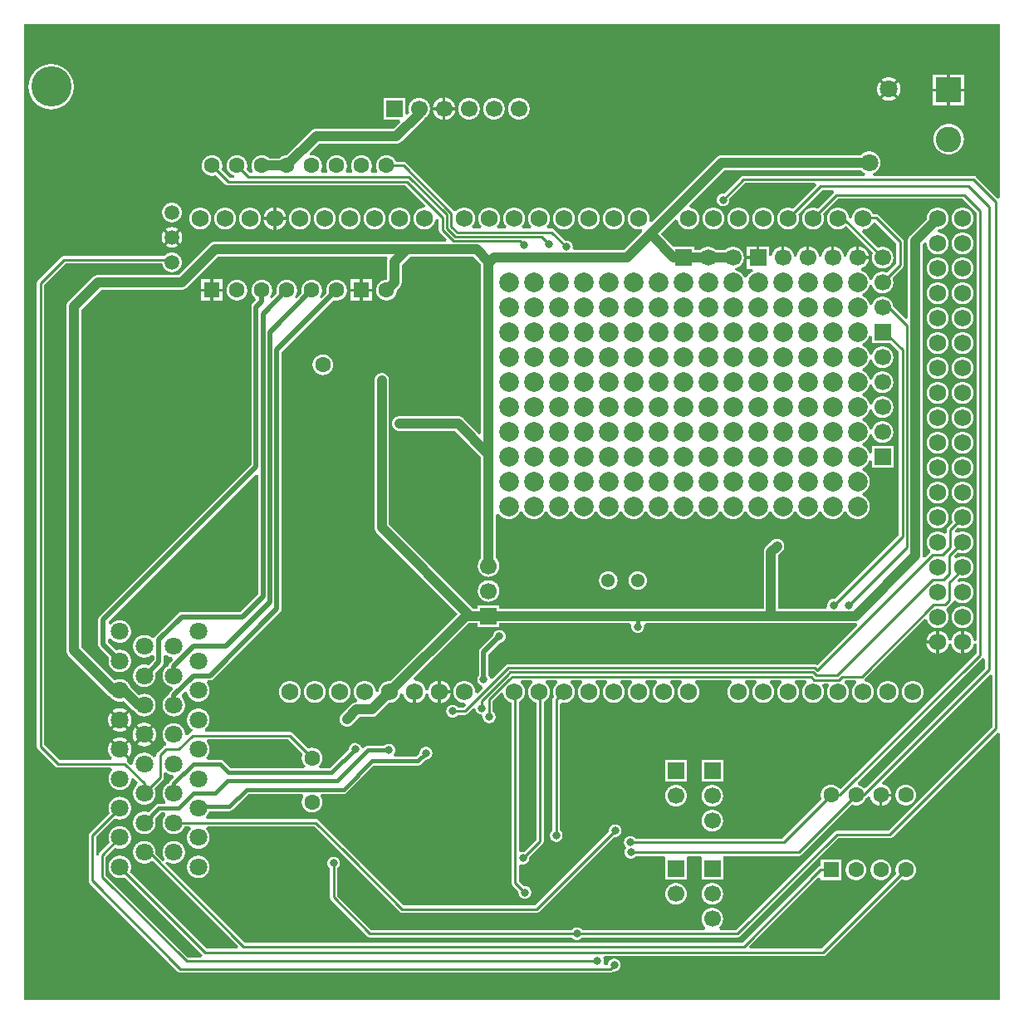
<source format=gbl>
G04*
G04 #@! TF.GenerationSoftware,Altium Limited,Altium Designer,20.2.4 (192)*
G04*
G04 Layer_Physical_Order=2*
G04 Layer_Color=16711680*
%FSLAX44Y44*%
%MOMM*%
G71*
G04*
G04 #@! TF.SameCoordinates,BE2EEFCD-C29F-4362-AD25-489BCFFAE24D*
G04*
G04*
G04 #@! TF.FilePolarity,Positive*
G04*
G01*
G75*
%ADD65C,1.0000*%
%ADD66C,0.2500*%
%ADD67C,0.5000*%
%ADD68C,0.4000*%
%ADD73C,1.6000*%
%ADD74C,1.8000*%
%ADD75C,2.0000*%
G04:AMPARAMS|DCode=76|XSize=1.7mm|YSize=1.7mm|CornerRadius=0.85mm|HoleSize=0mm|Usage=FLASHONLY|Rotation=90.000|XOffset=0mm|YOffset=0mm|HoleType=Round|Shape=RoundedRectangle|*
%AMROUNDEDRECTD76*
21,1,1.7000,0.0000,0,0,90.0*
21,1,0.0000,1.7000,0,0,90.0*
1,1,1.7000,0.0000,0.0000*
1,1,1.7000,0.0000,0.0000*
1,1,1.7000,0.0000,0.0000*
1,1,1.7000,0.0000,0.0000*
%
%ADD76ROUNDEDRECTD76*%
%ADD77R,1.7000X1.7000*%
G04:AMPARAMS|DCode=78|XSize=1.7mm|YSize=1.7mm|CornerRadius=0.85mm|HoleSize=0mm|Usage=FLASHONLY|Rotation=0.000|XOffset=0mm|YOffset=0mm|HoleType=Round|Shape=RoundedRectangle|*
%AMROUNDEDRECTD78*
21,1,1.7000,0.0000,0,0,0.0*
21,1,0.0000,1.7000,0,0,0.0*
1,1,1.7000,0.0000,0.0000*
1,1,1.7000,0.0000,0.0000*
1,1,1.7000,0.0000,0.0000*
1,1,1.7000,0.0000,0.0000*
%
%ADD78ROUNDEDRECTD78*%
%ADD79R,1.7000X1.7000*%
%ADD80C,1.5000*%
%ADD81C,4.1000*%
G04:AMPARAMS|DCode=82|XSize=1.7272mm|YSize=1.7272mm|CornerRadius=0.8636mm|HoleSize=0mm|Usage=FLASHONLY|Rotation=0.000|XOffset=0mm|YOffset=0mm|HoleType=Round|Shape=RoundedRectangle|*
%AMROUNDEDRECTD82*
21,1,1.7272,0.0000,0,0,0.0*
21,1,0.0000,1.7272,0,0,0.0*
1,1,1.7272,0.0000,0.0000*
1,1,1.7272,0.0000,0.0000*
1,1,1.7272,0.0000,0.0000*
1,1,1.7272,0.0000,0.0000*
%
%ADD82ROUNDEDRECTD82*%
%ADD83C,1.3810*%
%ADD84R,1.6000X1.6000*%
G04:AMPARAMS|DCode=85|XSize=1.6mm|YSize=1.6mm|CornerRadius=0.8mm|HoleSize=0mm|Usage=FLASHONLY|Rotation=90.000|XOffset=0mm|YOffset=0mm|HoleType=Round|Shape=RoundedRectangle|*
%AMROUNDEDRECTD85*
21,1,1.6000,0.0000,0,0,90.0*
21,1,0.0000,1.6000,0,0,90.0*
1,1,1.6000,0.0000,0.0000*
1,1,1.6000,0.0000,0.0000*
1,1,1.6000,0.0000,0.0000*
1,1,1.6000,0.0000,0.0000*
%
%ADD85ROUNDEDRECTD85*%
%ADD86C,2.6000*%
%ADD87R,2.6000X2.6000*%
%ADD88C,0.8000*%
%ADD89C,1.0000*%
G36*
X2102249Y820591D02*
X2099749Y819555D01*
X2077652Y841652D01*
X2077540Y841760D01*
X2077424Y841862D01*
X2077304Y841960D01*
X2077180Y842053D01*
X2077052Y842140D01*
X2076920Y842222D01*
X2076785Y842299D01*
X2076647Y842370D01*
X2076507Y842435D01*
X2076363Y842494D01*
X2076218Y842548D01*
X2076070Y842595D01*
X2075921Y842636D01*
X2075770Y842671D01*
X2075617Y842700D01*
X2075464Y842722D01*
X2075310Y842738D01*
X2075155Y842748D01*
X2075000Y842751D01*
X1973524D01*
X1972906Y845183D01*
X1973154Y845276D01*
X1973401Y845375D01*
X1973645Y845479D01*
X1973887Y845589D01*
X1974126Y845705D01*
X1974363Y845826D01*
X1974596Y845953D01*
X1974827Y846085D01*
X1975054Y846222D01*
X1975279Y846364D01*
X1975500Y846512D01*
X1975717Y846665D01*
X1975931Y846822D01*
X1976141Y846985D01*
X1976347Y847152D01*
X1976550Y847324D01*
X1976748Y847501D01*
X1976942Y847682D01*
X1977132Y847868D01*
X1977318Y848058D01*
X1977499Y848252D01*
X1977676Y848450D01*
X1977848Y848653D01*
X1978015Y848859D01*
X1978178Y849069D01*
X1978335Y849283D01*
X1978488Y849501D01*
X1978636Y849721D01*
X1978778Y849946D01*
X1978915Y850173D01*
X1979047Y850404D01*
X1979174Y850637D01*
X1979295Y850874D01*
X1979411Y851113D01*
X1979521Y851355D01*
X1979625Y851599D01*
X1979724Y851845D01*
X1979817Y852094D01*
X1979904Y852345D01*
X1979986Y852598D01*
X1980062Y852853D01*
X1980131Y853109D01*
X1980195Y853367D01*
X1980253Y853626D01*
X1980305Y853887D01*
X1980351Y854148D01*
X1980390Y854411D01*
X1980424Y854675D01*
X1980452Y854939D01*
X1980473Y855204D01*
X1980488Y855469D01*
X1980498Y855734D01*
X1980501Y856000D01*
X1980498Y856266D01*
X1980488Y856531D01*
X1980473Y856796D01*
X1980452Y857061D01*
X1980424Y857325D01*
X1980390Y857589D01*
X1980351Y857852D01*
X1980305Y858113D01*
X1980253Y858374D01*
X1980195Y858633D01*
X1980131Y858891D01*
X1980062Y859147D01*
X1979986Y859402D01*
X1979904Y859655D01*
X1979817Y859906D01*
X1979724Y860154D01*
X1979625Y860401D01*
X1979521Y860645D01*
X1979411Y860887D01*
X1979295Y861126D01*
X1979174Y861363D01*
X1979047Y861596D01*
X1978915Y861827D01*
X1978778Y862054D01*
X1978636Y862279D01*
X1978488Y862499D01*
X1978335Y862717D01*
X1978178Y862931D01*
X1978015Y863141D01*
X1977848Y863347D01*
X1977676Y863550D01*
X1977499Y863748D01*
X1977318Y863942D01*
X1977132Y864132D01*
X1976942Y864318D01*
X1976748Y864499D01*
X1976550Y864676D01*
X1976347Y864848D01*
X1976141Y865015D01*
X1975931Y865178D01*
X1975717Y865335D01*
X1975500Y865488D01*
X1975279Y865636D01*
X1975054Y865778D01*
X1974827Y865915D01*
X1974596Y866047D01*
X1974363Y866174D01*
X1974126Y866295D01*
X1973887Y866411D01*
X1973645Y866521D01*
X1973401Y866625D01*
X1973154Y866724D01*
X1972906Y866817D01*
X1972655Y866905D01*
X1972402Y866986D01*
X1972147Y867062D01*
X1971891Y867131D01*
X1971633Y867195D01*
X1971374Y867253D01*
X1971113Y867305D01*
X1970852Y867351D01*
X1970589Y867390D01*
X1970325Y867424D01*
X1970061Y867452D01*
X1969796Y867473D01*
X1969531Y867488D01*
X1969266Y867498D01*
X1969000Y867501D01*
X1968734Y867498D01*
X1968469Y867488D01*
X1968204Y867473D01*
X1967939Y867452D01*
X1967675Y867424D01*
X1967411Y867390D01*
X1967148Y867351D01*
X1966887Y867305D01*
X1966626Y867253D01*
X1966367Y867195D01*
X1966109Y867131D01*
X1965853Y867062D01*
X1965598Y866986D01*
X1965345Y866905D01*
X1965094Y866817D01*
X1964845Y866724D01*
X1964599Y866625D01*
X1964355Y866521D01*
X1964113Y866411D01*
X1963874Y866295D01*
X1963637Y866174D01*
X1963404Y866047D01*
X1963173Y865915D01*
X1962946Y865778D01*
X1962721Y865636D01*
X1962500Y865488D01*
X1962283Y865335D01*
X1962069Y865178D01*
X1961859Y865015D01*
X1961653Y864848D01*
X1961450Y864676D01*
X1961252Y864499D01*
X1961058Y864318D01*
X1960868Y864132D01*
X1960682Y863942D01*
X1960501Y863748D01*
X1960324Y863550D01*
X1960283Y863501D01*
X1818659D01*
X1818441Y863498D01*
X1818223Y863488D01*
X1818005Y863472D01*
X1817788Y863450D01*
X1817572Y863422D01*
X1817356Y863387D01*
X1817142Y863346D01*
X1816929Y863299D01*
X1816717Y863245D01*
X1816507Y863186D01*
X1816299Y863120D01*
X1816093Y863048D01*
X1815889Y862971D01*
X1815688Y862887D01*
X1815489Y862798D01*
X1815292Y862703D01*
X1815099Y862602D01*
X1814908Y862496D01*
X1814721Y862384D01*
X1814537Y862267D01*
X1814356Y862144D01*
X1814180Y862017D01*
X1814007Y861884D01*
X1813837Y861746D01*
X1813672Y861603D01*
X1813511Y861456D01*
X1813355Y861304D01*
X1747421Y795370D01*
X1744956Y796008D01*
X1744800Y796284D01*
X1744823Y796374D01*
X1744882Y796633D01*
X1744935Y796892D01*
X1744983Y797153D01*
X1745023Y797415D01*
X1745058Y797678D01*
X1745086Y797941D01*
X1745108Y798205D01*
X1745124Y798470D01*
X1745134Y798735D01*
X1745137Y799000D01*
X1745134Y799265D01*
X1745124Y799530D01*
X1745108Y799794D01*
X1745086Y800059D01*
X1745058Y800322D01*
X1745023Y800585D01*
X1744983Y800847D01*
X1744935Y801108D01*
X1744882Y801367D01*
X1744823Y801626D01*
X1744757Y801882D01*
X1744686Y802138D01*
X1744608Y802391D01*
X1744524Y802643D01*
X1744435Y802892D01*
X1744339Y803139D01*
X1744238Y803384D01*
X1744130Y803626D01*
X1744017Y803866D01*
X1743899Y804103D01*
X1743775Y804337D01*
X1743645Y804568D01*
X1743510Y804796D01*
X1743369Y805021D01*
X1743223Y805242D01*
X1743072Y805460D01*
X1742915Y805674D01*
X1742754Y805884D01*
X1742588Y806091D01*
X1742417Y806293D01*
X1742241Y806491D01*
X1742060Y806685D01*
X1741875Y806875D01*
X1741685Y807060D01*
X1741491Y807241D01*
X1741293Y807417D01*
X1741091Y807588D01*
X1740884Y807754D01*
X1740674Y807915D01*
X1740460Y808072D01*
X1740242Y808223D01*
X1740021Y808369D01*
X1739796Y808510D01*
X1739568Y808645D01*
X1739337Y808774D01*
X1739103Y808899D01*
X1738866Y809017D01*
X1738626Y809130D01*
X1738384Y809238D01*
X1738139Y809339D01*
X1737892Y809435D01*
X1737643Y809524D01*
X1737391Y809608D01*
X1737138Y809686D01*
X1736882Y809757D01*
X1736626Y809823D01*
X1736367Y809882D01*
X1736108Y809936D01*
X1735847Y809983D01*
X1735585Y810023D01*
X1735322Y810058D01*
X1735059Y810086D01*
X1734794Y810108D01*
X1734530Y810124D01*
X1734265Y810134D01*
X1734000Y810137D01*
X1733735Y810134D01*
X1733470Y810124D01*
X1733206Y810108D01*
X1732941Y810086D01*
X1732678Y810058D01*
X1732415Y810023D01*
X1732153Y809983D01*
X1731892Y809936D01*
X1731633Y809882D01*
X1731374Y809823D01*
X1731118Y809757D01*
X1730862Y809686D01*
X1730609Y809608D01*
X1730358Y809524D01*
X1730108Y809435D01*
X1729861Y809339D01*
X1729616Y809238D01*
X1729374Y809130D01*
X1729134Y809017D01*
X1728897Y808899D01*
X1728663Y808774D01*
X1728432Y808645D01*
X1728204Y808510D01*
X1727979Y808369D01*
X1727758Y808223D01*
X1727540Y808072D01*
X1727326Y807915D01*
X1727116Y807754D01*
X1726909Y807588D01*
X1726707Y807417D01*
X1726509Y807241D01*
X1726315Y807060D01*
X1726125Y806875D01*
X1725940Y806685D01*
X1725759Y806491D01*
X1725583Y806293D01*
X1725412Y806091D01*
X1725246Y805884D01*
X1725085Y805674D01*
X1724928Y805460D01*
X1724777Y805242D01*
X1724631Y805021D01*
X1724491Y804796D01*
X1724355Y804568D01*
X1724225Y804337D01*
X1724101Y804103D01*
X1723983Y803866D01*
X1723870Y803626D01*
X1723762Y803384D01*
X1723661Y803139D01*
X1723565Y802892D01*
X1723476Y802643D01*
X1723392Y802391D01*
X1723314Y802138D01*
X1723243Y801882D01*
X1723177Y801626D01*
X1723118Y801367D01*
X1723065Y801108D01*
X1723017Y800847D01*
X1722977Y800585D01*
X1722942Y800322D01*
X1722914Y800059D01*
X1722892Y799794D01*
X1722876Y799530D01*
X1722866Y799265D01*
X1722863Y799000D01*
X1722866Y798735D01*
X1722876Y798470D01*
X1722892Y798205D01*
X1722914Y797941D01*
X1722942Y797678D01*
X1722977Y797415D01*
X1723017Y797153D01*
X1723065Y796892D01*
X1723118Y796633D01*
X1723177Y796374D01*
X1723243Y796118D01*
X1723314Y795862D01*
X1723392Y795609D01*
X1723476Y795358D01*
X1723565Y795108D01*
X1723661Y794861D01*
X1723762Y794616D01*
X1723870Y794374D01*
X1723983Y794134D01*
X1724101Y793897D01*
X1724225Y793663D01*
X1724355Y793432D01*
X1724491Y793204D01*
X1724631Y792979D01*
X1724777Y792758D01*
X1724928Y792540D01*
X1725085Y792326D01*
X1725246Y792116D01*
X1725412Y791909D01*
X1725583Y791707D01*
X1725759Y791509D01*
X1725940Y791315D01*
X1726125Y791125D01*
X1726315Y790940D01*
X1726509Y790759D01*
X1726707Y790583D01*
X1726909Y790412D01*
X1727116Y790246D01*
X1727326Y790085D01*
X1727540Y789928D01*
X1727758Y789777D01*
X1727979Y789631D01*
X1728204Y789491D01*
X1728432Y789355D01*
X1728663Y789225D01*
X1728897Y789101D01*
X1729134Y788983D01*
X1729374Y788870D01*
X1729616Y788762D01*
X1729861Y788661D01*
X1730108Y788565D01*
X1730358Y788476D01*
X1730609Y788392D01*
X1730862Y788314D01*
X1731118Y788243D01*
X1731374Y788177D01*
X1731633Y788118D01*
X1731892Y788064D01*
X1732153Y788017D01*
X1732415Y787977D01*
X1732678Y787942D01*
X1732941Y787914D01*
X1733206Y787892D01*
X1733470Y787876D01*
X1733735Y787866D01*
X1734000Y787863D01*
X1734265Y787866D01*
X1734530Y787876D01*
X1734794Y787892D01*
X1735059Y787914D01*
X1735322Y787942D01*
X1735585Y787977D01*
X1735847Y788017D01*
X1736108Y788064D01*
X1736367Y788118D01*
X1736626Y788177D01*
X1736716Y788200D01*
X1736992Y788044D01*
X1737630Y785579D01*
X1718682Y766631D01*
X1668527D01*
X1667988Y766896D01*
X1667825Y766998D01*
X1667746Y767062D01*
X1667687Y767121D01*
X1667644Y767172D01*
X1667617Y767211D01*
X1666703Y768770D01*
X1666655Y769113D01*
X1666684Y769315D01*
X1666707Y769518D01*
X1666723Y769722D01*
X1666732Y769926D01*
X1666735Y770130D01*
X1666732Y770334D01*
X1666723Y770538D01*
X1666707Y770742D01*
X1666684Y770945D01*
X1666655Y771147D01*
X1666620Y771348D01*
X1666579Y771548D01*
X1666531Y771747D01*
X1666477Y771944D01*
X1666417Y772139D01*
X1666351Y772332D01*
X1666279Y772523D01*
X1666201Y772712D01*
X1666117Y772898D01*
X1666027Y773081D01*
X1665931Y773262D01*
X1665830Y773439D01*
X1665723Y773613D01*
X1665611Y773784D01*
X1665494Y773951D01*
X1665371Y774115D01*
X1665244Y774274D01*
X1665111Y774429D01*
X1664973Y774580D01*
X1664831Y774727D01*
X1664685Y774869D01*
X1664534Y775006D01*
X1664378Y775139D01*
X1664219Y775267D01*
X1664056Y775389D01*
X1663889Y775507D01*
X1663718Y775619D01*
X1663544Y775726D01*
X1663366Y775827D01*
X1663186Y775922D01*
X1663002Y776012D01*
X1662816Y776096D01*
X1662628Y776174D01*
X1662437Y776247D01*
X1662243Y776313D01*
X1662048Y776373D01*
X1661851Y776427D01*
X1661653Y776474D01*
X1661453Y776516D01*
X1661252Y776551D01*
X1661049Y776580D01*
X1660846Y776602D01*
X1660643Y776618D01*
X1660439Y776628D01*
X1660235Y776631D01*
X1660030Y776628D01*
X1659826Y776618D01*
X1659623Y776602D01*
X1659420Y776580D01*
X1659218Y776551D01*
X1659133Y776536D01*
X1648017Y787652D01*
X1647905Y787760D01*
X1647789Y787862D01*
X1647668Y787960D01*
X1647544Y788053D01*
X1647416Y788140D01*
X1647285Y788222D01*
X1647150Y788299D01*
X1647012Y788370D01*
X1646871Y788435D01*
X1646728Y788494D01*
X1646582Y788548D01*
X1646435Y788595D01*
X1646285Y788636D01*
X1646134Y788671D01*
X1645982Y788700D01*
X1645829Y788722D01*
X1645674Y788738D01*
X1645520Y788748D01*
X1645365Y788751D01*
X1641395D01*
X1640643Y789755D01*
X1640550Y789953D01*
X1640477Y790265D01*
X1640398Y791251D01*
X1640460Y791315D01*
X1640641Y791509D01*
X1640817Y791707D01*
X1640988Y791909D01*
X1641154Y792116D01*
X1641315Y792326D01*
X1641472Y792540D01*
X1641623Y792758D01*
X1641769Y792979D01*
X1641909Y793204D01*
X1642045Y793432D01*
X1642175Y793663D01*
X1642299Y793897D01*
X1642417Y794134D01*
X1642530Y794374D01*
X1642638Y794616D01*
X1642739Y794861D01*
X1642835Y795108D01*
X1642924Y795358D01*
X1643008Y795609D01*
X1643086Y795862D01*
X1643157Y796118D01*
X1643223Y796374D01*
X1643282Y796633D01*
X1643336Y796892D01*
X1643383Y797153D01*
X1643423Y797415D01*
X1643458Y797678D01*
X1643486Y797941D01*
X1643508Y798205D01*
X1643524Y798470D01*
X1643534Y798735D01*
X1643537Y799000D01*
X1643534Y799265D01*
X1643524Y799530D01*
X1643508Y799794D01*
X1643486Y800059D01*
X1643458Y800322D01*
X1643423Y800585D01*
X1643383Y800847D01*
X1643336Y801108D01*
X1643282Y801367D01*
X1643223Y801626D01*
X1643157Y801882D01*
X1643086Y802138D01*
X1643008Y802391D01*
X1642924Y802643D01*
X1642835Y802892D01*
X1642739Y803139D01*
X1642638Y803384D01*
X1642530Y803626D01*
X1642417Y803866D01*
X1642299Y804103D01*
X1642175Y804337D01*
X1642045Y804568D01*
X1641909Y804796D01*
X1641769Y805021D01*
X1641623Y805242D01*
X1641472Y805460D01*
X1641315Y805674D01*
X1641154Y805884D01*
X1640988Y806091D01*
X1640817Y806293D01*
X1640641Y806491D01*
X1640460Y806685D01*
X1640275Y806875D01*
X1640085Y807060D01*
X1639891Y807241D01*
X1639693Y807417D01*
X1639491Y807588D01*
X1639284Y807754D01*
X1639074Y807915D01*
X1638860Y808072D01*
X1638642Y808223D01*
X1638421Y808369D01*
X1638196Y808510D01*
X1637968Y808645D01*
X1637737Y808774D01*
X1637503Y808899D01*
X1637266Y809017D01*
X1637026Y809130D01*
X1636784Y809238D01*
X1636539Y809339D01*
X1636292Y809435D01*
X1636042Y809524D01*
X1635791Y809608D01*
X1635538Y809686D01*
X1635282Y809757D01*
X1635026Y809823D01*
X1634767Y809882D01*
X1634508Y809936D01*
X1634247Y809983D01*
X1633985Y810023D01*
X1633722Y810058D01*
X1633459Y810086D01*
X1633194Y810108D01*
X1632930Y810124D01*
X1632665Y810134D01*
X1632400Y810137D01*
X1632135Y810134D01*
X1631870Y810124D01*
X1631606Y810108D01*
X1631341Y810086D01*
X1631078Y810058D01*
X1630815Y810023D01*
X1630553Y809983D01*
X1630292Y809936D01*
X1630033Y809882D01*
X1629774Y809823D01*
X1629518Y809757D01*
X1629262Y809686D01*
X1629009Y809608D01*
X1628757Y809524D01*
X1628508Y809435D01*
X1628261Y809339D01*
X1628016Y809238D01*
X1627774Y809130D01*
X1627534Y809017D01*
X1627297Y808899D01*
X1627063Y808774D01*
X1626832Y808645D01*
X1626604Y808510D01*
X1626379Y808369D01*
X1626158Y808223D01*
X1625940Y808072D01*
X1625726Y807915D01*
X1625516Y807754D01*
X1625309Y807588D01*
X1625107Y807417D01*
X1624909Y807241D01*
X1624715Y807060D01*
X1624525Y806875D01*
X1624340Y806685D01*
X1624159Y806491D01*
X1623983Y806293D01*
X1623812Y806091D01*
X1623646Y805884D01*
X1623485Y805674D01*
X1623328Y805460D01*
X1623177Y805242D01*
X1623031Y805021D01*
X1622890Y804796D01*
X1622755Y804568D01*
X1622625Y804337D01*
X1622501Y804103D01*
X1622383Y803866D01*
X1622270Y803626D01*
X1622162Y803384D01*
X1622061Y803139D01*
X1621965Y802892D01*
X1621876Y802643D01*
X1621792Y802391D01*
X1621714Y802138D01*
X1621643Y801882D01*
X1621577Y801626D01*
X1621518Y801367D01*
X1621465Y801108D01*
X1621417Y800847D01*
X1621377Y800585D01*
X1621342Y800322D01*
X1621314Y800059D01*
X1621292Y799794D01*
X1621276Y799530D01*
X1621266Y799265D01*
X1621263Y799000D01*
X1621266Y798735D01*
X1621276Y798470D01*
X1621292Y798205D01*
X1621314Y797941D01*
X1621342Y797678D01*
X1621377Y797415D01*
X1621417Y797153D01*
X1621465Y796892D01*
X1621518Y796633D01*
X1621577Y796374D01*
X1621643Y796118D01*
X1621714Y795862D01*
X1621792Y795609D01*
X1621876Y795358D01*
X1621965Y795108D01*
X1622061Y794861D01*
X1622162Y794616D01*
X1622270Y794374D01*
X1622383Y794134D01*
X1622501Y793897D01*
X1622625Y793663D01*
X1622755Y793432D01*
X1622890Y793204D01*
X1623031Y792979D01*
X1623177Y792758D01*
X1623328Y792540D01*
X1623485Y792326D01*
X1623646Y792116D01*
X1623812Y791909D01*
X1623983Y791707D01*
X1624159Y791509D01*
X1624340Y791315D01*
X1624402Y791251D01*
X1624323Y790265D01*
X1624250Y789953D01*
X1624157Y789755D01*
X1623406Y788751D01*
X1615995D01*
X1615243Y789755D01*
X1615150Y789953D01*
X1615076Y790265D01*
X1614998Y791251D01*
X1615060Y791315D01*
X1615241Y791509D01*
X1615417Y791707D01*
X1615588Y791909D01*
X1615754Y792116D01*
X1615916Y792326D01*
X1616072Y792540D01*
X1616223Y792758D01*
X1616369Y792979D01*
X1616510Y793204D01*
X1616645Y793432D01*
X1616774Y793663D01*
X1616899Y793897D01*
X1617017Y794134D01*
X1617130Y794374D01*
X1617238Y794616D01*
X1617339Y794861D01*
X1617435Y795108D01*
X1617524Y795358D01*
X1617608Y795609D01*
X1617686Y795862D01*
X1617757Y796118D01*
X1617823Y796374D01*
X1617882Y796633D01*
X1617935Y796892D01*
X1617983Y797153D01*
X1618023Y797415D01*
X1618058Y797678D01*
X1618086Y797941D01*
X1618108Y798205D01*
X1618124Y798470D01*
X1618134Y798735D01*
X1618137Y799000D01*
X1618134Y799265D01*
X1618124Y799530D01*
X1618108Y799794D01*
X1618086Y800059D01*
X1618058Y800322D01*
X1618023Y800585D01*
X1617983Y800847D01*
X1617935Y801108D01*
X1617882Y801367D01*
X1617823Y801626D01*
X1617757Y801882D01*
X1617686Y802138D01*
X1617608Y802391D01*
X1617524Y802643D01*
X1617435Y802892D01*
X1617339Y803139D01*
X1617238Y803384D01*
X1617130Y803626D01*
X1617017Y803866D01*
X1616899Y804103D01*
X1616774Y804337D01*
X1616645Y804568D01*
X1616510Y804796D01*
X1616369Y805021D01*
X1616223Y805242D01*
X1616072Y805460D01*
X1615916Y805674D01*
X1615754Y805884D01*
X1615588Y806091D01*
X1615417Y806293D01*
X1615241Y806491D01*
X1615060Y806685D01*
X1614875Y806875D01*
X1614685Y807060D01*
X1614491Y807241D01*
X1614293Y807417D01*
X1614091Y807588D01*
X1613884Y807754D01*
X1613674Y807915D01*
X1613460Y808072D01*
X1613242Y808223D01*
X1613021Y808369D01*
X1612796Y808510D01*
X1612568Y808645D01*
X1612337Y808774D01*
X1612103Y808899D01*
X1611866Y809017D01*
X1611626Y809130D01*
X1611384Y809238D01*
X1611139Y809339D01*
X1610892Y809435D01*
X1610643Y809524D01*
X1610391Y809608D01*
X1610138Y809686D01*
X1609882Y809757D01*
X1609626Y809823D01*
X1609367Y809882D01*
X1609108Y809936D01*
X1608847Y809983D01*
X1608585Y810023D01*
X1608322Y810058D01*
X1608059Y810086D01*
X1607794Y810108D01*
X1607530Y810124D01*
X1607265Y810134D01*
X1607000Y810137D01*
X1606735Y810134D01*
X1606470Y810124D01*
X1606205Y810108D01*
X1605941Y810086D01*
X1605678Y810058D01*
X1605415Y810023D01*
X1605153Y809983D01*
X1604892Y809936D01*
X1604633Y809882D01*
X1604374Y809823D01*
X1604118Y809757D01*
X1603862Y809686D01*
X1603609Y809608D01*
X1603358Y809524D01*
X1603108Y809435D01*
X1602861Y809339D01*
X1602616Y809238D01*
X1602374Y809130D01*
X1602134Y809017D01*
X1601897Y808899D01*
X1601663Y808774D01*
X1601432Y808645D01*
X1601204Y808510D01*
X1600979Y808369D01*
X1600758Y808223D01*
X1600540Y808072D01*
X1600326Y807915D01*
X1600116Y807754D01*
X1599909Y807588D01*
X1599707Y807417D01*
X1599509Y807241D01*
X1599315Y807060D01*
X1599125Y806875D01*
X1598940Y806685D01*
X1598759Y806491D01*
X1598583Y806293D01*
X1598412Y806091D01*
X1598246Y805884D01*
X1598085Y805674D01*
X1597928Y805460D01*
X1597777Y805242D01*
X1597631Y805021D01*
X1597491Y804796D01*
X1597355Y804568D01*
X1597225Y804337D01*
X1597101Y804103D01*
X1596983Y803866D01*
X1596870Y803626D01*
X1596762Y803384D01*
X1596661Y803139D01*
X1596565Y802892D01*
X1596476Y802643D01*
X1596392Y802391D01*
X1596314Y802138D01*
X1596243Y801882D01*
X1596177Y801626D01*
X1596118Y801367D01*
X1596064Y801108D01*
X1596017Y800847D01*
X1595977Y800585D01*
X1595942Y800322D01*
X1595914Y800059D01*
X1595892Y799794D01*
X1595876Y799530D01*
X1595866Y799265D01*
X1595863Y799000D01*
X1595866Y798735D01*
X1595876Y798470D01*
X1595892Y798205D01*
X1595914Y797941D01*
X1595942Y797678D01*
X1595977Y797415D01*
X1596017Y797153D01*
X1596064Y796892D01*
X1596118Y796633D01*
X1596177Y796374D01*
X1596243Y796118D01*
X1596314Y795862D01*
X1596392Y795609D01*
X1596476Y795358D01*
X1596565Y795108D01*
X1596661Y794861D01*
X1596762Y794616D01*
X1596870Y794374D01*
X1596983Y794134D01*
X1597101Y793897D01*
X1597225Y793663D01*
X1597355Y793432D01*
X1597491Y793204D01*
X1597631Y792979D01*
X1597777Y792758D01*
X1597928Y792540D01*
X1598085Y792326D01*
X1598246Y792116D01*
X1598412Y791909D01*
X1598583Y791707D01*
X1598759Y791509D01*
X1598940Y791315D01*
X1599002Y791251D01*
X1598923Y790265D01*
X1598850Y789953D01*
X1598757Y789755D01*
X1598006Y788751D01*
X1590594D01*
X1589843Y789755D01*
X1589750Y789953D01*
X1589677Y790265D01*
X1589598Y791251D01*
X1589660Y791315D01*
X1589841Y791509D01*
X1590017Y791707D01*
X1590188Y791909D01*
X1590354Y792116D01*
X1590515Y792326D01*
X1590672Y792540D01*
X1590823Y792758D01*
X1590969Y792979D01*
X1591109Y793204D01*
X1591245Y793432D01*
X1591375Y793663D01*
X1591499Y793897D01*
X1591617Y794134D01*
X1591730Y794374D01*
X1591838Y794616D01*
X1591939Y794861D01*
X1592035Y795108D01*
X1592124Y795358D01*
X1592208Y795609D01*
X1592286Y795862D01*
X1592357Y796118D01*
X1592423Y796374D01*
X1592482Y796633D01*
X1592536Y796892D01*
X1592583Y797153D01*
X1592623Y797415D01*
X1592658Y797678D01*
X1592686Y797941D01*
X1592708Y798205D01*
X1592724Y798470D01*
X1592734Y798735D01*
X1592737Y799000D01*
X1592734Y799265D01*
X1592724Y799530D01*
X1592708Y799794D01*
X1592686Y800059D01*
X1592658Y800322D01*
X1592623Y800585D01*
X1592583Y800847D01*
X1592536Y801108D01*
X1592482Y801367D01*
X1592423Y801626D01*
X1592357Y801882D01*
X1592286Y802138D01*
X1592208Y802391D01*
X1592124Y802643D01*
X1592035Y802892D01*
X1591939Y803139D01*
X1591838Y803384D01*
X1591730Y803626D01*
X1591617Y803866D01*
X1591499Y804103D01*
X1591375Y804337D01*
X1591245Y804568D01*
X1591109Y804796D01*
X1590969Y805021D01*
X1590823Y805242D01*
X1590672Y805460D01*
X1590515Y805674D01*
X1590354Y805884D01*
X1590188Y806091D01*
X1590017Y806293D01*
X1589841Y806491D01*
X1589660Y806685D01*
X1589475Y806875D01*
X1589285Y807060D01*
X1589091Y807241D01*
X1588893Y807417D01*
X1588691Y807588D01*
X1588484Y807754D01*
X1588274Y807915D01*
X1588060Y808072D01*
X1587842Y808223D01*
X1587621Y808369D01*
X1587396Y808510D01*
X1587168Y808645D01*
X1586937Y808774D01*
X1586703Y808899D01*
X1586466Y809017D01*
X1586226Y809130D01*
X1585984Y809238D01*
X1585739Y809339D01*
X1585492Y809435D01*
X1585242Y809524D01*
X1584991Y809608D01*
X1584738Y809686D01*
X1584482Y809757D01*
X1584226Y809823D01*
X1583967Y809882D01*
X1583708Y809936D01*
X1583447Y809983D01*
X1583185Y810023D01*
X1582922Y810058D01*
X1582659Y810086D01*
X1582395Y810108D01*
X1582130Y810124D01*
X1581865Y810134D01*
X1581600Y810137D01*
X1581335Y810134D01*
X1581070Y810124D01*
X1580806Y810108D01*
X1580541Y810086D01*
X1580278Y810058D01*
X1580015Y810023D01*
X1579753Y809983D01*
X1579492Y809936D01*
X1579233Y809882D01*
X1578974Y809823D01*
X1578718Y809757D01*
X1578462Y809686D01*
X1578209Y809608D01*
X1577957Y809524D01*
X1577708Y809435D01*
X1577461Y809339D01*
X1577216Y809238D01*
X1576974Y809130D01*
X1576734Y809017D01*
X1576497Y808899D01*
X1576263Y808774D01*
X1576032Y808645D01*
X1575804Y808510D01*
X1575579Y808369D01*
X1575358Y808223D01*
X1575140Y808072D01*
X1574926Y807915D01*
X1574716Y807754D01*
X1574509Y807588D01*
X1574307Y807417D01*
X1574109Y807241D01*
X1573915Y807060D01*
X1573725Y806875D01*
X1573540Y806685D01*
X1573359Y806491D01*
X1573183Y806293D01*
X1573012Y806091D01*
X1572846Y805884D01*
X1572685Y805674D01*
X1572528Y805460D01*
X1572377Y805242D01*
X1572231Y805021D01*
X1572090Y804796D01*
X1571955Y804568D01*
X1571826Y804337D01*
X1571701Y804103D01*
X1571583Y803866D01*
X1571470Y803626D01*
X1571362Y803384D01*
X1571261Y803139D01*
X1571165Y802892D01*
X1571076Y802643D01*
X1570992Y802391D01*
X1570914Y802138D01*
X1570843Y801882D01*
X1570777Y801626D01*
X1570718Y801367D01*
X1570665Y801108D01*
X1570617Y800847D01*
X1570577Y800585D01*
X1570542Y800322D01*
X1570514Y800059D01*
X1570492Y799794D01*
X1570476Y799530D01*
X1570466Y799265D01*
X1570463Y799000D01*
X1570466Y798735D01*
X1570476Y798470D01*
X1570492Y798205D01*
X1570514Y797941D01*
X1570542Y797678D01*
X1570577Y797415D01*
X1570617Y797153D01*
X1570665Y796892D01*
X1570718Y796633D01*
X1570777Y796374D01*
X1570843Y796118D01*
X1570914Y795862D01*
X1570992Y795609D01*
X1571076Y795358D01*
X1571165Y795108D01*
X1571261Y794861D01*
X1571362Y794616D01*
X1571470Y794374D01*
X1571583Y794134D01*
X1571701Y793897D01*
X1571826Y793663D01*
X1571955Y793432D01*
X1572090Y793204D01*
X1572231Y792979D01*
X1572377Y792758D01*
X1572528Y792540D01*
X1572685Y792326D01*
X1572846Y792116D01*
X1573012Y791909D01*
X1573183Y791707D01*
X1573359Y791509D01*
X1573540Y791315D01*
X1573602Y791251D01*
X1573524Y790265D01*
X1573450Y789953D01*
X1573357Y789755D01*
X1572606Y788751D01*
X1565195D01*
X1564443Y789755D01*
X1564350Y789953D01*
X1564276Y790265D01*
X1564198Y791251D01*
X1564260Y791315D01*
X1564441Y791509D01*
X1564617Y791707D01*
X1564788Y791909D01*
X1564954Y792116D01*
X1565116Y792326D01*
X1565272Y792540D01*
X1565423Y792758D01*
X1565569Y792979D01*
X1565710Y793204D01*
X1565845Y793432D01*
X1565974Y793663D01*
X1566099Y793897D01*
X1566217Y794134D01*
X1566330Y794374D01*
X1566438Y794616D01*
X1566539Y794861D01*
X1566635Y795108D01*
X1566724Y795358D01*
X1566808Y795609D01*
X1566886Y795862D01*
X1566957Y796118D01*
X1567023Y796374D01*
X1567082Y796633D01*
X1567136Y796892D01*
X1567183Y797153D01*
X1567223Y797415D01*
X1567258Y797678D01*
X1567286Y797941D01*
X1567308Y798205D01*
X1567324Y798470D01*
X1567334Y798735D01*
X1567337Y799000D01*
X1567334Y799265D01*
X1567324Y799530D01*
X1567308Y799794D01*
X1567286Y800059D01*
X1567258Y800322D01*
X1567223Y800585D01*
X1567183Y800847D01*
X1567136Y801108D01*
X1567082Y801367D01*
X1567023Y801626D01*
X1566957Y801882D01*
X1566886Y802138D01*
X1566808Y802391D01*
X1566724Y802643D01*
X1566635Y802892D01*
X1566539Y803139D01*
X1566438Y803384D01*
X1566330Y803626D01*
X1566217Y803866D01*
X1566099Y804103D01*
X1565974Y804337D01*
X1565845Y804568D01*
X1565710Y804796D01*
X1565569Y805021D01*
X1565423Y805242D01*
X1565272Y805460D01*
X1565116Y805674D01*
X1564954Y805884D01*
X1564788Y806091D01*
X1564617Y806293D01*
X1564441Y806491D01*
X1564260Y806685D01*
X1564075Y806875D01*
X1563885Y807060D01*
X1563691Y807241D01*
X1563493Y807417D01*
X1563291Y807588D01*
X1563084Y807754D01*
X1562874Y807915D01*
X1562660Y808072D01*
X1562442Y808223D01*
X1562221Y808369D01*
X1561996Y808510D01*
X1561768Y808645D01*
X1561537Y808774D01*
X1561303Y808899D01*
X1561066Y809017D01*
X1560826Y809130D01*
X1560584Y809238D01*
X1560339Y809339D01*
X1560092Y809435D01*
X1559843Y809524D01*
X1559591Y809608D01*
X1559338Y809686D01*
X1559082Y809757D01*
X1558826Y809823D01*
X1558567Y809882D01*
X1558308Y809936D01*
X1558047Y809983D01*
X1557785Y810023D01*
X1557522Y810058D01*
X1557259Y810086D01*
X1556994Y810108D01*
X1556730Y810124D01*
X1556465Y810134D01*
X1556200Y810137D01*
X1555935Y810134D01*
X1555670Y810124D01*
X1555405Y810108D01*
X1555141Y810086D01*
X1554878Y810058D01*
X1554615Y810023D01*
X1554353Y809983D01*
X1554092Y809936D01*
X1553833Y809882D01*
X1553574Y809823D01*
X1553318Y809757D01*
X1553062Y809686D01*
X1552809Y809608D01*
X1552558Y809524D01*
X1552308Y809435D01*
X1552061Y809339D01*
X1551816Y809238D01*
X1551574Y809130D01*
X1551334Y809017D01*
X1551097Y808899D01*
X1550863Y808774D01*
X1550632Y808645D01*
X1550404Y808510D01*
X1550179Y808369D01*
X1549958Y808223D01*
X1549740Y808072D01*
X1549526Y807915D01*
X1549316Y807754D01*
X1549109Y807588D01*
X1548907Y807417D01*
X1548709Y807241D01*
X1548515Y807060D01*
X1548041Y806895D01*
X1547913Y806861D01*
X1547874Y806854D01*
X1547861Y806852D01*
X1547089Y806865D01*
X1546480Y806890D01*
X1546151Y806930D01*
X1545985Y806971D01*
X1545811Y807037D01*
X1545557Y807170D01*
X1545376Y807293D01*
X1497016Y855652D01*
X1496904Y855760D01*
X1496788Y855862D01*
X1496668Y855960D01*
X1496544Y856053D01*
X1496416Y856140D01*
X1496284Y856222D01*
X1496149Y856299D01*
X1496012Y856370D01*
X1495871Y856435D01*
X1495728Y856494D01*
X1495582Y856548D01*
X1495434Y856595D01*
X1495285Y856636D01*
X1495134Y856671D01*
X1494982Y856700D01*
X1494828Y856722D01*
X1494674Y856738D01*
X1494519Y856748D01*
X1494364Y856751D01*
X1486608D01*
X1486597Y856779D01*
X1486501Y857019D01*
X1486400Y857255D01*
X1486293Y857490D01*
X1486180Y857721D01*
X1486061Y857950D01*
X1485937Y858176D01*
X1485807Y858399D01*
X1485672Y858618D01*
X1485531Y858834D01*
X1485385Y859046D01*
X1485234Y859255D01*
X1485078Y859460D01*
X1484917Y859662D01*
X1484751Y859859D01*
X1484581Y860052D01*
X1484405Y860241D01*
X1484225Y860425D01*
X1484041Y860605D01*
X1483852Y860780D01*
X1483659Y860951D01*
X1483462Y861117D01*
X1483260Y861278D01*
X1483055Y861434D01*
X1482846Y861585D01*
X1482634Y861731D01*
X1482418Y861872D01*
X1482198Y862007D01*
X1481976Y862137D01*
X1481750Y862261D01*
X1481521Y862380D01*
X1481290Y862493D01*
X1481055Y862600D01*
X1480818Y862701D01*
X1480579Y862797D01*
X1480338Y862887D01*
X1480094Y862971D01*
X1479848Y863049D01*
X1479601Y863120D01*
X1479352Y863186D01*
X1479101Y863246D01*
X1478849Y863299D01*
X1478595Y863346D01*
X1478341Y863387D01*
X1478085Y863422D01*
X1477829Y863450D01*
X1477572Y863472D01*
X1477315Y863488D01*
X1477058Y863498D01*
X1476800Y863501D01*
X1476542Y863498D01*
X1476285Y863488D01*
X1476028Y863472D01*
X1475771Y863450D01*
X1475515Y863422D01*
X1475259Y863387D01*
X1475005Y863346D01*
X1474751Y863299D01*
X1474499Y863246D01*
X1474249Y863186D01*
X1473999Y863120D01*
X1473752Y863049D01*
X1473506Y862971D01*
X1473262Y862887D01*
X1473021Y862797D01*
X1472782Y862701D01*
X1472545Y862600D01*
X1472310Y862493D01*
X1472079Y862380D01*
X1471850Y862261D01*
X1471624Y862137D01*
X1471402Y862007D01*
X1471182Y861872D01*
X1470966Y861731D01*
X1470754Y861585D01*
X1470545Y861434D01*
X1470340Y861278D01*
X1470138Y861117D01*
X1469941Y860951D01*
X1469748Y860780D01*
X1469559Y860605D01*
X1469375Y860425D01*
X1469195Y860241D01*
X1469019Y860052D01*
X1468849Y859859D01*
X1468683Y859662D01*
X1468522Y859460D01*
X1468366Y859255D01*
X1468215Y859046D01*
X1468069Y858834D01*
X1467928Y858618D01*
X1467793Y858399D01*
X1467663Y858176D01*
X1467539Y857950D01*
X1467421Y857721D01*
X1467307Y857490D01*
X1467200Y857255D01*
X1467099Y857019D01*
X1467003Y856779D01*
X1466913Y856538D01*
X1466829Y856294D01*
X1466751Y856048D01*
X1466680Y855801D01*
X1466614Y855552D01*
X1466554Y855301D01*
X1466501Y855049D01*
X1466454Y854795D01*
X1466413Y854541D01*
X1466378Y854285D01*
X1466350Y854029D01*
X1466328Y853773D01*
X1466312Y853515D01*
X1466302Y853258D01*
X1466299Y853000D01*
X1466302Y852742D01*
X1466312Y852485D01*
X1466328Y852227D01*
X1466350Y851971D01*
X1466378Y851715D01*
X1466413Y851459D01*
X1466454Y851205D01*
X1466501Y850951D01*
X1466554Y850699D01*
X1466614Y850449D01*
X1466680Y850199D01*
X1466751Y849952D01*
X1466829Y849706D01*
X1466913Y849462D01*
X1467003Y849221D01*
X1467099Y848981D01*
X1467200Y848745D01*
X1467307Y848510D01*
X1467421Y848279D01*
X1467539Y848050D01*
X1467566Y848001D01*
X1467175Y846595D01*
X1467082Y846361D01*
X1467021Y846255D01*
X1466937Y846151D01*
X1466317Y845595D01*
X1466186Y845501D01*
X1462014D01*
X1461883Y845595D01*
X1461263Y846151D01*
X1461179Y846255D01*
X1461118Y846361D01*
X1461025Y846595D01*
X1460634Y848001D01*
X1460661Y848050D01*
X1460780Y848279D01*
X1460893Y848510D01*
X1461000Y848745D01*
X1461101Y848981D01*
X1461197Y849221D01*
X1461287Y849462D01*
X1461371Y849706D01*
X1461449Y849952D01*
X1461520Y850199D01*
X1461586Y850449D01*
X1461646Y850699D01*
X1461699Y850951D01*
X1461746Y851205D01*
X1461787Y851459D01*
X1461822Y851715D01*
X1461850Y851971D01*
X1461872Y852227D01*
X1461888Y852485D01*
X1461898Y852742D01*
X1461901Y853000D01*
X1461898Y853258D01*
X1461888Y853515D01*
X1461872Y853773D01*
X1461850Y854029D01*
X1461822Y854285D01*
X1461787Y854541D01*
X1461746Y854795D01*
X1461699Y855049D01*
X1461646Y855301D01*
X1461586Y855552D01*
X1461520Y855801D01*
X1461449Y856048D01*
X1461371Y856294D01*
X1461287Y856538D01*
X1461197Y856779D01*
X1461101Y857019D01*
X1461000Y857255D01*
X1460893Y857490D01*
X1460780Y857721D01*
X1460661Y857950D01*
X1460537Y858176D01*
X1460407Y858399D01*
X1460272Y858618D01*
X1460131Y858834D01*
X1459985Y859046D01*
X1459834Y859255D01*
X1459678Y859460D01*
X1459517Y859662D01*
X1459351Y859859D01*
X1459180Y860052D01*
X1459005Y860241D01*
X1458825Y860425D01*
X1458641Y860605D01*
X1458452Y860780D01*
X1458259Y860951D01*
X1458062Y861117D01*
X1457860Y861278D01*
X1457655Y861434D01*
X1457446Y861585D01*
X1457234Y861731D01*
X1457018Y861872D01*
X1456799Y862007D01*
X1456576Y862137D01*
X1456350Y862261D01*
X1456121Y862380D01*
X1455890Y862493D01*
X1455655Y862600D01*
X1455419Y862701D01*
X1455179Y862797D01*
X1454938Y862887D01*
X1454694Y862971D01*
X1454448Y863049D01*
X1454201Y863120D01*
X1453952Y863186D01*
X1453701Y863246D01*
X1453449Y863299D01*
X1453195Y863346D01*
X1452941Y863387D01*
X1452685Y863422D01*
X1452429Y863450D01*
X1452173Y863472D01*
X1451915Y863488D01*
X1451658Y863498D01*
X1451400Y863501D01*
X1451142Y863498D01*
X1450885Y863488D01*
X1450627Y863472D01*
X1450371Y863450D01*
X1450115Y863422D01*
X1449859Y863387D01*
X1449605Y863346D01*
X1449351Y863299D01*
X1449099Y863246D01*
X1448849Y863186D01*
X1448599Y863120D01*
X1448352Y863049D01*
X1448106Y862971D01*
X1447862Y862887D01*
X1447621Y862797D01*
X1447381Y862701D01*
X1447145Y862600D01*
X1446910Y862493D01*
X1446679Y862380D01*
X1446450Y862261D01*
X1446224Y862137D01*
X1446001Y862007D01*
X1445782Y861872D01*
X1445566Y861731D01*
X1445354Y861585D01*
X1445145Y861434D01*
X1444940Y861278D01*
X1444738Y861117D01*
X1444541Y860951D01*
X1444348Y860780D01*
X1444159Y860605D01*
X1443975Y860425D01*
X1443795Y860241D01*
X1443619Y860052D01*
X1443449Y859859D01*
X1443283Y859662D01*
X1443122Y859460D01*
X1442966Y859255D01*
X1442815Y859046D01*
X1442669Y858834D01*
X1442528Y858618D01*
X1442393Y858399D01*
X1442263Y858176D01*
X1442139Y857950D01*
X1442021Y857721D01*
X1441907Y857490D01*
X1441800Y857255D01*
X1441698Y857019D01*
X1441603Y856779D01*
X1441513Y856538D01*
X1441429Y856294D01*
X1441351Y856048D01*
X1441280Y855801D01*
X1441214Y855552D01*
X1441154Y855301D01*
X1441101Y855049D01*
X1441054Y854795D01*
X1441013Y854541D01*
X1440978Y854285D01*
X1440950Y854029D01*
X1440928Y853773D01*
X1440912Y853515D01*
X1440902Y853258D01*
X1440899Y853000D01*
X1440902Y852742D01*
X1440912Y852485D01*
X1440928Y852227D01*
X1440950Y851971D01*
X1440978Y851715D01*
X1441013Y851459D01*
X1441054Y851205D01*
X1441101Y850951D01*
X1441154Y850699D01*
X1441214Y850449D01*
X1441280Y850199D01*
X1441351Y849952D01*
X1441429Y849706D01*
X1441513Y849462D01*
X1441603Y849221D01*
X1441698Y848981D01*
X1441800Y848745D01*
X1441907Y848510D01*
X1442021Y848279D01*
X1442139Y848050D01*
X1442166Y848001D01*
X1441775Y846595D01*
X1441682Y846361D01*
X1441621Y846255D01*
X1441537Y846151D01*
X1440917Y845595D01*
X1440786Y845501D01*
X1436614D01*
X1436483Y845595D01*
X1435863Y846151D01*
X1435779Y846255D01*
X1435718Y846361D01*
X1435625Y846595D01*
X1435234Y848001D01*
X1435261Y848050D01*
X1435379Y848279D01*
X1435493Y848510D01*
X1435600Y848745D01*
X1435701Y848981D01*
X1435797Y849221D01*
X1435887Y849462D01*
X1435971Y849706D01*
X1436049Y849952D01*
X1436120Y850199D01*
X1436186Y850449D01*
X1436246Y850699D01*
X1436299Y850951D01*
X1436346Y851205D01*
X1436387Y851459D01*
X1436422Y851715D01*
X1436450Y851971D01*
X1436472Y852227D01*
X1436488Y852485D01*
X1436498Y852742D01*
X1436501Y853000D01*
X1436498Y853258D01*
X1436488Y853515D01*
X1436472Y853773D01*
X1436450Y854029D01*
X1436422Y854285D01*
X1436387Y854541D01*
X1436346Y854795D01*
X1436299Y855049D01*
X1436246Y855301D01*
X1436186Y855552D01*
X1436120Y855801D01*
X1436049Y856048D01*
X1435971Y856294D01*
X1435887Y856538D01*
X1435797Y856779D01*
X1435701Y857019D01*
X1435600Y857255D01*
X1435493Y857490D01*
X1435379Y857721D01*
X1435261Y857950D01*
X1435137Y858176D01*
X1435007Y858399D01*
X1434872Y858618D01*
X1434731Y858834D01*
X1434585Y859046D01*
X1434434Y859255D01*
X1434278Y859460D01*
X1434117Y859662D01*
X1433951Y859859D01*
X1433781Y860052D01*
X1433605Y860241D01*
X1433425Y860425D01*
X1433241Y860605D01*
X1433052Y860780D01*
X1432859Y860951D01*
X1432662Y861117D01*
X1432460Y861278D01*
X1432255Y861434D01*
X1432046Y861585D01*
X1431834Y861731D01*
X1431618Y861872D01*
X1431398Y862007D01*
X1431176Y862137D01*
X1430950Y862261D01*
X1430721Y862380D01*
X1430490Y862493D01*
X1430255Y862600D01*
X1430018Y862701D01*
X1429779Y862797D01*
X1429538Y862887D01*
X1429294Y862971D01*
X1429048Y863049D01*
X1428801Y863120D01*
X1428551Y863186D01*
X1428301Y863246D01*
X1428049Y863299D01*
X1427795Y863346D01*
X1427541Y863387D01*
X1427285Y863422D01*
X1427029Y863450D01*
X1426772Y863472D01*
X1426515Y863488D01*
X1426258Y863498D01*
X1426000Y863501D01*
X1425742Y863498D01*
X1425485Y863488D01*
X1425228Y863472D01*
X1424971Y863450D01*
X1424715Y863422D01*
X1424459Y863387D01*
X1424205Y863346D01*
X1423951Y863299D01*
X1423699Y863246D01*
X1423448Y863186D01*
X1423199Y863120D01*
X1422952Y863049D01*
X1422706Y862971D01*
X1422462Y862887D01*
X1422221Y862797D01*
X1421982Y862701D01*
X1421745Y862600D01*
X1421510Y862493D01*
X1421279Y862380D01*
X1421050Y862261D01*
X1420824Y862137D01*
X1420602Y862007D01*
X1420382Y861872D01*
X1420166Y861731D01*
X1419954Y861585D01*
X1419745Y861434D01*
X1419540Y861278D01*
X1419338Y861117D01*
X1419141Y860951D01*
X1418948Y860780D01*
X1418759Y860605D01*
X1418575Y860425D01*
X1418395Y860241D01*
X1418219Y860052D01*
X1418049Y859859D01*
X1417883Y859662D01*
X1417722Y859460D01*
X1417566Y859255D01*
X1417415Y859046D01*
X1417269Y858834D01*
X1417128Y858618D01*
X1416993Y858399D01*
X1416863Y858176D01*
X1416739Y857950D01*
X1416620Y857721D01*
X1416507Y857490D01*
X1416400Y857255D01*
X1416299Y857019D01*
X1416203Y856779D01*
X1416113Y856538D01*
X1416029Y856294D01*
X1415951Y856048D01*
X1415880Y855801D01*
X1415814Y855552D01*
X1415754Y855301D01*
X1415701Y855049D01*
X1415654Y854795D01*
X1415613Y854541D01*
X1415578Y854285D01*
X1415550Y854029D01*
X1415528Y853773D01*
X1415512Y853515D01*
X1415502Y853258D01*
X1415499Y853000D01*
X1415502Y852742D01*
X1415512Y852485D01*
X1415528Y852227D01*
X1415550Y851971D01*
X1415578Y851715D01*
X1415613Y851459D01*
X1415654Y851205D01*
X1415701Y850951D01*
X1415754Y850699D01*
X1415814Y850449D01*
X1415880Y850199D01*
X1415951Y849952D01*
X1416029Y849706D01*
X1416113Y849462D01*
X1416203Y849221D01*
X1416299Y848981D01*
X1416400Y848745D01*
X1416507Y848510D01*
X1416620Y848279D01*
X1416739Y848050D01*
X1416766Y848001D01*
X1416375Y846595D01*
X1416282Y846361D01*
X1416221Y846255D01*
X1416137Y846151D01*
X1415517Y845595D01*
X1415386Y845501D01*
X1411214D01*
X1411083Y845595D01*
X1410463Y846151D01*
X1410379Y846255D01*
X1410318Y846361D01*
X1410225Y846595D01*
X1409834Y848001D01*
X1409861Y848050D01*
X1409980Y848279D01*
X1410093Y848510D01*
X1410200Y848745D01*
X1410301Y848981D01*
X1410397Y849221D01*
X1410487Y849462D01*
X1410571Y849706D01*
X1410649Y849952D01*
X1410720Y850199D01*
X1410786Y850449D01*
X1410846Y850699D01*
X1410899Y850951D01*
X1410946Y851205D01*
X1410987Y851459D01*
X1411022Y851715D01*
X1411050Y851971D01*
X1411072Y852227D01*
X1411088Y852485D01*
X1411098Y852742D01*
X1411101Y853000D01*
X1411098Y853258D01*
X1411088Y853515D01*
X1411072Y853773D01*
X1411050Y854029D01*
X1411022Y854285D01*
X1410987Y854541D01*
X1410946Y854795D01*
X1410899Y855049D01*
X1410846Y855301D01*
X1410786Y855552D01*
X1410720Y855801D01*
X1410649Y856048D01*
X1410571Y856294D01*
X1410487Y856538D01*
X1410397Y856779D01*
X1410301Y857019D01*
X1410200Y857255D01*
X1410093Y857490D01*
X1409980Y857721D01*
X1409861Y857950D01*
X1409737Y858176D01*
X1409607Y858399D01*
X1409472Y858618D01*
X1409331Y858834D01*
X1409185Y859046D01*
X1409034Y859255D01*
X1408878Y859460D01*
X1408717Y859662D01*
X1408551Y859859D01*
X1408380Y860052D01*
X1408205Y860241D01*
X1408025Y860425D01*
X1407841Y860605D01*
X1407652Y860780D01*
X1407459Y860951D01*
X1407262Y861117D01*
X1407060Y861278D01*
X1406855Y861434D01*
X1406646Y861585D01*
X1406434Y861731D01*
X1406218Y861872D01*
X1405999Y862007D01*
X1405776Y862137D01*
X1405550Y862261D01*
X1405321Y862380D01*
X1405090Y862493D01*
X1404855Y862600D01*
X1404619Y862701D01*
X1404379Y862797D01*
X1404138Y862887D01*
X1403894Y862971D01*
X1403648Y863049D01*
X1403401Y863120D01*
X1403152Y863186D01*
X1402901Y863246D01*
X1402649Y863299D01*
X1402395Y863346D01*
X1402141Y863387D01*
X1401885Y863422D01*
X1401629Y863450D01*
X1401373Y863472D01*
X1401115Y863488D01*
X1400858Y863498D01*
X1400600Y863501D01*
X1400342Y863498D01*
X1400085Y863488D01*
X1399828Y863472D01*
X1399814Y863471D01*
X1399097Y864227D01*
X1399048Y864308D01*
X1398755Y865284D01*
X1398663Y865855D01*
X1408307Y875499D01*
X1487000D01*
X1487218Y875502D01*
X1487436Y875512D01*
X1487654Y875528D01*
X1487871Y875550D01*
X1488087Y875578D01*
X1488302Y875613D01*
X1488517Y875654D01*
X1488730Y875701D01*
X1488941Y875755D01*
X1489151Y875814D01*
X1489359Y875880D01*
X1489565Y875952D01*
X1489769Y876029D01*
X1489971Y876113D01*
X1490170Y876202D01*
X1490366Y876297D01*
X1490560Y876398D01*
X1490750Y876504D01*
X1490938Y876616D01*
X1491122Y876733D01*
X1491302Y876856D01*
X1491479Y876983D01*
X1491652Y877116D01*
X1491821Y877254D01*
X1491987Y877397D01*
X1492147Y877544D01*
X1492304Y877696D01*
X1515504Y900896D01*
X1515656Y901053D01*
X1515803Y901214D01*
X1515946Y901379D01*
X1516084Y901548D01*
X1516217Y901721D01*
X1516313Y901855D01*
X1516366Y901890D01*
X1516581Y902039D01*
X1516792Y902193D01*
X1517000Y902353D01*
X1517204Y902517D01*
X1517404Y902686D01*
X1517600Y902860D01*
X1517791Y903038D01*
X1517979Y903221D01*
X1518162Y903409D01*
X1518340Y903600D01*
X1518514Y903796D01*
X1518683Y903996D01*
X1518847Y904200D01*
X1519007Y904408D01*
X1519161Y904619D01*
X1519310Y904834D01*
X1519454Y905052D01*
X1519593Y905275D01*
X1519727Y905500D01*
X1519855Y905728D01*
X1519978Y905959D01*
X1520095Y906193D01*
X1520207Y906430D01*
X1520313Y906670D01*
X1520413Y906911D01*
X1520507Y907156D01*
X1520596Y907402D01*
X1520678Y907650D01*
X1520755Y907901D01*
X1520826Y908153D01*
X1520891Y908407D01*
X1520949Y908662D01*
X1521002Y908918D01*
X1521048Y909176D01*
X1521089Y909434D01*
X1521123Y909694D01*
X1521151Y909954D01*
X1521173Y910215D01*
X1521188Y910477D01*
X1521198Y910738D01*
X1521201Y911000D01*
X1521198Y911262D01*
X1521188Y911523D01*
X1521173Y911785D01*
X1521151Y912046D01*
X1521123Y912306D01*
X1521089Y912566D01*
X1521048Y912824D01*
X1521002Y913082D01*
X1520949Y913338D01*
X1520891Y913594D01*
X1520826Y913847D01*
X1520755Y914099D01*
X1520678Y914350D01*
X1520596Y914598D01*
X1520507Y914844D01*
X1520413Y915089D01*
X1520313Y915331D01*
X1520207Y915570D01*
X1520095Y915807D01*
X1519978Y916041D01*
X1519855Y916272D01*
X1519727Y916500D01*
X1519593Y916725D01*
X1519454Y916947D01*
X1519310Y917166D01*
X1519161Y917381D01*
X1519007Y917592D01*
X1518847Y917800D01*
X1518683Y918004D01*
X1518514Y918204D01*
X1518340Y918400D01*
X1518162Y918591D01*
X1517979Y918779D01*
X1517791Y918962D01*
X1517600Y919140D01*
X1517404Y919314D01*
X1517204Y919483D01*
X1517000Y919647D01*
X1516792Y919807D01*
X1516581Y919961D01*
X1516366Y920110D01*
X1516147Y920254D01*
X1515925Y920393D01*
X1515700Y920527D01*
X1515472Y920655D01*
X1515241Y920778D01*
X1515007Y920895D01*
X1514770Y921007D01*
X1514530Y921113D01*
X1514289Y921213D01*
X1514044Y921307D01*
X1513798Y921396D01*
X1513550Y921478D01*
X1513299Y921555D01*
X1513047Y921626D01*
X1512793Y921691D01*
X1512538Y921749D01*
X1512282Y921802D01*
X1512024Y921848D01*
X1511766Y921889D01*
X1511506Y921923D01*
X1511246Y921951D01*
X1510985Y921973D01*
X1510723Y921988D01*
X1510462Y921998D01*
X1510200Y922001D01*
X1509938Y921998D01*
X1509677Y921988D01*
X1509415Y921973D01*
X1509154Y921951D01*
X1508894Y921923D01*
X1508634Y921889D01*
X1508376Y921848D01*
X1508118Y921802D01*
X1507862Y921749D01*
X1507607Y921691D01*
X1507353Y921626D01*
X1507101Y921555D01*
X1506850Y921478D01*
X1506602Y921396D01*
X1506356Y921307D01*
X1506111Y921213D01*
X1505870Y921113D01*
X1505630Y921007D01*
X1505393Y920895D01*
X1505159Y920778D01*
X1504928Y920655D01*
X1504700Y920527D01*
X1504474Y920393D01*
X1504252Y920254D01*
X1504034Y920110D01*
X1503819Y919961D01*
X1503607Y919807D01*
X1503400Y919647D01*
X1503196Y919483D01*
X1502996Y919314D01*
X1502800Y919140D01*
X1502609Y918962D01*
X1502421Y918779D01*
X1502238Y918591D01*
X1502060Y918400D01*
X1501886Y918204D01*
X1501717Y918004D01*
X1501553Y917800D01*
X1501393Y917592D01*
X1501239Y917381D01*
X1501090Y917166D01*
X1500946Y916947D01*
X1500807Y916725D01*
X1500673Y916500D01*
X1500545Y916272D01*
X1500422Y916041D01*
X1500305Y915807D01*
X1500193Y915570D01*
X1500087Y915331D01*
X1499987Y915089D01*
X1499893Y914844D01*
X1499804Y914598D01*
X1499722Y914350D01*
X1499645Y914099D01*
X1499574Y913847D01*
X1499509Y913594D01*
X1499451Y913338D01*
X1499398Y913082D01*
X1499352Y912824D01*
X1499311Y912566D01*
X1499277Y912306D01*
X1499249Y912046D01*
X1499227Y911785D01*
X1499212Y911523D01*
X1499202Y911262D01*
X1499199Y911000D01*
X1499202Y910738D01*
X1499212Y910477D01*
X1499227Y910215D01*
X1499249Y909954D01*
X1499277Y909694D01*
X1499311Y909434D01*
X1499352Y909176D01*
X1499398Y908918D01*
X1499451Y908662D01*
X1499509Y908407D01*
X1499574Y908153D01*
X1499645Y907901D01*
X1499722Y907650D01*
X1499804Y907402D01*
X1499893Y907156D01*
X1499987Y906911D01*
X1500080Y906688D01*
X1498110Y904717D01*
X1495800Y905674D01*
Y922000D01*
X1473800D01*
Y900000D01*
X1490126D01*
X1491083Y897690D01*
X1483893Y890501D01*
X1405200D01*
X1404982Y890498D01*
X1404764Y890488D01*
X1404546Y890472D01*
X1404329Y890450D01*
X1404113Y890422D01*
X1403898Y890387D01*
X1403683Y890346D01*
X1403470Y890299D01*
X1403259Y890245D01*
X1403049Y890186D01*
X1402841Y890120D01*
X1402635Y890048D01*
X1402431Y889971D01*
X1402229Y889887D01*
X1402030Y889798D01*
X1401834Y889703D01*
X1401640Y889602D01*
X1401450Y889496D01*
X1401262Y889384D01*
X1401078Y889267D01*
X1400898Y889144D01*
X1400721Y889017D01*
X1400548Y888884D01*
X1400379Y888746D01*
X1400213Y888603D01*
X1400053Y888456D01*
X1399896Y888304D01*
X1375092Y863499D01*
X1374942Y863498D01*
X1374685Y863488D01*
X1374427Y863472D01*
X1374171Y863450D01*
X1373915Y863422D01*
X1373659Y863387D01*
X1373405Y863346D01*
X1373151Y863299D01*
X1372899Y863246D01*
X1372648Y863186D01*
X1372399Y863120D01*
X1372152Y863049D01*
X1371906Y862971D01*
X1371662Y862887D01*
X1371421Y862797D01*
X1371181Y862701D01*
X1370945Y862600D01*
X1370710Y862493D01*
X1370479Y862380D01*
X1370250Y862261D01*
X1370024Y862137D01*
X1369801Y862007D01*
X1369582Y861872D01*
X1369366Y861731D01*
X1369154Y861585D01*
X1368945Y861434D01*
X1368740Y861278D01*
X1368538Y861117D01*
X1368341Y860951D01*
X1368148Y860780D01*
X1367959Y860605D01*
X1367852Y860501D01*
X1357148D01*
X1357041Y860605D01*
X1356852Y860780D01*
X1356659Y860951D01*
X1356462Y861117D01*
X1356260Y861278D01*
X1356055Y861434D01*
X1355846Y861585D01*
X1355634Y861731D01*
X1355418Y861872D01*
X1355199Y862007D01*
X1354976Y862137D01*
X1354750Y862261D01*
X1354521Y862380D01*
X1354290Y862493D01*
X1354055Y862600D01*
X1353819Y862701D01*
X1353579Y862797D01*
X1353338Y862887D01*
X1353094Y862971D01*
X1352848Y863049D01*
X1352601Y863120D01*
X1352352Y863186D01*
X1352101Y863246D01*
X1351849Y863299D01*
X1351595Y863346D01*
X1351341Y863387D01*
X1351085Y863422D01*
X1350829Y863450D01*
X1350573Y863472D01*
X1350315Y863488D01*
X1350058Y863498D01*
X1349800Y863501D01*
X1349542Y863498D01*
X1349285Y863488D01*
X1349028Y863472D01*
X1348771Y863450D01*
X1348515Y863422D01*
X1348259Y863387D01*
X1348005Y863346D01*
X1347751Y863299D01*
X1347499Y863246D01*
X1347249Y863186D01*
X1346999Y863120D01*
X1346752Y863049D01*
X1346506Y862971D01*
X1346262Y862887D01*
X1346021Y862797D01*
X1345782Y862701D01*
X1345545Y862600D01*
X1345310Y862493D01*
X1345079Y862380D01*
X1344850Y862261D01*
X1344624Y862137D01*
X1344402Y862007D01*
X1344182Y861872D01*
X1343966Y861731D01*
X1343754Y861585D01*
X1343545Y861434D01*
X1343340Y861278D01*
X1343138Y861117D01*
X1342941Y860951D01*
X1342748Y860780D01*
X1342559Y860605D01*
X1342375Y860425D01*
X1342195Y860241D01*
X1342019Y860052D01*
X1341849Y859859D01*
X1341683Y859662D01*
X1341522Y859460D01*
X1341366Y859255D01*
X1341215Y859046D01*
X1341069Y858834D01*
X1340928Y858618D01*
X1340793Y858399D01*
X1340663Y858176D01*
X1340539Y857950D01*
X1340421Y857721D01*
X1340307Y857490D01*
X1340200Y857255D01*
X1340099Y857019D01*
X1340003Y856779D01*
X1339913Y856538D01*
X1339829Y856294D01*
X1339751Y856048D01*
X1339680Y855801D01*
X1339614Y855552D01*
X1339554Y855301D01*
X1339501Y855049D01*
X1339454Y854795D01*
X1339413Y854541D01*
X1339378Y854285D01*
X1339350Y854029D01*
X1339328Y853773D01*
X1339312Y853515D01*
X1339302Y853258D01*
X1339299Y853000D01*
X1339302Y852742D01*
X1339312Y852485D01*
X1339328Y852227D01*
X1339350Y851971D01*
X1339378Y851715D01*
X1339413Y851459D01*
X1339454Y851205D01*
X1339501Y850951D01*
X1339554Y850699D01*
X1339614Y850449D01*
X1339680Y850199D01*
X1339751Y849952D01*
X1339829Y849706D01*
X1339913Y849462D01*
X1340003Y849221D01*
X1340099Y848981D01*
X1340200Y848745D01*
X1340307Y848510D01*
X1340421Y848279D01*
X1340539Y848050D01*
X1340566Y848001D01*
X1340175Y846595D01*
X1340082Y846361D01*
X1340021Y846255D01*
X1339937Y846151D01*
X1339317Y845595D01*
X1339186Y845501D01*
X1337204D01*
X1333987Y848717D01*
X1334000Y848745D01*
X1334101Y848981D01*
X1334197Y849221D01*
X1334287Y849462D01*
X1334371Y849706D01*
X1334449Y849952D01*
X1334520Y850199D01*
X1334586Y850449D01*
X1334646Y850699D01*
X1334699Y850951D01*
X1334746Y851205D01*
X1334787Y851459D01*
X1334822Y851715D01*
X1334850Y851971D01*
X1334872Y852227D01*
X1334888Y852485D01*
X1334898Y852742D01*
X1334901Y853000D01*
X1334898Y853258D01*
X1334888Y853515D01*
X1334872Y853773D01*
X1334850Y854029D01*
X1334822Y854285D01*
X1334787Y854541D01*
X1334746Y854795D01*
X1334699Y855049D01*
X1334646Y855301D01*
X1334586Y855552D01*
X1334520Y855801D01*
X1334449Y856048D01*
X1334371Y856294D01*
X1334287Y856538D01*
X1334197Y856779D01*
X1334101Y857019D01*
X1334000Y857255D01*
X1333893Y857490D01*
X1333779Y857721D01*
X1333661Y857950D01*
X1333537Y858176D01*
X1333407Y858399D01*
X1333272Y858618D01*
X1333131Y858834D01*
X1332985Y859046D01*
X1332834Y859255D01*
X1332678Y859460D01*
X1332517Y859662D01*
X1332351Y859859D01*
X1332180Y860052D01*
X1332005Y860241D01*
X1331825Y860425D01*
X1331641Y860605D01*
X1331452Y860780D01*
X1331259Y860951D01*
X1331062Y861117D01*
X1330860Y861278D01*
X1330655Y861434D01*
X1330446Y861585D01*
X1330234Y861731D01*
X1330018Y861872D01*
X1329798Y862007D01*
X1329576Y862137D01*
X1329350Y862261D01*
X1329121Y862380D01*
X1328890Y862493D01*
X1328655Y862600D01*
X1328418Y862701D01*
X1328179Y862797D01*
X1327938Y862887D01*
X1327694Y862971D01*
X1327448Y863049D01*
X1327201Y863120D01*
X1326951Y863186D01*
X1326701Y863246D01*
X1326449Y863299D01*
X1326195Y863346D01*
X1325941Y863387D01*
X1325685Y863422D01*
X1325429Y863450D01*
X1325172Y863472D01*
X1324915Y863488D01*
X1324658Y863498D01*
X1324400Y863501D01*
X1324142Y863498D01*
X1323885Y863488D01*
X1323627Y863472D01*
X1323371Y863450D01*
X1323115Y863422D01*
X1322859Y863387D01*
X1322605Y863346D01*
X1322351Y863299D01*
X1322099Y863246D01*
X1321848Y863186D01*
X1321599Y863120D01*
X1321352Y863049D01*
X1321106Y862971D01*
X1320862Y862887D01*
X1320621Y862797D01*
X1320381Y862701D01*
X1320145Y862600D01*
X1319910Y862493D01*
X1319679Y862380D01*
X1319450Y862261D01*
X1319224Y862137D01*
X1319001Y862007D01*
X1318782Y861872D01*
X1318566Y861731D01*
X1318354Y861585D01*
X1318145Y861434D01*
X1317940Y861278D01*
X1317738Y861117D01*
X1317541Y860951D01*
X1317348Y860780D01*
X1317159Y860605D01*
X1316975Y860425D01*
X1316795Y860241D01*
X1316619Y860052D01*
X1316449Y859859D01*
X1316283Y859662D01*
X1316122Y859460D01*
X1315966Y859255D01*
X1315815Y859046D01*
X1315669Y858834D01*
X1315528Y858618D01*
X1315393Y858399D01*
X1315263Y858176D01*
X1315139Y857950D01*
X1315020Y857721D01*
X1314907Y857490D01*
X1314800Y857255D01*
X1314698Y857019D01*
X1314603Y856779D01*
X1314513Y856538D01*
X1314429Y856294D01*
X1314351Y856048D01*
X1314280Y855801D01*
X1314214Y855552D01*
X1314154Y855301D01*
X1314101Y855049D01*
X1314054Y854795D01*
X1314013Y854541D01*
X1313978Y854285D01*
X1313950Y854029D01*
X1313928Y853773D01*
X1313912Y853515D01*
X1313902Y853258D01*
X1313899Y853000D01*
X1313902Y852742D01*
X1313912Y852485D01*
X1313928Y852227D01*
X1313950Y851971D01*
X1313978Y851715D01*
X1314013Y851459D01*
X1314054Y851205D01*
X1314101Y850951D01*
X1314154Y850699D01*
X1314214Y850449D01*
X1314280Y850199D01*
X1314351Y849952D01*
X1314429Y849706D01*
X1314513Y849462D01*
X1314603Y849221D01*
X1314698Y848981D01*
X1314800Y848745D01*
X1314907Y848510D01*
X1315020Y848279D01*
X1315139Y848050D01*
X1315263Y847824D01*
X1315393Y847601D01*
X1315528Y847382D01*
X1315669Y847166D01*
X1315815Y846954D01*
X1315966Y846745D01*
X1316122Y846540D01*
X1316283Y846338D01*
X1316449Y846141D01*
X1316619Y845948D01*
X1316795Y845759D01*
X1316975Y845575D01*
X1317159Y845395D01*
X1317348Y845219D01*
X1317541Y845049D01*
X1317738Y844883D01*
X1317940Y844722D01*
X1318145Y844566D01*
X1318354Y844415D01*
X1318566Y844269D01*
X1318782Y844128D01*
X1319001Y843993D01*
X1319224Y843863D01*
X1319450Y843739D01*
X1319679Y843621D01*
X1319910Y843507D01*
X1320145Y843400D01*
X1320381Y843298D01*
X1320621Y843203D01*
X1320862Y843113D01*
X1321106Y843029D01*
X1321352Y842951D01*
X1321599Y842880D01*
X1321848Y842814D01*
X1321400Y840351D01*
X1316954D01*
X1308587Y848717D01*
X1308600Y848745D01*
X1308701Y848981D01*
X1308797Y849221D01*
X1308887Y849462D01*
X1308971Y849706D01*
X1309049Y849952D01*
X1309120Y850199D01*
X1309186Y850449D01*
X1309246Y850699D01*
X1309299Y850951D01*
X1309346Y851205D01*
X1309387Y851459D01*
X1309422Y851715D01*
X1309450Y851971D01*
X1309472Y852227D01*
X1309488Y852485D01*
X1309498Y852742D01*
X1309501Y853000D01*
X1309498Y853258D01*
X1309488Y853515D01*
X1309472Y853773D01*
X1309450Y854029D01*
X1309422Y854285D01*
X1309387Y854541D01*
X1309346Y854795D01*
X1309299Y855049D01*
X1309246Y855301D01*
X1309186Y855552D01*
X1309120Y855801D01*
X1309049Y856048D01*
X1308971Y856294D01*
X1308887Y856538D01*
X1308797Y856779D01*
X1308701Y857019D01*
X1308600Y857255D01*
X1308493Y857490D01*
X1308380Y857721D01*
X1308261Y857950D01*
X1308137Y858176D01*
X1308007Y858399D01*
X1307872Y858618D01*
X1307731Y858834D01*
X1307585Y859046D01*
X1307434Y859255D01*
X1307278Y859460D01*
X1307117Y859662D01*
X1306951Y859859D01*
X1306781Y860052D01*
X1306605Y860241D01*
X1306425Y860425D01*
X1306241Y860605D01*
X1306052Y860780D01*
X1305859Y860951D01*
X1305662Y861117D01*
X1305460Y861278D01*
X1305255Y861434D01*
X1305046Y861585D01*
X1304834Y861731D01*
X1304618Y861872D01*
X1304398Y862007D01*
X1304176Y862137D01*
X1303950Y862261D01*
X1303721Y862380D01*
X1303490Y862493D01*
X1303255Y862600D01*
X1303018Y862701D01*
X1302779Y862797D01*
X1302538Y862887D01*
X1302294Y862971D01*
X1302048Y863049D01*
X1301801Y863120D01*
X1301552Y863186D01*
X1301301Y863246D01*
X1301049Y863299D01*
X1300795Y863346D01*
X1300541Y863387D01*
X1300285Y863422D01*
X1300029Y863450D01*
X1299772Y863472D01*
X1299515Y863488D01*
X1299258Y863498D01*
X1299000Y863501D01*
X1298742Y863498D01*
X1298485Y863488D01*
X1298228Y863472D01*
X1297971Y863450D01*
X1297715Y863422D01*
X1297459Y863387D01*
X1297205Y863346D01*
X1296951Y863299D01*
X1296699Y863246D01*
X1296449Y863186D01*
X1296199Y863120D01*
X1295952Y863049D01*
X1295706Y862971D01*
X1295462Y862887D01*
X1295221Y862797D01*
X1294982Y862701D01*
X1294745Y862600D01*
X1294510Y862493D01*
X1294279Y862380D01*
X1294050Y862261D01*
X1293824Y862137D01*
X1293602Y862007D01*
X1293382Y861872D01*
X1293166Y861731D01*
X1292954Y861585D01*
X1292745Y861434D01*
X1292540Y861278D01*
X1292338Y861117D01*
X1292141Y860951D01*
X1291948Y860780D01*
X1291759Y860605D01*
X1291575Y860425D01*
X1291395Y860241D01*
X1291219Y860052D01*
X1291049Y859859D01*
X1290883Y859662D01*
X1290722Y859460D01*
X1290566Y859255D01*
X1290415Y859046D01*
X1290269Y858834D01*
X1290128Y858618D01*
X1289993Y858399D01*
X1289863Y858176D01*
X1289739Y857950D01*
X1289621Y857721D01*
X1289507Y857490D01*
X1289400Y857255D01*
X1289299Y857019D01*
X1289203Y856779D01*
X1289113Y856538D01*
X1289029Y856294D01*
X1288951Y856048D01*
X1288880Y855801D01*
X1288814Y855552D01*
X1288754Y855301D01*
X1288701Y855049D01*
X1288654Y854795D01*
X1288613Y854541D01*
X1288578Y854285D01*
X1288550Y854029D01*
X1288528Y853773D01*
X1288512Y853515D01*
X1288502Y853258D01*
X1288499Y853000D01*
X1288502Y852742D01*
X1288512Y852485D01*
X1288528Y852227D01*
X1288550Y851971D01*
X1288578Y851715D01*
X1288613Y851459D01*
X1288654Y851205D01*
X1288701Y850951D01*
X1288754Y850699D01*
X1288814Y850449D01*
X1288880Y850199D01*
X1288951Y849952D01*
X1289029Y849706D01*
X1289113Y849462D01*
X1289203Y849221D01*
X1289299Y848981D01*
X1289400Y848745D01*
X1289507Y848510D01*
X1289621Y848279D01*
X1289739Y848050D01*
X1289863Y847824D01*
X1289993Y847601D01*
X1290128Y847382D01*
X1290269Y847166D01*
X1290415Y846954D01*
X1290566Y846745D01*
X1290722Y846540D01*
X1290883Y846338D01*
X1291049Y846141D01*
X1291219Y845948D01*
X1291395Y845759D01*
X1291575Y845575D01*
X1291759Y845395D01*
X1291948Y845219D01*
X1292141Y845049D01*
X1292338Y844883D01*
X1292540Y844722D01*
X1292745Y844566D01*
X1292954Y844415D01*
X1293166Y844269D01*
X1293382Y844128D01*
X1293602Y843993D01*
X1293824Y843863D01*
X1294050Y843739D01*
X1294279Y843621D01*
X1294510Y843507D01*
X1294745Y843400D01*
X1294982Y843298D01*
X1295221Y843203D01*
X1295462Y843113D01*
X1295706Y843029D01*
X1295952Y842951D01*
X1296199Y842880D01*
X1296449Y842814D01*
X1296699Y842754D01*
X1296951Y842701D01*
X1297205Y842654D01*
X1297459Y842613D01*
X1297715Y842578D01*
X1297971Y842550D01*
X1298228Y842528D01*
X1298485Y842512D01*
X1298742Y842502D01*
X1299000Y842499D01*
X1299258Y842502D01*
X1299515Y842512D01*
X1299772Y842528D01*
X1300029Y842550D01*
X1300285Y842578D01*
X1300541Y842613D01*
X1300795Y842654D01*
X1301049Y842701D01*
X1301301Y842754D01*
X1301552Y842814D01*
X1301801Y842880D01*
X1302048Y842951D01*
X1302294Y843029D01*
X1302538Y843113D01*
X1302779Y843203D01*
X1303018Y843298D01*
X1303255Y843400D01*
X1303283Y843413D01*
X1312747Y833948D01*
X1312748Y833948D01*
X1312860Y833840D01*
X1312976Y833738D01*
X1313096Y833640D01*
X1313221Y833547D01*
X1313349Y833460D01*
X1313480Y833378D01*
X1313615Y833301D01*
X1313753Y833230D01*
X1313893Y833165D01*
X1314037Y833106D01*
X1314182Y833052D01*
X1314330Y833005D01*
X1314479Y832964D01*
X1314630Y832929D01*
X1314783Y832900D01*
X1314936Y832878D01*
X1315090Y832862D01*
X1315245Y832852D01*
X1315400Y832849D01*
X1315401Y832849D01*
X1495998D01*
X1516230Y812617D01*
X1516213Y812307D01*
X1516027Y811265D01*
X1515988Y811170D01*
X1515680Y810710D01*
X1515182Y810130D01*
X1515030Y810124D01*
X1514765Y810108D01*
X1514501Y810086D01*
X1514238Y810058D01*
X1513975Y810023D01*
X1513713Y809983D01*
X1513452Y809936D01*
X1513193Y809882D01*
X1512934Y809823D01*
X1512678Y809757D01*
X1512422Y809686D01*
X1512169Y809608D01*
X1511918Y809524D01*
X1511668Y809435D01*
X1511421Y809339D01*
X1511176Y809238D01*
X1510934Y809130D01*
X1510694Y809017D01*
X1510457Y808899D01*
X1510223Y808774D01*
X1509992Y808645D01*
X1509764Y808510D01*
X1509539Y808369D01*
X1509318Y808223D01*
X1509100Y808072D01*
X1508886Y807915D01*
X1508676Y807754D01*
X1508469Y807588D01*
X1508267Y807417D01*
X1508069Y807241D01*
X1507875Y807060D01*
X1507685Y806875D01*
X1507500Y806685D01*
X1507319Y806491D01*
X1507143Y806293D01*
X1506972Y806091D01*
X1506806Y805884D01*
X1506645Y805674D01*
X1506488Y805460D01*
X1506337Y805242D01*
X1506191Y805021D01*
X1506051Y804796D01*
X1505915Y804568D01*
X1505786Y804337D01*
X1505661Y804103D01*
X1505543Y803866D01*
X1505430Y803626D01*
X1505322Y803384D01*
X1505221Y803139D01*
X1505125Y802892D01*
X1505036Y802643D01*
X1504952Y802391D01*
X1504874Y802138D01*
X1504803Y801882D01*
X1504737Y801626D01*
X1504678Y801367D01*
X1504624Y801108D01*
X1504577Y800847D01*
X1504537Y800585D01*
X1504502Y800322D01*
X1504474Y800059D01*
X1504452Y799794D01*
X1504436Y799530D01*
X1504426Y799265D01*
X1504423Y799000D01*
X1504426Y798735D01*
X1504436Y798470D01*
X1504452Y798205D01*
X1504474Y797941D01*
X1504502Y797678D01*
X1504537Y797415D01*
X1504577Y797153D01*
X1504624Y796892D01*
X1504678Y796633D01*
X1504737Y796374D01*
X1504803Y796118D01*
X1504874Y795862D01*
X1504952Y795609D01*
X1505036Y795358D01*
X1505125Y795108D01*
X1505221Y794861D01*
X1505322Y794616D01*
X1505430Y794374D01*
X1505543Y794134D01*
X1505661Y793897D01*
X1505786Y793663D01*
X1505915Y793432D01*
X1506051Y793204D01*
X1506191Y792979D01*
X1506337Y792758D01*
X1506488Y792540D01*
X1506645Y792326D01*
X1506806Y792116D01*
X1506972Y791909D01*
X1507143Y791707D01*
X1507319Y791509D01*
X1507500Y791315D01*
X1507685Y791125D01*
X1507875Y790940D01*
X1508069Y790759D01*
X1508267Y790583D01*
X1508469Y790412D01*
X1508676Y790246D01*
X1508886Y790085D01*
X1509100Y789928D01*
X1509318Y789777D01*
X1509539Y789631D01*
X1509764Y789491D01*
X1509992Y789355D01*
X1510223Y789225D01*
X1510457Y789101D01*
X1510694Y788983D01*
X1510934Y788870D01*
X1511176Y788762D01*
X1511421Y788661D01*
X1511668Y788565D01*
X1511918Y788476D01*
X1512169Y788392D01*
X1512422Y788314D01*
X1512678Y788243D01*
X1512934Y788177D01*
X1513193Y788118D01*
X1513452Y788064D01*
X1513713Y788017D01*
X1513975Y787977D01*
X1514238Y787942D01*
X1514501Y787914D01*
X1514765Y787892D01*
X1515030Y787876D01*
X1515295Y787866D01*
X1515560Y787863D01*
X1515825Y787866D01*
X1516090Y787876D01*
X1516355Y787892D01*
X1516619Y787914D01*
X1516882Y787942D01*
X1517145Y787977D01*
X1517407Y788017D01*
X1517668Y788064D01*
X1517927Y788118D01*
X1518186Y788177D01*
X1518442Y788243D01*
X1518698Y788314D01*
X1518951Y788392D01*
X1519203Y788476D01*
X1519452Y788565D01*
X1519699Y788661D01*
X1519944Y788762D01*
X1520186Y788870D01*
X1520426Y788983D01*
X1520663Y789101D01*
X1520897Y789225D01*
X1521128Y789355D01*
X1521356Y789491D01*
X1521581Y789631D01*
X1521802Y789777D01*
X1522020Y789928D01*
X1522234Y790085D01*
X1522444Y790246D01*
X1522651Y790412D01*
X1522853Y790583D01*
X1523051Y790759D01*
X1523245Y790940D01*
X1523435Y791125D01*
X1523620Y791315D01*
X1523801Y791509D01*
X1523977Y791707D01*
X1524148Y791909D01*
X1524314Y792116D01*
X1524476Y792326D01*
X1524632Y792540D01*
X1524783Y792758D01*
X1524929Y792979D01*
X1525069Y793204D01*
X1525205Y793432D01*
X1525334Y793663D01*
X1525459Y793897D01*
X1525577Y794134D01*
X1525690Y794374D01*
X1525798Y794616D01*
X1525899Y794861D01*
X1525995Y795108D01*
X1526084Y795358D01*
X1526168Y795609D01*
X1526246Y795862D01*
X1526317Y796118D01*
X1526383Y796374D01*
X1526442Y796633D01*
X1526496Y796892D01*
X1526543Y797153D01*
X1526583Y797415D01*
X1526600Y797544D01*
X1527469Y798222D01*
X1527901Y798498D01*
X1528014Y798549D01*
X1528379Y798642D01*
X1529119Y798716D01*
X1529985Y798010D01*
X1530249Y797623D01*
Y787006D01*
X1530252Y786851D01*
X1530262Y786696D01*
X1530278Y786542D01*
X1530300Y786388D01*
X1530329Y786236D01*
X1530364Y786085D01*
X1530405Y785935D01*
X1530452Y785788D01*
X1530506Y785642D01*
X1530565Y785499D01*
X1530630Y785358D01*
X1530701Y785220D01*
X1530778Y785086D01*
X1530860Y784954D01*
X1530947Y784826D01*
X1531040Y784702D01*
X1531138Y784581D01*
X1531240Y784465D01*
X1531348Y784353D01*
X1538141Y777560D01*
X1537184Y775251D01*
X1499920D01*
X1499730Y775299D01*
X1499517Y775346D01*
X1499303Y775387D01*
X1499087Y775422D01*
X1498871Y775450D01*
X1498654Y775472D01*
X1498436Y775488D01*
X1498218Y775498D01*
X1498000Y775501D01*
X1302000D01*
X1301782Y775498D01*
X1301564Y775488D01*
X1301346Y775472D01*
X1301129Y775450D01*
X1300913Y775422D01*
X1300697Y775387D01*
X1300483Y775346D01*
X1300270Y775299D01*
X1300059Y775245D01*
X1299849Y775186D01*
X1299641Y775120D01*
X1299435Y775048D01*
X1299231Y774971D01*
X1299029Y774887D01*
X1298830Y774798D01*
X1298634Y774703D01*
X1298440Y774602D01*
X1298250Y774496D01*
X1298062Y774384D01*
X1297878Y774267D01*
X1297698Y774144D01*
X1297521Y774017D01*
X1297348Y773884D01*
X1297179Y773746D01*
X1297014Y773603D01*
X1296853Y773456D01*
X1296696Y773304D01*
X1264893Y741501D01*
X1183000D01*
X1182782Y741498D01*
X1182564Y741488D01*
X1182346Y741472D01*
X1182129Y741450D01*
X1181913Y741422D01*
X1181697Y741387D01*
X1181483Y741346D01*
X1181270Y741299D01*
X1181059Y741245D01*
X1180849Y741186D01*
X1180641Y741120D01*
X1180435Y741048D01*
X1180231Y740971D01*
X1180029Y740887D01*
X1179830Y740798D01*
X1179634Y740703D01*
X1179440Y740602D01*
X1179250Y740496D01*
X1179062Y740384D01*
X1178878Y740267D01*
X1178698Y740144D01*
X1178521Y740017D01*
X1178348Y739884D01*
X1178179Y739746D01*
X1178014Y739603D01*
X1177853Y739456D01*
X1177696Y739304D01*
X1152696Y714304D01*
X1152544Y714147D01*
X1152397Y713987D01*
X1152254Y713821D01*
X1152116Y713652D01*
X1151983Y713479D01*
X1151856Y713302D01*
X1151733Y713122D01*
X1151616Y712938D01*
X1151504Y712750D01*
X1151398Y712560D01*
X1151297Y712366D01*
X1151202Y712170D01*
X1151113Y711971D01*
X1151029Y711769D01*
X1150952Y711565D01*
X1150880Y711359D01*
X1150814Y711151D01*
X1150755Y710941D01*
X1150701Y710730D01*
X1150654Y710517D01*
X1150613Y710303D01*
X1150578Y710087D01*
X1150550Y709871D01*
X1150528Y709654D01*
X1150512Y709436D01*
X1150502Y709218D01*
X1150499Y709000D01*
Y633000D01*
Y530600D01*
Y359000D01*
X1150502Y358782D01*
X1150512Y358564D01*
X1150528Y358346D01*
X1150550Y358129D01*
X1150578Y357913D01*
X1150613Y357697D01*
X1150654Y357483D01*
X1150701Y357270D01*
X1150755Y357059D01*
X1150814Y356849D01*
X1150880Y356641D01*
X1150952Y356435D01*
X1151029Y356231D01*
X1151113Y356029D01*
X1151202Y355830D01*
X1151297Y355634D01*
X1151398Y355440D01*
X1151504Y355250D01*
X1151616Y355062D01*
X1151733Y354878D01*
X1151856Y354698D01*
X1151983Y354521D01*
X1152116Y354348D01*
X1152254Y354179D01*
X1152397Y354013D01*
X1152544Y353853D01*
X1152696Y353696D01*
X1193696Y312696D01*
X1193853Y312544D01*
X1194014Y312397D01*
X1194179Y312254D01*
X1194348Y312116D01*
X1194521Y311983D01*
X1194698Y311856D01*
X1194878Y311733D01*
X1195062Y311616D01*
X1195250Y311504D01*
X1195440Y311398D01*
X1195634Y311297D01*
X1195666Y311282D01*
X1195822Y311069D01*
X1195985Y310859D01*
X1196152Y310653D01*
X1196324Y310450D01*
X1196501Y310252D01*
X1196682Y310058D01*
X1196868Y309868D01*
X1197058Y309682D01*
X1197252Y309501D01*
X1197450Y309324D01*
X1197653Y309152D01*
X1197859Y308985D01*
X1198069Y308822D01*
X1198283Y308665D01*
X1198501Y308512D01*
X1198721Y308364D01*
X1198946Y308222D01*
X1199173Y308085D01*
X1199404Y307953D01*
X1199637Y307826D01*
X1199874Y307705D01*
X1200113Y307589D01*
X1200355Y307479D01*
X1200599Y307375D01*
X1200845Y307276D01*
X1201094Y307183D01*
X1201345Y307095D01*
X1201598Y307014D01*
X1201853Y306938D01*
X1202109Y306868D01*
X1202367Y306805D01*
X1202626Y306747D01*
X1202887Y306695D01*
X1203148Y306649D01*
X1203411Y306609D01*
X1203675Y306576D01*
X1203939Y306548D01*
X1204204Y306527D01*
X1204469Y306511D01*
X1204734Y306502D01*
X1205000Y306499D01*
X1205266Y306502D01*
X1205531Y306511D01*
X1205796Y306527D01*
X1206061Y306548D01*
X1206325Y306576D01*
X1206589Y306609D01*
X1206852Y306649D01*
X1207113Y306695D01*
X1207374Y306747D01*
X1207633Y306805D01*
X1207891Y306868D01*
X1208147Y306938D01*
X1208402Y307014D01*
X1208655Y307095D01*
X1208906Y307183D01*
X1209127Y307265D01*
X1218696Y297696D01*
X1218853Y297544D01*
X1219014Y297397D01*
X1219179Y297254D01*
X1219348Y297116D01*
X1219521Y296983D01*
X1219698Y296856D01*
X1219878Y296733D01*
X1220062Y296616D01*
X1220250Y296504D01*
X1220440Y296398D01*
X1220634Y296297D01*
X1220666Y296282D01*
X1220822Y296069D01*
X1220985Y295859D01*
X1221152Y295653D01*
X1221324Y295450D01*
X1221501Y295252D01*
X1221682Y295058D01*
X1221868Y294868D01*
X1222058Y294682D01*
X1222252Y294501D01*
X1222450Y294324D01*
X1222653Y294152D01*
X1222859Y293985D01*
X1223069Y293822D01*
X1223283Y293665D01*
X1223501Y293512D01*
X1223721Y293364D01*
X1223946Y293222D01*
X1224173Y293085D01*
X1224404Y292953D01*
X1224637Y292826D01*
X1224874Y292705D01*
X1225113Y292589D01*
X1225355Y292479D01*
X1225599Y292375D01*
X1225845Y292276D01*
X1226094Y292183D01*
X1226345Y292095D01*
X1226598Y292014D01*
X1226853Y291938D01*
X1227109Y291868D01*
X1227367Y291805D01*
X1227626Y291747D01*
X1227887Y291695D01*
X1228148Y291649D01*
X1228411Y291609D01*
X1228675Y291576D01*
X1228939Y291548D01*
X1229204Y291527D01*
X1229469Y291511D01*
X1229734Y291502D01*
X1230000Y291499D01*
X1230266Y291502D01*
X1230531Y291511D01*
X1230796Y291527D01*
X1231061Y291548D01*
X1231325Y291576D01*
X1231589Y291609D01*
X1231852Y291649D01*
X1232113Y291695D01*
X1232374Y291747D01*
X1232633Y291805D01*
X1232891Y291868D01*
X1233147Y291938D01*
X1233402Y292014D01*
X1233655Y292095D01*
X1233906Y292183D01*
X1234155Y292276D01*
X1234401Y292375D01*
X1234645Y292479D01*
X1234887Y292589D01*
X1235126Y292705D01*
X1235363Y292826D01*
X1235596Y292953D01*
X1235827Y293085D01*
X1236054Y293222D01*
X1236279Y293364D01*
X1236499Y293512D01*
X1236717Y293665D01*
X1236931Y293822D01*
X1237141Y293985D01*
X1237347Y294152D01*
X1237550Y294324D01*
X1237748Y294501D01*
X1237942Y294682D01*
X1238132Y294868D01*
X1238318Y295058D01*
X1238499Y295252D01*
X1238676Y295450D01*
X1238848Y295653D01*
X1239015Y295859D01*
X1239178Y296069D01*
X1239335Y296283D01*
X1239488Y296500D01*
X1239636Y296721D01*
X1239778Y296946D01*
X1239915Y297173D01*
X1240047Y297404D01*
X1240174Y297637D01*
X1240295Y297874D01*
X1240411Y298113D01*
X1240521Y298355D01*
X1240625Y298599D01*
X1240724Y298845D01*
X1240817Y299094D01*
X1240905Y299345D01*
X1240986Y299598D01*
X1241062Y299853D01*
X1241132Y300109D01*
X1241195Y300367D01*
X1241253Y300626D01*
X1241305Y300887D01*
X1241351Y301148D01*
X1241391Y301411D01*
X1241424Y301675D01*
X1241452Y301939D01*
X1241473Y302204D01*
X1241488Y302469D01*
X1241498Y302734D01*
X1241501Y303000D01*
X1241498Y303266D01*
X1241488Y303531D01*
X1241473Y303796D01*
X1241452Y304061D01*
X1241424Y304325D01*
X1241391Y304589D01*
X1241351Y304852D01*
X1241305Y305113D01*
X1241253Y305374D01*
X1241195Y305633D01*
X1241132Y305891D01*
X1241062Y306147D01*
X1240986Y306402D01*
X1240905Y306655D01*
X1240817Y306906D01*
X1240724Y307155D01*
X1240625Y307401D01*
X1240521Y307645D01*
X1240411Y307887D01*
X1240295Y308126D01*
X1240174Y308363D01*
X1240047Y308596D01*
X1239915Y308827D01*
X1239778Y309054D01*
X1239636Y309279D01*
X1239488Y309499D01*
X1239335Y309717D01*
X1239178Y309931D01*
X1239015Y310141D01*
X1238848Y310347D01*
X1238676Y310550D01*
X1238499Y310748D01*
X1238318Y310942D01*
X1238132Y311132D01*
X1237942Y311318D01*
X1237748Y311499D01*
X1237550Y311676D01*
X1237347Y311848D01*
X1237141Y312015D01*
X1236931Y312178D01*
X1236717Y312335D01*
X1236499Y312488D01*
X1236279Y312636D01*
X1236054Y312778D01*
X1235827Y312915D01*
X1235596Y313047D01*
X1235363Y313174D01*
X1235126Y313295D01*
X1234887Y313411D01*
X1234645Y313521D01*
X1234401Y313625D01*
X1234155Y313724D01*
X1233906Y313817D01*
X1233655Y313904D01*
X1233402Y313986D01*
X1233147Y314062D01*
X1232891Y314131D01*
X1232633Y314195D01*
X1232374Y314253D01*
X1232113Y314305D01*
X1231852Y314351D01*
X1231589Y314390D01*
X1231325Y314424D01*
X1231061Y314452D01*
X1230796Y314473D01*
X1230531Y314488D01*
X1230266Y314498D01*
X1230000Y314501D01*
X1229734Y314498D01*
X1229469Y314488D01*
X1229204Y314473D01*
X1228939Y314452D01*
X1228675Y314424D01*
X1228411Y314390D01*
X1228148Y314351D01*
X1227887Y314305D01*
X1227626Y314253D01*
X1227367Y314195D01*
X1227109Y314131D01*
X1226853Y314062D01*
X1226598Y313986D01*
X1226345Y313904D01*
X1226094Y313817D01*
X1225845Y313724D01*
X1225599Y313625D01*
X1225355Y313521D01*
X1225113Y313411D01*
X1224874Y313295D01*
X1224637Y313174D01*
X1224505Y313102D01*
X1215879Y321729D01*
X1215817Y321906D01*
X1215724Y322155D01*
X1215625Y322401D01*
X1215521Y322645D01*
X1215411Y322887D01*
X1215295Y323126D01*
X1215174Y323363D01*
X1215047Y323596D01*
X1214915Y323827D01*
X1214778Y324054D01*
X1214636Y324279D01*
X1214488Y324500D01*
X1214335Y324717D01*
X1214178Y324931D01*
X1214015Y325141D01*
X1213848Y325347D01*
X1213676Y325550D01*
X1213499Y325748D01*
X1213318Y325942D01*
X1213132Y326132D01*
X1212942Y326318D01*
X1212748Y326499D01*
X1212550Y326676D01*
X1212347Y326848D01*
X1212141Y327015D01*
X1211931Y327178D01*
X1211717Y327335D01*
X1211499Y327488D01*
X1211279Y327636D01*
X1211054Y327778D01*
X1210827Y327915D01*
X1210596Y328047D01*
X1210363Y328174D01*
X1210126Y328295D01*
X1209887Y328411D01*
X1209645Y328521D01*
X1209401Y328625D01*
X1209155Y328724D01*
X1208906Y328817D01*
X1208655Y328904D01*
X1208402Y328986D01*
X1208147Y329062D01*
X1207891Y329131D01*
X1207633Y329195D01*
X1207374Y329253D01*
X1207113Y329305D01*
X1206852Y329351D01*
X1206589Y329390D01*
X1206325Y329424D01*
X1206061Y329452D01*
X1205796Y329473D01*
X1205531Y329488D01*
X1205266Y329498D01*
X1205000Y329501D01*
X1204734Y329498D01*
X1204469Y329488D01*
X1204204Y329473D01*
X1203939Y329452D01*
X1203675Y329424D01*
X1203411Y329390D01*
X1203148Y329351D01*
X1202887Y329305D01*
X1202626Y329253D01*
X1202367Y329195D01*
X1202109Y329131D01*
X1201853Y329062D01*
X1201598Y328986D01*
X1201345Y328904D01*
X1201094Y328817D01*
X1200845Y328724D01*
X1200599Y328625D01*
X1200355Y328521D01*
X1200113Y328411D01*
X1199874Y328295D01*
X1199637Y328174D01*
X1199505Y328102D01*
X1165501Y362107D01*
Y530600D01*
Y633000D01*
Y705893D01*
X1186107Y726499D01*
X1268000D01*
X1268218Y726502D01*
X1268436Y726512D01*
X1268654Y726528D01*
X1268871Y726550D01*
X1269087Y726578D01*
X1269303Y726613D01*
X1269517Y726654D01*
X1269730Y726701D01*
X1269941Y726755D01*
X1270151Y726814D01*
X1270359Y726880D01*
X1270565Y726952D01*
X1270769Y727029D01*
X1270971Y727113D01*
X1271170Y727202D01*
X1271366Y727297D01*
X1271560Y727398D01*
X1271750Y727504D01*
X1271938Y727616D01*
X1272122Y727733D01*
X1272302Y727856D01*
X1272479Y727983D01*
X1272652Y728116D01*
X1272821Y728254D01*
X1272987Y728397D01*
X1273147Y728544D01*
X1273304Y728696D01*
X1305107Y760499D01*
X1476582D01*
X1477321Y759902D01*
X1477401Y759817D01*
X1477449Y759750D01*
X1477482Y759688D01*
X1477536Y759554D01*
X1478016Y757999D01*
X1478002Y757970D01*
X1477913Y757771D01*
X1477829Y757569D01*
X1477752Y757365D01*
X1477680Y757159D01*
X1477614Y756951D01*
X1477555Y756741D01*
X1477501Y756530D01*
X1477454Y756317D01*
X1477413Y756103D01*
X1477378Y755887D01*
X1477350Y755671D01*
X1477328Y755454D01*
X1477312Y755236D01*
X1477302Y755018D01*
X1477299Y754800D01*
Y737107D01*
X1476692Y736499D01*
X1476542Y736498D01*
X1476285Y736488D01*
X1476028Y736472D01*
X1475771Y736450D01*
X1475515Y736422D01*
X1475259Y736387D01*
X1475005Y736346D01*
X1474751Y736299D01*
X1474499Y736246D01*
X1474249Y736186D01*
X1473999Y736120D01*
X1473752Y736049D01*
X1473506Y735971D01*
X1473262Y735887D01*
X1473021Y735797D01*
X1472782Y735701D01*
X1472545Y735600D01*
X1472310Y735493D01*
X1472079Y735379D01*
X1471850Y735261D01*
X1471624Y735137D01*
X1471402Y735007D01*
X1471182Y734872D01*
X1470966Y734731D01*
X1470754Y734585D01*
X1470545Y734434D01*
X1470340Y734278D01*
X1470138Y734117D01*
X1469941Y733951D01*
X1469748Y733781D01*
X1469559Y733605D01*
X1469375Y733425D01*
X1469195Y733241D01*
X1469019Y733052D01*
X1468849Y732859D01*
X1468683Y732662D01*
X1468522Y732460D01*
X1468366Y732255D01*
X1468215Y732046D01*
X1468069Y731834D01*
X1467928Y731618D01*
X1467793Y731398D01*
X1467663Y731176D01*
X1467539Y730950D01*
X1467421Y730721D01*
X1467307Y730490D01*
X1467200Y730255D01*
X1467099Y730018D01*
X1467003Y729779D01*
X1466913Y729538D01*
X1466829Y729294D01*
X1466751Y729048D01*
X1466680Y728801D01*
X1466614Y728551D01*
X1466554Y728301D01*
X1466501Y728049D01*
X1466454Y727795D01*
X1466413Y727541D01*
X1466378Y727285D01*
X1466350Y727029D01*
X1466328Y726773D01*
X1466312Y726515D01*
X1466302Y726258D01*
X1466299Y726000D01*
X1466302Y725742D01*
X1466312Y725485D01*
X1466328Y725228D01*
X1466350Y724971D01*
X1466378Y724715D01*
X1466413Y724459D01*
X1466454Y724205D01*
X1466501Y723951D01*
X1466554Y723699D01*
X1466614Y723448D01*
X1466680Y723199D01*
X1466751Y722952D01*
X1466829Y722706D01*
X1466913Y722462D01*
X1467003Y722221D01*
X1467099Y721982D01*
X1467200Y721745D01*
X1467307Y721510D01*
X1467421Y721279D01*
X1467539Y721050D01*
X1467663Y720824D01*
X1467793Y720602D01*
X1467928Y720382D01*
X1468069Y720166D01*
X1468215Y719954D01*
X1468366Y719745D01*
X1468522Y719540D01*
X1468683Y719338D01*
X1468849Y719141D01*
X1469019Y718948D01*
X1469195Y718759D01*
X1469375Y718575D01*
X1469559Y718395D01*
X1469748Y718219D01*
X1469941Y718049D01*
X1470138Y717883D01*
X1470340Y717722D01*
X1470545Y717566D01*
X1470754Y717415D01*
X1470966Y717269D01*
X1471182Y717128D01*
X1471402Y716993D01*
X1471624Y716863D01*
X1471850Y716739D01*
X1472079Y716620D01*
X1472310Y716507D01*
X1472545Y716400D01*
X1472782Y716299D01*
X1473021Y716203D01*
X1473262Y716113D01*
X1473506Y716029D01*
X1473752Y715951D01*
X1473999Y715880D01*
X1474249Y715814D01*
X1474499Y715754D01*
X1474751Y715701D01*
X1475005Y715654D01*
X1475259Y715613D01*
X1475515Y715578D01*
X1475771Y715550D01*
X1476028Y715528D01*
X1476285Y715512D01*
X1476542Y715502D01*
X1476800Y715499D01*
X1477058Y715502D01*
X1477315Y715512D01*
X1477572Y715528D01*
X1477829Y715550D01*
X1478085Y715578D01*
X1478341Y715613D01*
X1478595Y715654D01*
X1478849Y715701D01*
X1479101Y715754D01*
X1479352Y715814D01*
X1479601Y715880D01*
X1479848Y715951D01*
X1480094Y716029D01*
X1480338Y716113D01*
X1480579Y716203D01*
X1480818Y716299D01*
X1481055Y716400D01*
X1481290Y716507D01*
X1481521Y716620D01*
X1481750Y716739D01*
X1481976Y716863D01*
X1482198Y716993D01*
X1482418Y717128D01*
X1482634Y717269D01*
X1482846Y717415D01*
X1483055Y717566D01*
X1483260Y717722D01*
X1483462Y717883D01*
X1483659Y718049D01*
X1483852Y718219D01*
X1484041Y718395D01*
X1484225Y718575D01*
X1484405Y718759D01*
X1484581Y718948D01*
X1484751Y719141D01*
X1484917Y719338D01*
X1485078Y719540D01*
X1485234Y719745D01*
X1485385Y719954D01*
X1485531Y720166D01*
X1485672Y720382D01*
X1485807Y720602D01*
X1485937Y720824D01*
X1486061Y721050D01*
X1486180Y721279D01*
X1486293Y721510D01*
X1486400Y721745D01*
X1486501Y721982D01*
X1486597Y722221D01*
X1486687Y722462D01*
X1486771Y722706D01*
X1486849Y722952D01*
X1486920Y723199D01*
X1486986Y723448D01*
X1487046Y723699D01*
X1487099Y723951D01*
X1487146Y724205D01*
X1487187Y724459D01*
X1487222Y724715D01*
X1487250Y724971D01*
X1487272Y725228D01*
X1487288Y725485D01*
X1487298Y725742D01*
X1487299Y725892D01*
X1490104Y728696D01*
X1490256Y728853D01*
X1490403Y729014D01*
X1490546Y729179D01*
X1490684Y729348D01*
X1490817Y729521D01*
X1490944Y729698D01*
X1491067Y729878D01*
X1491184Y730062D01*
X1491296Y730250D01*
X1491402Y730440D01*
X1491503Y730634D01*
X1491598Y730830D01*
X1491687Y731029D01*
X1491771Y731231D01*
X1491848Y731435D01*
X1491920Y731641D01*
X1491986Y731849D01*
X1492045Y732059D01*
X1492099Y732270D01*
X1492146Y732483D01*
X1492187Y732698D01*
X1492222Y732913D01*
X1492250Y733129D01*
X1492272Y733346D01*
X1492288Y733564D01*
X1492298Y733782D01*
X1492301Y734000D01*
Y751693D01*
X1500857Y760249D01*
X1565613D01*
X1573499Y752363D01*
Y580375D01*
X1571190Y579418D01*
X1555304Y595304D01*
X1555147Y595456D01*
X1554987Y595603D01*
X1554821Y595746D01*
X1554652Y595884D01*
X1554479Y596017D01*
X1554302Y596144D01*
X1554122Y596267D01*
X1553938Y596384D01*
X1553750Y596496D01*
X1553560Y596602D01*
X1553366Y596703D01*
X1553170Y596798D01*
X1552971Y596887D01*
X1552769Y596971D01*
X1552565Y597048D01*
X1552359Y597120D01*
X1552151Y597186D01*
X1551941Y597245D01*
X1551730Y597299D01*
X1551517Y597346D01*
X1551302Y597387D01*
X1551087Y597422D01*
X1550871Y597450D01*
X1550654Y597472D01*
X1550436Y597488D01*
X1550218Y597498D01*
X1550000Y597501D01*
X1490000D01*
X1489782Y597498D01*
X1489564Y597488D01*
X1489346Y597472D01*
X1489129Y597450D01*
X1488913Y597422D01*
X1488698Y597387D01*
X1488483Y597346D01*
X1488270Y597299D01*
X1488059Y597245D01*
X1487849Y597186D01*
X1487641Y597120D01*
X1487435Y597048D01*
X1487231Y596971D01*
X1487029Y596887D01*
X1486830Y596798D01*
X1486634Y596703D01*
X1486440Y596602D01*
X1486250Y596496D01*
X1486062Y596384D01*
X1485878Y596267D01*
X1485698Y596144D01*
X1485521Y596017D01*
X1485348Y595884D01*
X1485179Y595746D01*
X1485013Y595603D01*
X1484853Y595456D01*
X1484696Y595304D01*
X1484544Y595147D01*
X1484397Y594986D01*
X1484254Y594821D01*
X1484116Y594652D01*
X1483983Y594479D01*
X1483856Y594302D01*
X1483733Y594122D01*
X1483616Y593938D01*
X1483504Y593750D01*
X1483398Y593560D01*
X1483297Y593366D01*
X1483202Y593170D01*
X1483113Y592971D01*
X1483029Y592769D01*
X1482952Y592565D01*
X1482880Y592359D01*
X1482814Y592151D01*
X1482755Y591941D01*
X1482701Y591730D01*
X1482654Y591517D01*
X1482613Y591302D01*
X1482578Y591087D01*
X1482550Y590871D01*
X1482528Y590654D01*
X1482512Y590436D01*
X1482502Y590218D01*
X1482499Y590000D01*
X1482502Y589782D01*
X1482512Y589564D01*
X1482528Y589346D01*
X1482550Y589129D01*
X1482578Y588913D01*
X1482613Y588698D01*
X1482654Y588483D01*
X1482701Y588270D01*
X1482755Y588059D01*
X1482814Y587849D01*
X1482880Y587641D01*
X1482952Y587435D01*
X1483029Y587231D01*
X1483113Y587029D01*
X1483202Y586830D01*
X1483297Y586634D01*
X1483398Y586440D01*
X1483504Y586250D01*
X1483616Y586062D01*
X1483733Y585878D01*
X1483856Y585698D01*
X1483983Y585521D01*
X1484116Y585348D01*
X1484254Y585179D01*
X1484397Y585014D01*
X1484544Y584853D01*
X1484696Y584696D01*
X1484853Y584544D01*
X1485013Y584397D01*
X1485179Y584254D01*
X1485348Y584116D01*
X1485521Y583983D01*
X1485698Y583856D01*
X1485878Y583733D01*
X1486062Y583616D01*
X1486250Y583504D01*
X1486440Y583398D01*
X1486634Y583297D01*
X1486830Y583202D01*
X1487029Y583113D01*
X1487231Y583029D01*
X1487435Y582952D01*
X1487641Y582880D01*
X1487849Y582814D01*
X1488059Y582755D01*
X1488270Y582701D01*
X1488483Y582654D01*
X1488698Y582613D01*
X1488913Y582578D01*
X1489129Y582550D01*
X1489346Y582528D01*
X1489564Y582512D01*
X1489782Y582502D01*
X1490000Y582499D01*
X1546893D01*
X1573499Y555893D01*
Y452846D01*
X1573409Y452762D01*
X1573221Y452579D01*
X1573038Y452391D01*
X1572860Y452200D01*
X1572686Y452004D01*
X1572517Y451804D01*
X1572353Y451600D01*
X1572193Y451393D01*
X1572039Y451181D01*
X1571890Y450966D01*
X1571745Y450747D01*
X1571607Y450526D01*
X1571473Y450300D01*
X1571345Y450072D01*
X1571222Y449841D01*
X1571105Y449607D01*
X1570993Y449370D01*
X1570887Y449130D01*
X1570787Y448889D01*
X1570693Y448644D01*
X1570604Y448398D01*
X1570522Y448150D01*
X1570445Y447899D01*
X1570374Y447647D01*
X1570309Y447393D01*
X1570251Y447138D01*
X1570198Y446882D01*
X1570152Y446624D01*
X1570111Y446366D01*
X1570077Y446106D01*
X1570049Y445846D01*
X1570027Y445585D01*
X1570012Y445323D01*
X1570002Y445062D01*
X1569999Y444800D01*
X1570002Y444538D01*
X1570012Y444277D01*
X1570027Y444015D01*
X1570049Y443754D01*
X1570077Y443494D01*
X1570111Y443234D01*
X1570152Y442976D01*
X1570198Y442718D01*
X1570251Y442462D01*
X1570309Y442206D01*
X1570374Y441953D01*
X1570445Y441701D01*
X1570522Y441450D01*
X1570604Y441202D01*
X1570693Y440956D01*
X1570787Y440711D01*
X1570887Y440470D01*
X1570993Y440230D01*
X1571105Y439993D01*
X1571222Y439759D01*
X1571345Y439528D01*
X1571473Y439300D01*
X1571607Y439075D01*
X1571745Y438853D01*
X1571890Y438634D01*
X1572039Y438419D01*
X1572193Y438208D01*
X1572353Y438000D01*
X1572517Y437796D01*
X1572686Y437596D01*
X1572860Y437400D01*
X1573038Y437209D01*
X1573221Y437021D01*
X1573409Y436838D01*
X1573600Y436660D01*
X1573796Y436486D01*
X1573996Y436317D01*
X1574200Y436153D01*
X1574408Y435993D01*
X1574619Y435839D01*
X1574834Y435690D01*
X1575052Y435546D01*
X1575274Y435407D01*
X1575500Y435273D01*
X1575728Y435145D01*
X1575959Y435022D01*
X1576193Y434905D01*
X1576430Y434793D01*
X1576669Y434687D01*
X1576911Y434587D01*
X1577156Y434493D01*
X1577402Y434404D01*
X1577650Y434322D01*
X1577901Y434245D01*
X1578153Y434174D01*
X1578407Y434109D01*
X1578662Y434051D01*
X1578918Y433998D01*
X1579176Y433952D01*
X1579434Y433911D01*
X1579694Y433877D01*
X1579954Y433849D01*
X1580215Y433827D01*
X1580477Y433812D01*
X1580738Y433802D01*
X1581000Y433799D01*
X1581262Y433802D01*
X1581523Y433812D01*
X1581785Y433827D01*
X1582046Y433849D01*
X1582306Y433877D01*
X1582566Y433911D01*
X1582824Y433952D01*
X1583082Y433998D01*
X1583338Y434051D01*
X1583593Y434109D01*
X1583847Y434174D01*
X1584099Y434245D01*
X1584350Y434322D01*
X1584598Y434404D01*
X1584844Y434493D01*
X1585089Y434587D01*
X1585330Y434687D01*
X1585570Y434793D01*
X1585807Y434905D01*
X1586041Y435022D01*
X1586272Y435145D01*
X1586500Y435273D01*
X1586725Y435407D01*
X1586947Y435546D01*
X1587166Y435690D01*
X1587381Y435839D01*
X1587592Y435993D01*
X1587800Y436153D01*
X1588004Y436317D01*
X1588204Y436486D01*
X1588400Y436660D01*
X1588591Y436838D01*
X1588779Y437021D01*
X1588962Y437209D01*
X1589140Y437400D01*
X1589314Y437596D01*
X1589483Y437796D01*
X1589647Y438000D01*
X1589807Y438208D01*
X1589961Y438419D01*
X1590110Y438634D01*
X1590254Y438853D01*
X1590393Y439075D01*
X1590527Y439300D01*
X1590655Y439528D01*
X1590778Y439759D01*
X1590895Y439993D01*
X1591007Y440230D01*
X1591113Y440470D01*
X1591213Y440711D01*
X1591307Y440956D01*
X1591396Y441202D01*
X1591478Y441450D01*
X1591555Y441701D01*
X1591626Y441953D01*
X1591691Y442206D01*
X1591749Y442462D01*
X1591802Y442718D01*
X1591848Y442976D01*
X1591889Y443234D01*
X1591923Y443494D01*
X1591951Y443754D01*
X1591973Y444015D01*
X1591988Y444277D01*
X1591998Y444538D01*
X1592001Y444800D01*
X1591998Y445062D01*
X1591988Y445323D01*
X1591973Y445585D01*
X1591951Y445846D01*
X1591923Y446106D01*
X1591889Y446366D01*
X1591848Y446624D01*
X1591802Y446882D01*
X1591749Y447138D01*
X1591691Y447393D01*
X1591626Y447647D01*
X1591555Y447899D01*
X1591478Y448150D01*
X1591396Y448398D01*
X1591307Y448644D01*
X1591213Y448889D01*
X1591113Y449130D01*
X1591007Y449370D01*
X1590895Y449607D01*
X1590778Y449841D01*
X1590655Y450072D01*
X1590527Y450300D01*
X1590393Y450526D01*
X1590254Y450747D01*
X1590110Y450966D01*
X1589961Y451181D01*
X1589807Y451393D01*
X1589647Y451600D01*
X1589483Y451804D01*
X1589314Y452004D01*
X1589140Y452200D01*
X1588962Y452391D01*
X1588779Y452579D01*
X1588591Y452762D01*
X1588501Y452846D01*
Y496861D01*
X1588886Y497160D01*
X1589147Y497295D01*
X1589373Y497378D01*
X1589563Y497422D01*
X1591604Y497627D01*
X1591776Y497406D01*
X1591954Y497189D01*
X1592136Y496975D01*
X1592323Y496766D01*
X1592514Y496561D01*
X1592711Y496361D01*
X1592911Y496165D01*
X1593116Y495973D01*
X1593325Y495786D01*
X1593539Y495604D01*
X1593756Y495426D01*
X1593977Y495254D01*
X1594202Y495087D01*
X1594431Y494924D01*
X1594663Y494767D01*
X1594899Y494615D01*
X1595138Y494469D01*
X1595381Y494328D01*
X1595626Y494192D01*
X1595875Y494062D01*
X1596126Y493937D01*
X1596380Y493818D01*
X1596637Y493705D01*
X1596896Y493598D01*
X1597157Y493496D01*
X1597421Y493401D01*
X1597687Y493311D01*
X1597955Y493227D01*
X1598224Y493150D01*
X1598496Y493078D01*
X1598768Y493013D01*
X1599043Y492953D01*
X1599318Y492900D01*
X1599595Y492853D01*
X1599872Y492812D01*
X1600150Y492778D01*
X1600429Y492749D01*
X1600709Y492728D01*
X1600989Y492712D01*
X1601270Y492702D01*
X1601550Y492699D01*
X1601830Y492702D01*
X1602111Y492712D01*
X1602391Y492728D01*
X1602671Y492749D01*
X1602950Y492778D01*
X1603228Y492812D01*
X1603506Y492853D01*
X1603782Y492900D01*
X1604057Y492953D01*
X1604332Y493013D01*
X1604604Y493078D01*
X1604876Y493150D01*
X1605145Y493227D01*
X1605413Y493311D01*
X1605679Y493401D01*
X1605943Y493496D01*
X1606204Y493598D01*
X1606463Y493705D01*
X1606720Y493818D01*
X1606974Y493937D01*
X1607225Y494062D01*
X1607474Y494192D01*
X1607719Y494328D01*
X1607962Y494469D01*
X1608201Y494615D01*
X1608437Y494767D01*
X1608669Y494924D01*
X1608898Y495087D01*
X1609123Y495254D01*
X1609344Y495426D01*
X1609561Y495604D01*
X1609775Y495786D01*
X1609984Y495973D01*
X1610189Y496165D01*
X1610389Y496361D01*
X1610585Y496561D01*
X1610777Y496766D01*
X1610964Y496975D01*
X1611146Y497189D01*
X1611324Y497406D01*
X1611496Y497627D01*
X1611663Y497852D01*
X1611826Y498081D01*
X1611983Y498313D01*
X1612135Y498549D01*
X1612281Y498788D01*
X1612422Y499031D01*
X1612558Y499276D01*
X1612688Y499525D01*
X1612813Y499776D01*
X1612897Y499955D01*
X1613350Y500120D01*
X1614134Y500287D01*
X1614366D01*
X1615150Y500120D01*
X1615603Y499955D01*
X1615687Y499776D01*
X1615812Y499525D01*
X1615942Y499276D01*
X1616078Y499031D01*
X1616219Y498788D01*
X1616365Y498549D01*
X1616517Y498313D01*
X1616674Y498081D01*
X1616837Y497852D01*
X1617004Y497627D01*
X1617177Y497406D01*
X1617354Y497189D01*
X1617536Y496975D01*
X1617723Y496766D01*
X1617914Y496561D01*
X1618111Y496361D01*
X1618311Y496165D01*
X1618516Y495973D01*
X1618725Y495786D01*
X1618939Y495604D01*
X1619156Y495426D01*
X1619377Y495254D01*
X1619602Y495087D01*
X1619831Y494924D01*
X1620063Y494767D01*
X1620299Y494615D01*
X1620538Y494469D01*
X1620781Y494328D01*
X1621026Y494192D01*
X1621275Y494062D01*
X1621526Y493937D01*
X1621780Y493818D01*
X1622037Y493705D01*
X1622296Y493598D01*
X1622558Y493496D01*
X1622821Y493401D01*
X1623087Y493311D01*
X1623355Y493227D01*
X1623624Y493150D01*
X1623896Y493078D01*
X1624168Y493013D01*
X1624442Y492953D01*
X1624718Y492900D01*
X1624995Y492853D01*
X1625272Y492812D01*
X1625550Y492778D01*
X1625829Y492749D01*
X1626109Y492728D01*
X1626389Y492712D01*
X1626669Y492702D01*
X1626950Y492699D01*
X1627231Y492702D01*
X1627511Y492712D01*
X1627791Y492728D01*
X1628071Y492749D01*
X1628350Y492778D01*
X1628628Y492812D01*
X1628906Y492853D01*
X1629182Y492900D01*
X1629458Y492953D01*
X1629732Y493013D01*
X1630004Y493078D01*
X1630276Y493150D01*
X1630545Y493227D01*
X1630813Y493311D01*
X1631079Y493401D01*
X1631342Y493496D01*
X1631604Y493598D01*
X1631863Y493705D01*
X1632120Y493818D01*
X1632374Y493937D01*
X1632625Y494062D01*
X1632874Y494192D01*
X1633119Y494328D01*
X1633362Y494469D01*
X1633601Y494615D01*
X1633837Y494767D01*
X1634069Y494924D01*
X1634298Y495087D01*
X1634523Y495254D01*
X1634744Y495426D01*
X1634961Y495604D01*
X1635175Y495786D01*
X1635384Y495973D01*
X1635589Y496165D01*
X1635789Y496361D01*
X1635986Y496561D01*
X1636177Y496766D01*
X1636364Y496975D01*
X1636546Y497189D01*
X1636723Y497406D01*
X1636896Y497627D01*
X1637063Y497852D01*
X1637226Y498081D01*
X1637383Y498313D01*
X1637535Y498549D01*
X1637681Y498788D01*
X1637823Y499031D01*
X1637958Y499276D01*
X1638088Y499525D01*
X1638213Y499776D01*
X1638297Y499955D01*
X1638750Y500120D01*
X1639534Y500287D01*
X1639766D01*
X1640550Y500120D01*
X1641004Y499955D01*
X1641087Y499776D01*
X1641212Y499525D01*
X1641342Y499276D01*
X1641478Y499031D01*
X1641619Y498788D01*
X1641765Y498549D01*
X1641917Y498313D01*
X1642074Y498081D01*
X1642237Y497852D01*
X1642404Y497627D01*
X1642576Y497406D01*
X1642754Y497189D01*
X1642936Y496975D01*
X1643123Y496766D01*
X1643315Y496561D01*
X1643511Y496361D01*
X1643711Y496165D01*
X1643916Y495973D01*
X1644125Y495786D01*
X1644339Y495604D01*
X1644556Y495426D01*
X1644777Y495254D01*
X1645002Y495087D01*
X1645231Y494924D01*
X1645463Y494767D01*
X1645699Y494615D01*
X1645938Y494469D01*
X1646181Y494328D01*
X1646426Y494192D01*
X1646675Y494062D01*
X1646926Y493937D01*
X1647180Y493818D01*
X1647437Y493705D01*
X1647696Y493598D01*
X1647957Y493496D01*
X1648221Y493401D01*
X1648487Y493311D01*
X1648755Y493227D01*
X1649024Y493150D01*
X1649296Y493078D01*
X1649568Y493013D01*
X1649843Y492953D01*
X1650118Y492900D01*
X1650394Y492853D01*
X1650672Y492812D01*
X1650950Y492778D01*
X1651229Y492749D01*
X1651509Y492728D01*
X1651789Y492712D01*
X1652070Y492702D01*
X1652350Y492699D01*
X1652630Y492702D01*
X1652911Y492712D01*
X1653191Y492728D01*
X1653471Y492749D01*
X1653750Y492778D01*
X1654028Y492812D01*
X1654306Y492853D01*
X1654582Y492900D01*
X1654857Y492953D01*
X1655132Y493013D01*
X1655405Y493078D01*
X1655676Y493150D01*
X1655945Y493227D01*
X1656213Y493311D01*
X1656479Y493401D01*
X1656743Y493496D01*
X1657004Y493598D01*
X1657263Y493705D01*
X1657520Y493818D01*
X1657774Y493937D01*
X1658025Y494062D01*
X1658274Y494192D01*
X1658519Y494328D01*
X1658762Y494469D01*
X1659001Y494615D01*
X1659237Y494767D01*
X1659469Y494924D01*
X1659698Y495087D01*
X1659923Y495254D01*
X1660144Y495426D01*
X1660361Y495604D01*
X1660575Y495786D01*
X1660784Y495973D01*
X1660989Y496165D01*
X1661189Y496361D01*
X1661385Y496561D01*
X1661577Y496766D01*
X1661764Y496975D01*
X1661946Y497189D01*
X1662124Y497406D01*
X1662296Y497627D01*
X1662463Y497852D01*
X1662626Y498081D01*
X1662783Y498313D01*
X1662935Y498549D01*
X1663081Y498788D01*
X1663223Y499031D01*
X1663358Y499276D01*
X1663488Y499525D01*
X1663613Y499776D01*
X1663696Y499955D01*
X1664150Y500120D01*
X1664934Y500287D01*
X1665166D01*
X1665950Y500120D01*
X1666404Y499955D01*
X1666487Y499776D01*
X1666612Y499525D01*
X1666742Y499276D01*
X1666878Y499031D01*
X1667019Y498788D01*
X1667165Y498549D01*
X1667317Y498313D01*
X1667474Y498081D01*
X1667637Y497852D01*
X1667804Y497627D01*
X1667977Y497406D01*
X1668154Y497189D01*
X1668336Y496975D01*
X1668523Y496766D01*
X1668714Y496561D01*
X1668911Y496361D01*
X1669111Y496165D01*
X1669316Y495973D01*
X1669525Y495786D01*
X1669739Y495604D01*
X1669956Y495426D01*
X1670177Y495254D01*
X1670402Y495087D01*
X1670631Y494924D01*
X1670863Y494767D01*
X1671099Y494615D01*
X1671338Y494469D01*
X1671581Y494328D01*
X1671826Y494192D01*
X1672075Y494062D01*
X1672326Y493937D01*
X1672580Y493818D01*
X1672837Y493705D01*
X1673096Y493598D01*
X1673358Y493496D01*
X1673621Y493401D01*
X1673887Y493311D01*
X1674155Y493227D01*
X1674424Y493150D01*
X1674696Y493078D01*
X1674968Y493013D01*
X1675242Y492953D01*
X1675518Y492900D01*
X1675795Y492853D01*
X1676072Y492812D01*
X1676350Y492778D01*
X1676629Y492749D01*
X1676909Y492728D01*
X1677189Y492712D01*
X1677469Y492702D01*
X1677750Y492699D01*
X1678031Y492702D01*
X1678311Y492712D01*
X1678591Y492728D01*
X1678871Y492749D01*
X1679150Y492778D01*
X1679428Y492812D01*
X1679706Y492853D01*
X1679982Y492900D01*
X1680258Y492953D01*
X1680532Y493013D01*
X1680804Y493078D01*
X1681076Y493150D01*
X1681345Y493227D01*
X1681613Y493311D01*
X1681879Y493401D01*
X1682142Y493496D01*
X1682404Y493598D01*
X1682663Y493705D01*
X1682920Y493818D01*
X1683174Y493937D01*
X1683425Y494062D01*
X1683674Y494192D01*
X1683919Y494328D01*
X1684162Y494469D01*
X1684401Y494615D01*
X1684637Y494767D01*
X1684869Y494924D01*
X1685098Y495087D01*
X1685323Y495254D01*
X1685544Y495426D01*
X1685761Y495604D01*
X1685975Y495786D01*
X1686184Y495973D01*
X1686389Y496165D01*
X1686589Y496361D01*
X1686785Y496561D01*
X1686977Y496766D01*
X1687164Y496975D01*
X1687346Y497189D01*
X1687523Y497406D01*
X1687696Y497627D01*
X1687863Y497852D01*
X1688026Y498081D01*
X1688183Y498313D01*
X1688335Y498549D01*
X1688481Y498788D01*
X1688622Y499031D01*
X1688758Y499276D01*
X1688888Y499525D01*
X1689013Y499776D01*
X1689097Y499955D01*
X1689550Y500120D01*
X1690334Y500287D01*
X1690566D01*
X1691350Y500120D01*
X1691803Y499955D01*
X1691887Y499776D01*
X1692012Y499525D01*
X1692142Y499276D01*
X1692278Y499031D01*
X1692419Y498788D01*
X1692565Y498549D01*
X1692717Y498313D01*
X1692874Y498081D01*
X1693037Y497852D01*
X1693204Y497627D01*
X1693376Y497406D01*
X1693554Y497189D01*
X1693736Y496975D01*
X1693923Y496766D01*
X1694115Y496561D01*
X1694311Y496361D01*
X1694511Y496165D01*
X1694716Y495973D01*
X1694925Y495786D01*
X1695139Y495604D01*
X1695356Y495426D01*
X1695577Y495254D01*
X1695802Y495087D01*
X1696031Y494924D01*
X1696263Y494767D01*
X1696499Y494615D01*
X1696738Y494469D01*
X1696981Y494328D01*
X1697226Y494192D01*
X1697475Y494062D01*
X1697726Y493937D01*
X1697980Y493818D01*
X1698237Y493705D01*
X1698496Y493598D01*
X1698757Y493496D01*
X1699021Y493401D01*
X1699287Y493311D01*
X1699555Y493227D01*
X1699824Y493150D01*
X1700096Y493078D01*
X1700368Y493013D01*
X1700643Y492953D01*
X1700918Y492900D01*
X1701194Y492853D01*
X1701472Y492812D01*
X1701750Y492778D01*
X1702029Y492749D01*
X1702309Y492728D01*
X1702589Y492712D01*
X1702870Y492702D01*
X1703150Y492699D01*
X1703430Y492702D01*
X1703711Y492712D01*
X1703991Y492728D01*
X1704271Y492749D01*
X1704550Y492778D01*
X1704828Y492812D01*
X1705106Y492853D01*
X1705382Y492900D01*
X1705658Y492953D01*
X1705932Y493013D01*
X1706205Y493078D01*
X1706476Y493150D01*
X1706745Y493227D01*
X1707013Y493311D01*
X1707279Y493401D01*
X1707543Y493496D01*
X1707804Y493598D01*
X1708063Y493705D01*
X1708320Y493818D01*
X1708574Y493937D01*
X1708825Y494062D01*
X1709074Y494192D01*
X1709319Y494328D01*
X1709562Y494469D01*
X1709801Y494615D01*
X1710037Y494767D01*
X1710269Y494924D01*
X1710498Y495087D01*
X1710723Y495254D01*
X1710944Y495426D01*
X1711161Y495604D01*
X1711375Y495786D01*
X1711584Y495973D01*
X1711789Y496165D01*
X1711989Y496361D01*
X1712186Y496561D01*
X1712377Y496766D01*
X1712564Y496975D01*
X1712746Y497189D01*
X1712923Y497406D01*
X1713096Y497627D01*
X1713263Y497852D01*
X1713426Y498081D01*
X1713583Y498313D01*
X1713735Y498549D01*
X1713881Y498788D01*
X1714023Y499031D01*
X1714158Y499276D01*
X1714288Y499525D01*
X1714413Y499776D01*
X1714496Y499955D01*
X1714950Y500120D01*
X1715734Y500287D01*
X1715966D01*
X1716750Y500120D01*
X1717204Y499955D01*
X1717287Y499776D01*
X1717412Y499525D01*
X1717542Y499276D01*
X1717678Y499031D01*
X1717819Y498788D01*
X1717965Y498549D01*
X1718117Y498313D01*
X1718274Y498081D01*
X1718437Y497852D01*
X1718604Y497627D01*
X1718777Y497406D01*
X1718954Y497189D01*
X1719136Y496975D01*
X1719323Y496766D01*
X1719514Y496561D01*
X1719711Y496361D01*
X1719911Y496165D01*
X1720116Y495973D01*
X1720325Y495786D01*
X1720539Y495604D01*
X1720756Y495426D01*
X1720977Y495254D01*
X1721202Y495087D01*
X1721431Y494924D01*
X1721663Y494767D01*
X1721899Y494615D01*
X1722138Y494469D01*
X1722381Y494328D01*
X1722626Y494192D01*
X1722875Y494062D01*
X1723126Y493937D01*
X1723380Y493818D01*
X1723637Y493705D01*
X1723896Y493598D01*
X1724158Y493496D01*
X1724421Y493401D01*
X1724687Y493311D01*
X1724955Y493227D01*
X1725224Y493150D01*
X1725496Y493078D01*
X1725768Y493013D01*
X1726042Y492953D01*
X1726318Y492900D01*
X1726595Y492853D01*
X1726872Y492812D01*
X1727150Y492778D01*
X1727429Y492749D01*
X1727709Y492728D01*
X1727989Y492712D01*
X1728270Y492702D01*
X1728550Y492699D01*
X1728831Y492702D01*
X1729111Y492712D01*
X1729391Y492728D01*
X1729671Y492749D01*
X1729950Y492778D01*
X1730228Y492812D01*
X1730506Y492853D01*
X1730782Y492900D01*
X1731057Y492953D01*
X1731332Y493013D01*
X1731604Y493078D01*
X1731876Y493150D01*
X1732145Y493227D01*
X1732413Y493311D01*
X1732679Y493401D01*
X1732943Y493496D01*
X1733204Y493598D01*
X1733463Y493705D01*
X1733720Y493818D01*
X1733974Y493937D01*
X1734225Y494062D01*
X1734474Y494192D01*
X1734719Y494328D01*
X1734962Y494469D01*
X1735201Y494615D01*
X1735437Y494767D01*
X1735669Y494924D01*
X1735898Y495087D01*
X1736123Y495254D01*
X1736344Y495426D01*
X1736561Y495604D01*
X1736775Y495786D01*
X1736984Y495973D01*
X1737189Y496165D01*
X1737389Y496361D01*
X1737585Y496561D01*
X1737777Y496766D01*
X1737964Y496975D01*
X1738146Y497189D01*
X1738324Y497406D01*
X1738496Y497627D01*
X1738663Y497852D01*
X1738826Y498081D01*
X1738983Y498313D01*
X1739135Y498549D01*
X1739281Y498788D01*
X1739422Y499031D01*
X1739558Y499276D01*
X1739688Y499525D01*
X1739813Y499776D01*
X1739897Y499955D01*
X1740350Y500120D01*
X1741134Y500287D01*
X1741366D01*
X1742150Y500120D01*
X1742603Y499955D01*
X1742687Y499776D01*
X1742812Y499525D01*
X1742942Y499276D01*
X1743078Y499031D01*
X1743219Y498788D01*
X1743365Y498549D01*
X1743517Y498313D01*
X1743674Y498081D01*
X1743837Y497852D01*
X1744004Y497627D01*
X1744176Y497406D01*
X1744354Y497189D01*
X1744536Y496975D01*
X1744723Y496766D01*
X1744915Y496561D01*
X1745111Y496361D01*
X1745311Y496165D01*
X1745516Y495973D01*
X1745725Y495786D01*
X1745939Y495604D01*
X1746156Y495426D01*
X1746377Y495254D01*
X1746602Y495087D01*
X1746831Y494924D01*
X1747063Y494767D01*
X1747299Y494615D01*
X1747538Y494469D01*
X1747781Y494328D01*
X1748026Y494192D01*
X1748275Y494062D01*
X1748526Y493937D01*
X1748780Y493818D01*
X1749037Y493705D01*
X1749296Y493598D01*
X1749557Y493496D01*
X1749821Y493401D01*
X1750087Y493311D01*
X1750355Y493227D01*
X1750624Y493150D01*
X1750896Y493078D01*
X1751168Y493013D01*
X1751443Y492953D01*
X1751718Y492900D01*
X1751994Y492853D01*
X1752272Y492812D01*
X1752550Y492778D01*
X1752829Y492749D01*
X1753109Y492728D01*
X1753389Y492712D01*
X1753669Y492702D01*
X1753950Y492699D01*
X1754230Y492702D01*
X1754511Y492712D01*
X1754791Y492728D01*
X1755071Y492749D01*
X1755350Y492778D01*
X1755628Y492812D01*
X1755906Y492853D01*
X1756182Y492900D01*
X1756458Y492953D01*
X1756732Y493013D01*
X1757005Y493078D01*
X1757276Y493150D01*
X1757545Y493227D01*
X1757813Y493311D01*
X1758079Y493401D01*
X1758342Y493496D01*
X1758604Y493598D01*
X1758863Y493705D01*
X1759120Y493818D01*
X1759374Y493937D01*
X1759625Y494062D01*
X1759874Y494192D01*
X1760119Y494328D01*
X1760362Y494469D01*
X1760601Y494615D01*
X1760837Y494767D01*
X1761069Y494924D01*
X1761298Y495087D01*
X1761523Y495254D01*
X1761744Y495426D01*
X1761961Y495604D01*
X1762175Y495786D01*
X1762384Y495973D01*
X1762589Y496165D01*
X1762789Y496361D01*
X1762986Y496561D01*
X1763177Y496766D01*
X1763364Y496975D01*
X1763546Y497189D01*
X1763723Y497406D01*
X1763896Y497627D01*
X1764063Y497852D01*
X1764226Y498081D01*
X1764383Y498313D01*
X1764535Y498549D01*
X1764681Y498788D01*
X1764823Y499031D01*
X1764958Y499276D01*
X1765088Y499525D01*
X1765213Y499776D01*
X1765296Y499955D01*
X1765750Y500120D01*
X1766534Y500287D01*
X1766766D01*
X1767550Y500120D01*
X1768004Y499955D01*
X1768087Y499776D01*
X1768212Y499525D01*
X1768342Y499276D01*
X1768478Y499031D01*
X1768619Y498788D01*
X1768765Y498549D01*
X1768917Y498313D01*
X1769074Y498081D01*
X1769237Y497852D01*
X1769404Y497627D01*
X1769577Y497406D01*
X1769754Y497189D01*
X1769936Y496975D01*
X1770123Y496766D01*
X1770314Y496561D01*
X1770511Y496361D01*
X1770711Y496165D01*
X1770916Y495973D01*
X1771125Y495786D01*
X1771339Y495604D01*
X1771556Y495426D01*
X1771777Y495254D01*
X1772002Y495087D01*
X1772231Y494924D01*
X1772463Y494767D01*
X1772699Y494615D01*
X1772938Y494469D01*
X1773181Y494328D01*
X1773426Y494192D01*
X1773675Y494062D01*
X1773926Y493937D01*
X1774180Y493818D01*
X1774437Y493705D01*
X1774696Y493598D01*
X1774957Y493496D01*
X1775221Y493401D01*
X1775487Y493311D01*
X1775755Y493227D01*
X1776024Y493150D01*
X1776296Y493078D01*
X1776568Y493013D01*
X1776842Y492953D01*
X1777118Y492900D01*
X1777395Y492853D01*
X1777672Y492812D01*
X1777950Y492778D01*
X1778229Y492749D01*
X1778509Y492728D01*
X1778789Y492712D01*
X1779070Y492702D01*
X1779350Y492699D01*
X1779630Y492702D01*
X1779911Y492712D01*
X1780191Y492728D01*
X1780471Y492749D01*
X1780750Y492778D01*
X1781028Y492812D01*
X1781306Y492853D01*
X1781582Y492900D01*
X1781857Y492953D01*
X1782132Y493013D01*
X1782404Y493078D01*
X1782676Y493150D01*
X1782945Y493227D01*
X1783213Y493311D01*
X1783479Y493401D01*
X1783743Y493496D01*
X1784004Y493598D01*
X1784263Y493705D01*
X1784520Y493818D01*
X1784774Y493937D01*
X1785025Y494062D01*
X1785274Y494192D01*
X1785519Y494328D01*
X1785762Y494469D01*
X1786001Y494615D01*
X1786237Y494767D01*
X1786469Y494924D01*
X1786698Y495087D01*
X1786923Y495254D01*
X1787144Y495426D01*
X1787361Y495604D01*
X1787575Y495786D01*
X1787784Y495973D01*
X1787989Y496165D01*
X1788189Y496361D01*
X1788385Y496561D01*
X1788577Y496766D01*
X1788764Y496975D01*
X1788946Y497189D01*
X1789124Y497406D01*
X1789296Y497627D01*
X1789463Y497852D01*
X1789626Y498081D01*
X1789783Y498313D01*
X1789935Y498549D01*
X1790081Y498788D01*
X1790222Y499031D01*
X1790358Y499276D01*
X1790488Y499525D01*
X1790613Y499776D01*
X1790697Y499955D01*
X1791150Y500120D01*
X1791934Y500287D01*
X1792166D01*
X1792950Y500120D01*
X1793403Y499955D01*
X1793487Y499776D01*
X1793612Y499525D01*
X1793742Y499276D01*
X1793878Y499031D01*
X1794019Y498788D01*
X1794165Y498549D01*
X1794317Y498313D01*
X1794474Y498081D01*
X1794637Y497852D01*
X1794804Y497627D01*
X1794977Y497406D01*
X1795154Y497189D01*
X1795336Y496975D01*
X1795523Y496766D01*
X1795715Y496561D01*
X1795911Y496361D01*
X1796111Y496165D01*
X1796316Y495973D01*
X1796525Y495786D01*
X1796739Y495604D01*
X1796956Y495426D01*
X1797177Y495254D01*
X1797402Y495087D01*
X1797631Y494924D01*
X1797863Y494767D01*
X1798099Y494615D01*
X1798338Y494469D01*
X1798581Y494328D01*
X1798826Y494192D01*
X1799075Y494062D01*
X1799326Y493937D01*
X1799580Y493818D01*
X1799837Y493705D01*
X1800096Y493598D01*
X1800358Y493496D01*
X1800621Y493401D01*
X1800887Y493311D01*
X1801155Y493227D01*
X1801424Y493150D01*
X1801696Y493078D01*
X1801968Y493013D01*
X1802242Y492953D01*
X1802518Y492900D01*
X1802794Y492853D01*
X1803072Y492812D01*
X1803350Y492778D01*
X1803629Y492749D01*
X1803909Y492728D01*
X1804189Y492712D01*
X1804469Y492702D01*
X1804750Y492699D01*
X1805031Y492702D01*
X1805311Y492712D01*
X1805591Y492728D01*
X1805871Y492749D01*
X1806150Y492778D01*
X1806428Y492812D01*
X1806706Y492853D01*
X1806982Y492900D01*
X1807258Y492953D01*
X1807532Y493013D01*
X1807805Y493078D01*
X1808076Y493150D01*
X1808345Y493227D01*
X1808613Y493311D01*
X1808879Y493401D01*
X1809142Y493496D01*
X1809404Y493598D01*
X1809663Y493705D01*
X1809920Y493818D01*
X1810174Y493937D01*
X1810425Y494062D01*
X1810674Y494192D01*
X1810919Y494328D01*
X1811162Y494469D01*
X1811401Y494615D01*
X1811637Y494767D01*
X1811869Y494924D01*
X1812098Y495087D01*
X1812323Y495254D01*
X1812544Y495426D01*
X1812761Y495604D01*
X1812975Y495786D01*
X1813184Y495973D01*
X1813389Y496165D01*
X1813589Y496361D01*
X1813786Y496561D01*
X1813977Y496766D01*
X1814164Y496975D01*
X1814346Y497189D01*
X1814523Y497406D01*
X1814696Y497627D01*
X1814863Y497852D01*
X1815026Y498081D01*
X1815183Y498313D01*
X1815335Y498549D01*
X1815481Y498788D01*
X1815623Y499031D01*
X1815758Y499276D01*
X1815888Y499525D01*
X1816013Y499776D01*
X1816096Y499955D01*
X1816550Y500120D01*
X1817334Y500287D01*
X1817566D01*
X1818350Y500120D01*
X1818804Y499955D01*
X1818887Y499776D01*
X1819012Y499525D01*
X1819142Y499276D01*
X1819278Y499031D01*
X1819419Y498788D01*
X1819565Y498549D01*
X1819717Y498313D01*
X1819874Y498081D01*
X1820037Y497852D01*
X1820204Y497627D01*
X1820376Y497406D01*
X1820554Y497189D01*
X1820736Y496975D01*
X1820923Y496766D01*
X1821115Y496561D01*
X1821311Y496361D01*
X1821511Y496165D01*
X1821716Y495973D01*
X1821925Y495786D01*
X1822139Y495604D01*
X1822356Y495426D01*
X1822577Y495254D01*
X1822802Y495087D01*
X1823031Y494924D01*
X1823263Y494767D01*
X1823499Y494615D01*
X1823738Y494469D01*
X1823981Y494328D01*
X1824226Y494192D01*
X1824475Y494062D01*
X1824726Y493937D01*
X1824980Y493818D01*
X1825237Y493705D01*
X1825496Y493598D01*
X1825757Y493496D01*
X1826021Y493401D01*
X1826287Y493311D01*
X1826555Y493227D01*
X1826824Y493150D01*
X1827096Y493078D01*
X1827368Y493013D01*
X1827643Y492953D01*
X1827918Y492900D01*
X1828194Y492853D01*
X1828472Y492812D01*
X1828750Y492778D01*
X1829029Y492749D01*
X1829309Y492728D01*
X1829589Y492712D01*
X1829870Y492702D01*
X1830150Y492699D01*
X1830430Y492702D01*
X1830711Y492712D01*
X1830991Y492728D01*
X1831271Y492749D01*
X1831550Y492778D01*
X1831828Y492812D01*
X1832106Y492853D01*
X1832382Y492900D01*
X1832657Y492953D01*
X1832932Y493013D01*
X1833204Y493078D01*
X1833476Y493150D01*
X1833745Y493227D01*
X1834013Y493311D01*
X1834279Y493401D01*
X1834543Y493496D01*
X1834804Y493598D01*
X1835063Y493705D01*
X1835320Y493818D01*
X1835574Y493937D01*
X1835825Y494062D01*
X1836074Y494192D01*
X1836319Y494328D01*
X1836562Y494469D01*
X1836801Y494615D01*
X1837037Y494767D01*
X1837269Y494924D01*
X1837498Y495087D01*
X1837723Y495254D01*
X1837944Y495426D01*
X1838161Y495604D01*
X1838375Y495786D01*
X1838584Y495973D01*
X1838789Y496165D01*
X1838989Y496361D01*
X1839185Y496561D01*
X1839377Y496766D01*
X1839564Y496975D01*
X1839746Y497189D01*
X1839924Y497406D01*
X1840096Y497627D01*
X1840263Y497852D01*
X1840426Y498081D01*
X1840583Y498313D01*
X1840735Y498549D01*
X1840881Y498788D01*
X1841022Y499031D01*
X1841158Y499276D01*
X1841288Y499525D01*
X1841413Y499776D01*
X1841496Y499955D01*
X1841950Y500120D01*
X1842734Y500287D01*
X1842966D01*
X1843750Y500120D01*
X1844203Y499955D01*
X1844287Y499776D01*
X1844412Y499525D01*
X1844542Y499276D01*
X1844678Y499031D01*
X1844819Y498788D01*
X1844965Y498549D01*
X1845117Y498313D01*
X1845274Y498081D01*
X1845437Y497852D01*
X1845604Y497627D01*
X1845777Y497406D01*
X1845954Y497189D01*
X1846136Y496975D01*
X1846323Y496766D01*
X1846514Y496561D01*
X1846711Y496361D01*
X1846911Y496165D01*
X1847116Y495973D01*
X1847325Y495786D01*
X1847539Y495604D01*
X1847756Y495426D01*
X1847977Y495254D01*
X1848202Y495087D01*
X1848431Y494924D01*
X1848663Y494767D01*
X1848899Y494615D01*
X1849138Y494469D01*
X1849381Y494328D01*
X1849626Y494192D01*
X1849875Y494062D01*
X1850126Y493937D01*
X1850380Y493818D01*
X1850637Y493705D01*
X1850896Y493598D01*
X1851158Y493496D01*
X1851421Y493401D01*
X1851687Y493311D01*
X1851955Y493227D01*
X1852224Y493150D01*
X1852496Y493078D01*
X1852768Y493013D01*
X1853042Y492953D01*
X1853318Y492900D01*
X1853595Y492853D01*
X1853872Y492812D01*
X1854150Y492778D01*
X1854429Y492749D01*
X1854709Y492728D01*
X1854989Y492712D01*
X1855269Y492702D01*
X1855550Y492699D01*
X1855831Y492702D01*
X1856111Y492712D01*
X1856391Y492728D01*
X1856671Y492749D01*
X1856950Y492778D01*
X1857228Y492812D01*
X1857506Y492853D01*
X1857782Y492900D01*
X1858058Y492953D01*
X1858332Y493013D01*
X1858604Y493078D01*
X1858876Y493150D01*
X1859145Y493227D01*
X1859413Y493311D01*
X1859679Y493401D01*
X1859942Y493496D01*
X1860204Y493598D01*
X1860463Y493705D01*
X1860720Y493818D01*
X1860974Y493937D01*
X1861225Y494062D01*
X1861474Y494192D01*
X1861719Y494328D01*
X1861962Y494469D01*
X1862201Y494615D01*
X1862437Y494767D01*
X1862669Y494924D01*
X1862898Y495087D01*
X1863123Y495254D01*
X1863344Y495426D01*
X1863561Y495604D01*
X1863775Y495786D01*
X1863984Y495973D01*
X1864189Y496165D01*
X1864389Y496361D01*
X1864586Y496561D01*
X1864777Y496766D01*
X1864964Y496975D01*
X1865146Y497189D01*
X1865323Y497406D01*
X1865496Y497627D01*
X1865663Y497852D01*
X1865826Y498081D01*
X1865983Y498313D01*
X1866135Y498549D01*
X1866281Y498788D01*
X1866422Y499031D01*
X1866558Y499276D01*
X1866688Y499525D01*
X1866813Y499776D01*
X1866897Y499955D01*
X1867350Y500120D01*
X1868134Y500287D01*
X1868366D01*
X1869150Y500120D01*
X1869603Y499955D01*
X1869687Y499776D01*
X1869812Y499525D01*
X1869942Y499276D01*
X1870078Y499031D01*
X1870219Y498788D01*
X1870365Y498549D01*
X1870517Y498313D01*
X1870674Y498081D01*
X1870837Y497852D01*
X1871004Y497627D01*
X1871176Y497406D01*
X1871354Y497189D01*
X1871536Y496975D01*
X1871723Y496766D01*
X1871915Y496561D01*
X1872111Y496361D01*
X1872311Y496165D01*
X1872516Y495973D01*
X1872725Y495786D01*
X1872939Y495604D01*
X1873156Y495426D01*
X1873377Y495254D01*
X1873602Y495087D01*
X1873831Y494924D01*
X1874063Y494767D01*
X1874299Y494615D01*
X1874538Y494469D01*
X1874781Y494328D01*
X1875026Y494192D01*
X1875275Y494062D01*
X1875526Y493937D01*
X1875780Y493818D01*
X1876037Y493705D01*
X1876296Y493598D01*
X1876557Y493496D01*
X1876821Y493401D01*
X1877087Y493311D01*
X1877355Y493227D01*
X1877624Y493150D01*
X1877896Y493078D01*
X1878168Y493013D01*
X1878443Y492953D01*
X1878718Y492900D01*
X1878994Y492853D01*
X1879272Y492812D01*
X1879550Y492778D01*
X1879829Y492749D01*
X1880109Y492728D01*
X1880389Y492712D01*
X1880670Y492702D01*
X1880950Y492699D01*
X1881230Y492702D01*
X1881511Y492712D01*
X1881791Y492728D01*
X1882071Y492749D01*
X1882350Y492778D01*
X1882628Y492812D01*
X1882906Y492853D01*
X1883182Y492900D01*
X1883457Y492953D01*
X1883732Y493013D01*
X1884005Y493078D01*
X1884276Y493150D01*
X1884545Y493227D01*
X1884813Y493311D01*
X1885079Y493401D01*
X1885343Y493496D01*
X1885604Y493598D01*
X1885863Y493705D01*
X1886120Y493818D01*
X1886374Y493937D01*
X1886625Y494062D01*
X1886874Y494192D01*
X1887119Y494328D01*
X1887362Y494469D01*
X1887601Y494615D01*
X1887837Y494767D01*
X1888069Y494924D01*
X1888298Y495087D01*
X1888523Y495254D01*
X1888744Y495426D01*
X1888961Y495604D01*
X1889175Y495786D01*
X1889384Y495973D01*
X1889589Y496165D01*
X1889789Y496361D01*
X1889986Y496561D01*
X1890177Y496766D01*
X1890364Y496975D01*
X1890546Y497189D01*
X1890724Y497406D01*
X1890896Y497627D01*
X1891063Y497852D01*
X1891226Y498081D01*
X1891383Y498313D01*
X1891535Y498549D01*
X1891681Y498788D01*
X1891823Y499031D01*
X1891958Y499276D01*
X1892088Y499525D01*
X1892213Y499776D01*
X1892296Y499955D01*
X1892750Y500120D01*
X1893534Y500287D01*
X1893766D01*
X1894550Y500120D01*
X1895004Y499955D01*
X1895087Y499776D01*
X1895212Y499525D01*
X1895342Y499276D01*
X1895478Y499031D01*
X1895619Y498788D01*
X1895765Y498549D01*
X1895917Y498313D01*
X1896074Y498081D01*
X1896237Y497852D01*
X1896404Y497627D01*
X1896577Y497406D01*
X1896754Y497189D01*
X1896936Y496975D01*
X1897123Y496766D01*
X1897314Y496561D01*
X1897511Y496361D01*
X1897711Y496165D01*
X1897916Y495973D01*
X1898125Y495786D01*
X1898339Y495604D01*
X1898556Y495426D01*
X1898777Y495254D01*
X1899002Y495087D01*
X1899231Y494924D01*
X1899463Y494767D01*
X1899699Y494615D01*
X1899938Y494469D01*
X1900181Y494328D01*
X1900426Y494192D01*
X1900675Y494062D01*
X1900926Y493937D01*
X1901180Y493818D01*
X1901437Y493705D01*
X1901696Y493598D01*
X1901958Y493496D01*
X1902221Y493401D01*
X1902487Y493311D01*
X1902755Y493227D01*
X1903024Y493150D01*
X1903296Y493078D01*
X1903568Y493013D01*
X1903842Y492953D01*
X1904118Y492900D01*
X1904395Y492853D01*
X1904672Y492812D01*
X1904950Y492778D01*
X1905229Y492749D01*
X1905509Y492728D01*
X1905789Y492712D01*
X1906069Y492702D01*
X1906350Y492699D01*
X1906631Y492702D01*
X1906911Y492712D01*
X1907191Y492728D01*
X1907471Y492749D01*
X1907750Y492778D01*
X1908028Y492812D01*
X1908306Y492853D01*
X1908582Y492900D01*
X1908858Y492953D01*
X1909132Y493013D01*
X1909404Y493078D01*
X1909676Y493150D01*
X1909945Y493227D01*
X1910213Y493311D01*
X1910479Y493401D01*
X1910742Y493496D01*
X1911004Y493598D01*
X1911263Y493705D01*
X1911520Y493818D01*
X1911774Y493937D01*
X1912025Y494062D01*
X1912274Y494192D01*
X1912519Y494328D01*
X1912762Y494469D01*
X1913001Y494615D01*
X1913237Y494767D01*
X1913469Y494924D01*
X1913698Y495087D01*
X1913923Y495254D01*
X1914144Y495426D01*
X1914361Y495604D01*
X1914575Y495786D01*
X1914784Y495973D01*
X1914989Y496165D01*
X1915189Y496361D01*
X1915385Y496561D01*
X1915577Y496766D01*
X1915764Y496975D01*
X1915946Y497189D01*
X1916124Y497406D01*
X1916296Y497627D01*
X1916463Y497852D01*
X1916626Y498081D01*
X1916783Y498313D01*
X1916935Y498549D01*
X1917081Y498788D01*
X1917222Y499031D01*
X1917358Y499276D01*
X1917488Y499525D01*
X1917613Y499776D01*
X1917697Y499955D01*
X1918150Y500120D01*
X1918934Y500287D01*
X1919166D01*
X1919950Y500120D01*
X1920403Y499955D01*
X1920487Y499776D01*
X1920612Y499525D01*
X1920742Y499276D01*
X1920878Y499031D01*
X1921019Y498788D01*
X1921165Y498549D01*
X1921317Y498313D01*
X1921474Y498081D01*
X1921637Y497852D01*
X1921804Y497627D01*
X1921976Y497406D01*
X1922154Y497189D01*
X1922336Y496975D01*
X1922523Y496766D01*
X1922715Y496561D01*
X1922911Y496361D01*
X1923111Y496165D01*
X1923316Y495973D01*
X1923525Y495786D01*
X1923739Y495604D01*
X1923956Y495426D01*
X1924177Y495254D01*
X1924402Y495087D01*
X1924631Y494924D01*
X1924863Y494767D01*
X1925099Y494615D01*
X1925338Y494469D01*
X1925581Y494328D01*
X1925826Y494192D01*
X1926075Y494062D01*
X1926326Y493937D01*
X1926580Y493818D01*
X1926837Y493705D01*
X1927096Y493598D01*
X1927357Y493496D01*
X1927621Y493401D01*
X1927887Y493311D01*
X1928155Y493227D01*
X1928424Y493150D01*
X1928696Y493078D01*
X1928968Y493013D01*
X1929243Y492953D01*
X1929518Y492900D01*
X1929794Y492853D01*
X1930072Y492812D01*
X1930350Y492778D01*
X1930629Y492749D01*
X1930909Y492728D01*
X1931189Y492712D01*
X1931470Y492702D01*
X1931750Y492699D01*
X1932030Y492702D01*
X1932311Y492712D01*
X1932591Y492728D01*
X1932871Y492749D01*
X1933150Y492778D01*
X1933428Y492812D01*
X1933706Y492853D01*
X1933982Y492900D01*
X1934258Y492953D01*
X1934532Y493013D01*
X1934805Y493078D01*
X1935076Y493150D01*
X1935345Y493227D01*
X1935613Y493311D01*
X1935879Y493401D01*
X1936142Y493496D01*
X1936404Y493598D01*
X1936663Y493705D01*
X1936920Y493818D01*
X1937174Y493937D01*
X1937425Y494062D01*
X1937674Y494192D01*
X1937919Y494328D01*
X1938162Y494469D01*
X1938401Y494615D01*
X1938637Y494767D01*
X1938869Y494924D01*
X1939098Y495087D01*
X1939323Y495254D01*
X1939544Y495426D01*
X1939761Y495604D01*
X1939975Y495786D01*
X1940184Y495973D01*
X1940389Y496165D01*
X1940589Y496361D01*
X1940786Y496561D01*
X1940977Y496766D01*
X1941164Y496975D01*
X1941346Y497189D01*
X1941523Y497406D01*
X1941696Y497627D01*
X1941863Y497852D01*
X1942026Y498081D01*
X1942183Y498313D01*
X1942335Y498549D01*
X1942481Y498788D01*
X1942623Y499031D01*
X1942758Y499276D01*
X1942888Y499525D01*
X1943013Y499776D01*
X1943096Y499955D01*
X1943550Y500120D01*
X1944334Y500287D01*
X1944566D01*
X1945350Y500120D01*
X1945804Y499955D01*
X1945887Y499776D01*
X1946012Y499525D01*
X1946142Y499276D01*
X1946278Y499031D01*
X1946419Y498788D01*
X1946565Y498549D01*
X1946717Y498313D01*
X1946874Y498081D01*
X1947037Y497852D01*
X1947204Y497627D01*
X1947377Y497406D01*
X1947554Y497189D01*
X1947736Y496975D01*
X1947923Y496766D01*
X1948114Y496561D01*
X1948311Y496361D01*
X1948511Y496165D01*
X1948716Y495973D01*
X1948925Y495786D01*
X1949139Y495604D01*
X1949356Y495426D01*
X1949577Y495254D01*
X1949802Y495087D01*
X1950031Y494924D01*
X1950263Y494767D01*
X1950499Y494615D01*
X1950738Y494469D01*
X1950981Y494328D01*
X1951226Y494192D01*
X1951475Y494062D01*
X1951726Y493937D01*
X1951980Y493818D01*
X1952237Y493705D01*
X1952496Y493598D01*
X1952758Y493496D01*
X1953021Y493401D01*
X1953287Y493311D01*
X1953555Y493227D01*
X1953824Y493150D01*
X1954096Y493078D01*
X1954368Y493013D01*
X1954642Y492953D01*
X1954918Y492900D01*
X1955195Y492853D01*
X1955472Y492812D01*
X1955750Y492778D01*
X1956029Y492749D01*
X1956309Y492728D01*
X1956589Y492712D01*
X1956870Y492702D01*
X1957150Y492699D01*
X1957431Y492702D01*
X1957711Y492712D01*
X1957991Y492728D01*
X1958271Y492749D01*
X1958550Y492778D01*
X1958828Y492812D01*
X1959106Y492853D01*
X1959382Y492900D01*
X1959657Y492953D01*
X1959932Y493013D01*
X1960204Y493078D01*
X1960476Y493150D01*
X1960745Y493227D01*
X1961013Y493311D01*
X1961279Y493401D01*
X1961543Y493496D01*
X1961804Y493598D01*
X1962063Y493705D01*
X1962320Y493818D01*
X1962574Y493937D01*
X1962825Y494062D01*
X1963074Y494192D01*
X1963319Y494328D01*
X1963562Y494469D01*
X1963801Y494615D01*
X1964037Y494767D01*
X1964269Y494924D01*
X1964498Y495087D01*
X1964723Y495254D01*
X1964944Y495426D01*
X1965161Y495604D01*
X1965375Y495786D01*
X1965584Y495973D01*
X1965789Y496165D01*
X1965989Y496361D01*
X1966185Y496561D01*
X1966377Y496766D01*
X1966564Y496975D01*
X1966746Y497189D01*
X1966924Y497406D01*
X1967096Y497627D01*
X1967263Y497852D01*
X1967426Y498081D01*
X1967583Y498313D01*
X1967735Y498549D01*
X1967881Y498788D01*
X1968022Y499031D01*
X1968158Y499276D01*
X1968288Y499525D01*
X1968413Y499776D01*
X1968532Y500030D01*
X1968645Y500287D01*
X1968752Y500546D01*
X1968854Y500807D01*
X1968949Y501071D01*
X1969039Y501337D01*
X1969123Y501605D01*
X1969200Y501874D01*
X1969272Y502146D01*
X1969337Y502418D01*
X1969397Y502692D01*
X1969450Y502968D01*
X1969497Y503245D01*
X1969538Y503522D01*
X1969572Y503800D01*
X1969601Y504079D01*
X1969622Y504359D01*
X1969638Y504639D01*
X1969648Y504920D01*
X1969651Y505200D01*
X1969648Y505480D01*
X1969638Y505761D01*
X1969622Y506041D01*
X1969601Y506321D01*
X1969572Y506600D01*
X1969538Y506878D01*
X1969497Y507156D01*
X1969450Y507432D01*
X1969397Y507707D01*
X1969337Y507982D01*
X1969272Y508255D01*
X1969200Y508526D01*
X1969123Y508795D01*
X1969039Y509063D01*
X1968949Y509329D01*
X1968854Y509593D01*
X1968752Y509854D01*
X1968645Y510113D01*
X1968532Y510370D01*
X1968413Y510624D01*
X1968288Y510875D01*
X1968158Y511124D01*
X1968022Y511369D01*
X1967881Y511612D01*
X1967735Y511851D01*
X1967583Y512087D01*
X1967426Y512319D01*
X1967263Y512548D01*
X1967096Y512773D01*
X1966924Y512994D01*
X1966746Y513211D01*
X1966564Y513425D01*
X1966377Y513634D01*
X1966185Y513839D01*
X1965989Y514039D01*
X1965789Y514235D01*
X1965584Y514427D01*
X1965375Y514614D01*
X1965161Y514796D01*
X1964944Y514973D01*
X1964723Y515146D01*
X1964498Y515313D01*
X1964269Y515476D01*
X1964037Y515633D01*
X1963801Y515785D01*
X1963562Y515931D01*
X1963319Y516073D01*
X1963074Y516208D01*
X1962825Y516338D01*
X1962574Y516463D01*
X1962395Y516547D01*
X1962231Y517000D01*
X1962063Y517784D01*
Y518016D01*
X1962231Y518800D01*
X1962395Y519254D01*
X1962574Y519337D01*
X1962825Y519462D01*
X1963074Y519592D01*
X1963319Y519728D01*
X1963562Y519869D01*
X1963801Y520015D01*
X1964037Y520167D01*
X1964269Y520324D01*
X1964498Y520487D01*
X1964723Y520654D01*
X1964944Y520826D01*
X1965161Y521004D01*
X1965375Y521186D01*
X1965584Y521373D01*
X1965789Y521564D01*
X1965989Y521761D01*
X1966185Y521961D01*
X1966377Y522166D01*
X1966564Y522375D01*
X1966746Y522589D01*
X1966924Y522806D01*
X1967096Y523027D01*
X1967263Y523252D01*
X1967426Y523481D01*
X1967583Y523713D01*
X1967735Y523949D01*
X1967881Y524188D01*
X1968022Y524431D01*
X1968158Y524676D01*
X1968288Y524925D01*
X1968413Y525176D01*
X1968532Y525430D01*
X1968645Y525687D01*
X1968752Y525946D01*
X1968854Y526208D01*
X1968949Y526471D01*
X1969039Y526737D01*
X1969123Y527005D01*
X1969200Y527274D01*
X1969272Y527546D01*
X1969337Y527818D01*
X1969397Y528092D01*
X1969450Y528368D01*
X1969497Y528644D01*
X1969538Y528922D01*
X1969572Y529200D01*
X1969601Y529479D01*
X1969622Y529759D01*
X1969638Y530039D01*
X1969648Y530320D01*
X1969651Y530600D01*
X1969648Y530881D01*
X1969638Y531161D01*
X1969622Y531441D01*
X1969601Y531721D01*
X1969572Y532000D01*
X1969538Y532278D01*
X1969497Y532556D01*
X1969450Y532832D01*
X1969397Y533107D01*
X1969337Y533382D01*
X1969272Y533655D01*
X1969200Y533926D01*
X1969123Y534195D01*
X1969039Y534463D01*
X1968949Y534729D01*
X1968854Y534992D01*
X1968752Y535254D01*
X1968645Y535513D01*
X1968532Y535770D01*
X1968413Y536024D01*
X1968288Y536275D01*
X1968158Y536524D01*
X1968022Y536769D01*
X1967881Y537012D01*
X1967735Y537251D01*
X1967583Y537487D01*
X1967426Y537719D01*
X1967263Y537948D01*
X1967096Y538173D01*
X1966924Y538394D01*
X1966746Y538611D01*
X1966564Y538825D01*
X1966377Y539034D01*
X1966185Y539239D01*
X1965989Y539439D01*
X1965789Y539636D01*
X1965584Y539827D01*
X1965375Y540014D01*
X1965161Y540196D01*
X1964944Y540373D01*
X1964723Y540546D01*
X1964498Y540713D01*
X1964269Y540876D01*
X1964037Y541033D01*
X1963801Y541185D01*
X1963562Y541331D01*
X1963319Y541473D01*
X1963074Y541608D01*
X1962825Y541738D01*
X1962574Y541863D01*
X1962395Y541946D01*
X1962231Y542400D01*
X1962063Y543184D01*
Y543416D01*
X1962231Y544200D01*
X1962395Y544654D01*
X1962574Y544737D01*
X1962825Y544862D01*
X1963074Y544992D01*
X1963319Y545128D01*
X1963562Y545269D01*
X1963801Y545415D01*
X1964037Y545567D01*
X1964269Y545724D01*
X1964498Y545887D01*
X1964723Y546054D01*
X1964944Y546227D01*
X1965161Y546404D01*
X1965375Y546586D01*
X1965584Y546773D01*
X1965789Y546964D01*
X1965989Y547161D01*
X1966185Y547361D01*
X1966377Y547566D01*
X1966564Y547775D01*
X1966746Y547989D01*
X1966924Y548206D01*
X1967096Y548427D01*
X1967263Y548652D01*
X1967426Y548881D01*
X1967583Y549113D01*
X1967735Y549349D01*
X1967881Y549588D01*
X1968022Y549831D01*
X1968158Y550076D01*
X1968288Y550325D01*
X1968413Y550576D01*
X1968532Y550830D01*
X1968645Y551087D01*
X1968752Y551346D01*
X1968854Y551608D01*
X1968949Y551871D01*
X1969039Y552137D01*
X1969123Y552405D01*
X1971550Y551800D01*
Y545000D01*
X1993550D01*
Y567000D01*
X1971550D01*
Y560200D01*
X1969123Y559595D01*
X1969039Y559863D01*
X1968949Y560129D01*
X1968854Y560392D01*
X1968752Y560654D01*
X1968645Y560913D01*
X1968532Y561170D01*
X1968413Y561424D01*
X1968288Y561675D01*
X1968158Y561924D01*
X1968022Y562169D01*
X1967881Y562412D01*
X1967735Y562651D01*
X1967583Y562887D01*
X1967426Y563119D01*
X1967263Y563348D01*
X1967096Y563573D01*
X1966924Y563794D01*
X1966746Y564011D01*
X1966564Y564225D01*
X1966377Y564434D01*
X1966185Y564639D01*
X1965989Y564839D01*
X1965789Y565036D01*
X1965584Y565227D01*
X1965375Y565414D01*
X1965161Y565596D01*
X1964944Y565774D01*
X1964723Y565946D01*
X1964498Y566113D01*
X1964269Y566276D01*
X1964037Y566433D01*
X1963801Y566585D01*
X1963562Y566731D01*
X1963319Y566872D01*
X1963074Y567008D01*
X1962825Y567138D01*
X1962574Y567263D01*
X1962395Y567346D01*
X1962231Y567800D01*
X1962063Y568584D01*
Y568816D01*
X1962231Y569600D01*
X1962395Y570053D01*
X1962574Y570137D01*
X1962825Y570262D01*
X1963074Y570392D01*
X1963319Y570528D01*
X1963562Y570669D01*
X1963801Y570815D01*
X1964037Y570967D01*
X1964269Y571124D01*
X1964498Y571287D01*
X1964723Y571454D01*
X1964944Y571627D01*
X1965161Y571804D01*
X1965375Y571986D01*
X1965584Y572173D01*
X1965789Y572365D01*
X1965989Y572561D01*
X1966185Y572761D01*
X1966377Y572966D01*
X1966564Y573175D01*
X1966746Y573389D01*
X1966924Y573606D01*
X1967096Y573827D01*
X1967263Y574052D01*
X1967426Y574281D01*
X1967583Y574513D01*
X1967735Y574749D01*
X1967881Y574988D01*
X1968022Y575231D01*
X1968158Y575476D01*
X1968288Y575725D01*
X1968413Y575976D01*
X1968532Y576230D01*
X1968645Y576487D01*
X1968752Y576746D01*
X1968854Y577007D01*
X1968949Y577271D01*
X1969039Y577537D01*
X1969123Y577805D01*
X1969200Y578074D01*
X1969272Y578346D01*
X1969337Y578618D01*
X1969397Y578893D01*
X1971801Y579062D01*
X1971859Y578806D01*
X1971924Y578553D01*
X1971995Y578301D01*
X1972072Y578050D01*
X1972154Y577802D01*
X1972243Y577556D01*
X1972337Y577311D01*
X1972437Y577070D01*
X1972543Y576830D01*
X1972655Y576593D01*
X1972772Y576359D01*
X1972895Y576128D01*
X1973023Y575900D01*
X1973157Y575675D01*
X1973296Y575452D01*
X1973440Y575234D01*
X1973589Y575019D01*
X1973743Y574808D01*
X1973903Y574600D01*
X1974067Y574396D01*
X1974236Y574196D01*
X1974410Y574000D01*
X1974588Y573809D01*
X1974771Y573621D01*
X1974959Y573438D01*
X1975150Y573260D01*
X1975346Y573086D01*
X1975546Y572917D01*
X1975750Y572753D01*
X1975957Y572593D01*
X1976169Y572439D01*
X1976384Y572290D01*
X1976602Y572146D01*
X1976824Y572007D01*
X1977050Y571873D01*
X1977278Y571745D01*
X1977509Y571622D01*
X1977743Y571505D01*
X1977980Y571393D01*
X1978220Y571287D01*
X1978461Y571187D01*
X1978706Y571093D01*
X1978952Y571004D01*
X1979200Y570922D01*
X1979451Y570845D01*
X1979703Y570774D01*
X1979957Y570709D01*
X1980212Y570651D01*
X1980468Y570598D01*
X1980726Y570552D01*
X1980984Y570511D01*
X1981244Y570477D01*
X1981504Y570449D01*
X1981765Y570427D01*
X1982027Y570412D01*
X1982288Y570402D01*
X1982550Y570399D01*
X1982812Y570402D01*
X1983073Y570412D01*
X1983335Y570427D01*
X1983596Y570449D01*
X1983856Y570477D01*
X1984116Y570511D01*
X1984374Y570552D01*
X1984632Y570598D01*
X1984888Y570651D01*
X1985143Y570709D01*
X1985397Y570774D01*
X1985649Y570845D01*
X1985900Y570922D01*
X1986148Y571004D01*
X1986394Y571093D01*
X1986639Y571187D01*
X1986880Y571287D01*
X1987120Y571393D01*
X1987357Y571505D01*
X1987591Y571622D01*
X1987822Y571745D01*
X1988050Y571873D01*
X1988276Y572007D01*
X1988497Y572146D01*
X1988716Y572290D01*
X1988931Y572439D01*
X1989142Y572593D01*
X1989350Y572753D01*
X1989554Y572917D01*
X1989754Y573086D01*
X1989950Y573260D01*
X1990141Y573438D01*
X1990329Y573621D01*
X1990512Y573809D01*
X1990690Y574000D01*
X1990864Y574196D01*
X1991033Y574396D01*
X1991197Y574600D01*
X1991357Y574808D01*
X1991511Y575019D01*
X1991660Y575234D01*
X1991804Y575452D01*
X1991943Y575675D01*
X1992077Y575900D01*
X1992205Y576128D01*
X1992328Y576359D01*
X1992445Y576593D01*
X1992557Y576830D01*
X1992663Y577070D01*
X1992763Y577311D01*
X1992857Y577556D01*
X1992946Y577802D01*
X1993028Y578050D01*
X1993105Y578301D01*
X1993176Y578553D01*
X1993241Y578806D01*
X1993299Y579062D01*
X1993352Y579318D01*
X1993398Y579576D01*
X1993439Y579834D01*
X1993473Y580094D01*
X1993501Y580354D01*
X1993523Y580615D01*
X1993538Y580877D01*
X1993548Y581138D01*
X1993551Y581400D01*
X1993548Y581662D01*
X1993538Y581923D01*
X1993523Y582185D01*
X1993501Y582446D01*
X1993473Y582706D01*
X1993439Y582966D01*
X1993398Y583224D01*
X1993352Y583482D01*
X1993299Y583738D01*
X1993241Y583993D01*
X1993176Y584247D01*
X1993105Y584499D01*
X1993028Y584750D01*
X1992946Y584998D01*
X1992857Y585244D01*
X1992763Y585489D01*
X1992663Y585731D01*
X1992557Y585970D01*
X1992445Y586207D01*
X1992328Y586441D01*
X1992205Y586672D01*
X1992077Y586900D01*
X1991943Y587126D01*
X1991804Y587347D01*
X1991660Y587566D01*
X1991511Y587781D01*
X1991357Y587993D01*
X1991197Y588200D01*
X1991033Y588404D01*
X1990864Y588604D01*
X1990690Y588800D01*
X1990512Y588991D01*
X1990329Y589179D01*
X1990141Y589362D01*
X1989950Y589540D01*
X1989754Y589714D01*
X1989554Y589883D01*
X1989350Y590047D01*
X1989142Y590207D01*
X1988931Y590361D01*
X1988716Y590510D01*
X1988497Y590654D01*
X1988276Y590793D01*
X1988050Y590927D01*
X1987822Y591055D01*
X1987591Y591178D01*
X1987357Y591295D01*
X1987120Y591407D01*
X1986880Y591513D01*
X1986639Y591613D01*
X1986394Y591707D01*
X1986148Y591796D01*
X1985900Y591878D01*
X1985649Y591955D01*
X1985397Y592026D01*
X1985143Y592091D01*
X1984888Y592149D01*
X1984632Y592202D01*
X1984374Y592248D01*
X1984116Y592289D01*
X1983856Y592323D01*
X1983596Y592351D01*
X1983335Y592373D01*
X1983073Y592388D01*
X1982812Y592398D01*
X1982550Y592401D01*
X1982288Y592398D01*
X1982027Y592388D01*
X1981765Y592373D01*
X1981504Y592351D01*
X1981244Y592323D01*
X1980984Y592289D01*
X1980726Y592248D01*
X1980468Y592202D01*
X1980212Y592149D01*
X1979957Y592091D01*
X1979703Y592026D01*
X1979451Y591955D01*
X1979200Y591878D01*
X1978952Y591796D01*
X1978706Y591707D01*
X1978461Y591613D01*
X1978220Y591513D01*
X1977980Y591407D01*
X1977743Y591295D01*
X1977509Y591178D01*
X1977278Y591055D01*
X1977050Y590927D01*
X1976824Y590793D01*
X1976602Y590654D01*
X1976384Y590510D01*
X1976169Y590361D01*
X1975957Y590207D01*
X1975750Y590047D01*
X1975546Y589883D01*
X1975346Y589714D01*
X1975150Y589540D01*
X1974959Y589362D01*
X1974771Y589179D01*
X1974588Y588991D01*
X1974410Y588800D01*
X1974236Y588604D01*
X1974067Y588404D01*
X1973903Y588200D01*
X1973743Y587993D01*
X1973589Y587781D01*
X1973440Y587566D01*
X1973296Y587347D01*
X1973157Y587126D01*
X1973023Y586900D01*
X1972895Y586672D01*
X1972772Y586441D01*
X1972655Y586207D01*
X1972543Y585970D01*
X1972437Y585731D01*
X1972337Y585489D01*
X1972243Y585244D01*
X1972154Y584998D01*
X1972072Y584750D01*
X1971995Y584499D01*
X1971924Y584247D01*
X1971859Y583993D01*
X1971801Y583738D01*
X1969397Y583908D01*
X1969337Y584182D01*
X1969272Y584454D01*
X1969200Y584726D01*
X1969123Y584995D01*
X1969039Y585263D01*
X1968949Y585529D01*
X1968854Y585793D01*
X1968752Y586054D01*
X1968645Y586313D01*
X1968532Y586570D01*
X1968413Y586824D01*
X1968288Y587075D01*
X1968158Y587324D01*
X1968022Y587569D01*
X1967881Y587812D01*
X1967735Y588051D01*
X1967583Y588287D01*
X1967426Y588519D01*
X1967263Y588748D01*
X1967096Y588973D01*
X1966924Y589194D01*
X1966746Y589411D01*
X1966564Y589625D01*
X1966377Y589834D01*
X1966185Y590039D01*
X1965989Y590239D01*
X1965789Y590435D01*
X1965584Y590627D01*
X1965375Y590814D01*
X1965161Y590996D01*
X1964944Y591174D01*
X1964723Y591346D01*
X1964498Y591513D01*
X1964269Y591676D01*
X1964037Y591833D01*
X1963801Y591985D01*
X1963562Y592131D01*
X1963319Y592272D01*
X1963074Y592408D01*
X1962825Y592538D01*
X1962574Y592663D01*
X1962395Y592747D01*
X1962231Y593200D01*
X1962063Y593984D01*
Y594216D01*
X1962231Y595000D01*
X1962395Y595453D01*
X1962574Y595537D01*
X1962825Y595662D01*
X1963074Y595792D01*
X1963319Y595928D01*
X1963562Y596069D01*
X1963801Y596215D01*
X1964037Y596367D01*
X1964269Y596524D01*
X1964498Y596687D01*
X1964723Y596854D01*
X1964944Y597026D01*
X1965161Y597204D01*
X1965375Y597386D01*
X1965584Y597573D01*
X1965789Y597765D01*
X1965989Y597961D01*
X1966185Y598161D01*
X1966377Y598366D01*
X1966564Y598575D01*
X1966746Y598789D01*
X1966924Y599006D01*
X1967096Y599227D01*
X1967263Y599452D01*
X1967426Y599681D01*
X1967583Y599913D01*
X1967735Y600149D01*
X1967881Y600388D01*
X1968022Y600631D01*
X1968158Y600876D01*
X1968288Y601125D01*
X1968413Y601376D01*
X1968532Y601630D01*
X1968645Y601887D01*
X1968752Y602146D01*
X1968854Y602407D01*
X1968949Y602671D01*
X1969039Y602937D01*
X1969123Y603205D01*
X1969200Y603474D01*
X1969272Y603746D01*
X1969337Y604018D01*
X1969397Y604292D01*
X1971801Y604462D01*
X1971859Y604207D01*
X1971924Y603953D01*
X1971995Y603701D01*
X1972072Y603450D01*
X1972154Y603202D01*
X1972243Y602956D01*
X1972337Y602711D01*
X1972437Y602470D01*
X1972543Y602230D01*
X1972655Y601993D01*
X1972772Y601759D01*
X1972895Y601528D01*
X1973023Y601300D01*
X1973157Y601074D01*
X1973296Y600853D01*
X1973440Y600634D01*
X1973589Y600419D01*
X1973743Y600207D01*
X1973903Y600000D01*
X1974067Y599796D01*
X1974236Y599596D01*
X1974410Y599400D01*
X1974588Y599209D01*
X1974771Y599021D01*
X1974959Y598838D01*
X1975150Y598660D01*
X1975346Y598486D01*
X1975546Y598317D01*
X1975750Y598153D01*
X1975957Y597993D01*
X1976169Y597839D01*
X1976384Y597690D01*
X1976602Y597546D01*
X1976824Y597407D01*
X1977050Y597273D01*
X1977278Y597145D01*
X1977509Y597022D01*
X1977743Y596905D01*
X1977980Y596793D01*
X1978220Y596687D01*
X1978461Y596587D01*
X1978706Y596493D01*
X1978952Y596404D01*
X1979200Y596322D01*
X1979451Y596245D01*
X1979703Y596174D01*
X1979957Y596109D01*
X1980212Y596051D01*
X1980468Y595998D01*
X1980726Y595952D01*
X1980984Y595911D01*
X1981244Y595877D01*
X1981504Y595849D01*
X1981765Y595827D01*
X1982027Y595812D01*
X1982288Y595802D01*
X1982550Y595799D01*
X1982812Y595802D01*
X1983073Y595812D01*
X1983335Y595827D01*
X1983596Y595849D01*
X1983856Y595877D01*
X1984116Y595911D01*
X1984374Y595952D01*
X1984632Y595998D01*
X1984888Y596051D01*
X1985143Y596109D01*
X1985397Y596174D01*
X1985649Y596245D01*
X1985900Y596322D01*
X1986148Y596404D01*
X1986394Y596493D01*
X1986639Y596587D01*
X1986880Y596687D01*
X1987120Y596793D01*
X1987357Y596905D01*
X1987591Y597022D01*
X1987822Y597145D01*
X1988050Y597273D01*
X1988276Y597407D01*
X1988497Y597546D01*
X1988716Y597690D01*
X1988931Y597839D01*
X1989142Y597993D01*
X1989350Y598153D01*
X1989554Y598317D01*
X1989754Y598486D01*
X1989950Y598660D01*
X1990141Y598838D01*
X1990329Y599021D01*
X1990512Y599209D01*
X1990690Y599400D01*
X1990864Y599596D01*
X1991033Y599796D01*
X1991197Y600000D01*
X1991357Y600207D01*
X1991511Y600419D01*
X1991660Y600634D01*
X1991804Y600853D01*
X1991943Y601074D01*
X1992077Y601300D01*
X1992205Y601528D01*
X1992328Y601759D01*
X1992445Y601993D01*
X1992557Y602230D01*
X1992663Y602470D01*
X1992763Y602711D01*
X1992857Y602956D01*
X1992946Y603202D01*
X1993028Y603450D01*
X1993105Y603701D01*
X1993176Y603953D01*
X1993241Y604207D01*
X1993299Y604462D01*
X1993352Y604718D01*
X1993398Y604976D01*
X1993439Y605234D01*
X1993473Y605494D01*
X1993501Y605754D01*
X1993523Y606015D01*
X1993538Y606277D01*
X1993548Y606538D01*
X1993551Y606800D01*
X1993548Y607062D01*
X1993538Y607323D01*
X1993523Y607585D01*
X1993501Y607846D01*
X1993473Y608106D01*
X1993439Y608366D01*
X1993398Y608624D01*
X1993352Y608882D01*
X1993299Y609138D01*
X1993241Y609394D01*
X1993176Y609647D01*
X1993105Y609899D01*
X1993028Y610150D01*
X1992946Y610398D01*
X1992857Y610644D01*
X1992763Y610889D01*
X1992663Y611130D01*
X1992557Y611370D01*
X1992445Y611607D01*
X1992328Y611841D01*
X1992205Y612072D01*
X1992077Y612300D01*
X1991943Y612525D01*
X1991804Y612747D01*
X1991660Y612966D01*
X1991511Y613181D01*
X1991357Y613392D01*
X1991197Y613600D01*
X1991033Y613804D01*
X1990864Y614004D01*
X1990690Y614200D01*
X1990512Y614391D01*
X1990329Y614579D01*
X1990141Y614762D01*
X1989950Y614940D01*
X1989754Y615114D01*
X1989554Y615283D01*
X1989350Y615447D01*
X1989142Y615607D01*
X1988931Y615761D01*
X1988716Y615910D01*
X1988497Y616054D01*
X1988276Y616193D01*
X1988050Y616327D01*
X1987822Y616455D01*
X1987591Y616578D01*
X1987357Y616695D01*
X1987120Y616807D01*
X1986880Y616913D01*
X1986639Y617013D01*
X1986394Y617107D01*
X1986148Y617196D01*
X1985900Y617278D01*
X1985649Y617355D01*
X1985397Y617426D01*
X1985143Y617491D01*
X1984888Y617549D01*
X1984632Y617602D01*
X1984374Y617648D01*
X1984116Y617689D01*
X1983856Y617723D01*
X1983596Y617751D01*
X1983335Y617773D01*
X1983073Y617788D01*
X1982812Y617798D01*
X1982550Y617801D01*
X1982288Y617798D01*
X1982027Y617788D01*
X1981765Y617773D01*
X1981504Y617751D01*
X1981244Y617723D01*
X1980984Y617689D01*
X1980726Y617648D01*
X1980468Y617602D01*
X1980212Y617549D01*
X1979957Y617491D01*
X1979703Y617426D01*
X1979451Y617355D01*
X1979200Y617278D01*
X1978952Y617196D01*
X1978706Y617107D01*
X1978461Y617013D01*
X1978220Y616913D01*
X1977980Y616807D01*
X1977743Y616695D01*
X1977509Y616578D01*
X1977278Y616455D01*
X1977050Y616327D01*
X1976824Y616193D01*
X1976602Y616054D01*
X1976384Y615910D01*
X1976169Y615761D01*
X1975957Y615607D01*
X1975750Y615447D01*
X1975546Y615283D01*
X1975346Y615114D01*
X1975150Y614940D01*
X1974959Y614762D01*
X1974771Y614579D01*
X1974588Y614391D01*
X1974410Y614200D01*
X1974236Y614004D01*
X1974067Y613804D01*
X1973903Y613600D01*
X1973743Y613392D01*
X1973589Y613181D01*
X1973440Y612966D01*
X1973296Y612747D01*
X1973157Y612525D01*
X1973023Y612300D01*
X1972895Y612072D01*
X1972772Y611841D01*
X1972655Y611607D01*
X1972543Y611370D01*
X1972437Y611130D01*
X1972337Y610889D01*
X1972243Y610644D01*
X1972154Y610398D01*
X1972072Y610150D01*
X1971995Y609899D01*
X1971924Y609647D01*
X1971859Y609394D01*
X1971801Y609138D01*
X1969397Y609308D01*
X1969337Y609582D01*
X1969272Y609855D01*
X1969200Y610126D01*
X1969123Y610395D01*
X1969039Y610663D01*
X1968949Y610929D01*
X1968854Y611193D01*
X1968752Y611454D01*
X1968645Y611713D01*
X1968532Y611970D01*
X1968413Y612224D01*
X1968288Y612475D01*
X1968158Y612724D01*
X1968022Y612969D01*
X1967881Y613212D01*
X1967735Y613451D01*
X1967583Y613687D01*
X1967426Y613919D01*
X1967263Y614148D01*
X1967096Y614373D01*
X1966924Y614594D01*
X1966746Y614811D01*
X1966564Y615025D01*
X1966377Y615234D01*
X1966185Y615439D01*
X1965989Y615639D01*
X1965789Y615835D01*
X1965584Y616027D01*
X1965375Y616214D01*
X1965161Y616396D01*
X1964944Y616573D01*
X1964723Y616746D01*
X1964498Y616913D01*
X1964269Y617076D01*
X1964037Y617233D01*
X1963801Y617385D01*
X1963562Y617531D01*
X1963319Y617673D01*
X1963074Y617808D01*
X1962825Y617938D01*
X1962574Y618063D01*
X1962395Y618147D01*
X1962231Y618600D01*
X1962063Y619384D01*
Y619616D01*
X1962231Y620400D01*
X1962395Y620854D01*
X1962574Y620937D01*
X1962825Y621062D01*
X1963074Y621192D01*
X1963319Y621328D01*
X1963562Y621469D01*
X1963801Y621615D01*
X1964037Y621767D01*
X1964269Y621924D01*
X1964498Y622087D01*
X1964723Y622254D01*
X1964944Y622426D01*
X1965161Y622604D01*
X1965375Y622786D01*
X1965584Y622973D01*
X1965789Y623164D01*
X1965989Y623361D01*
X1966185Y623561D01*
X1966377Y623766D01*
X1966564Y623975D01*
X1966746Y624189D01*
X1966924Y624406D01*
X1967096Y624627D01*
X1967263Y624852D01*
X1967426Y625081D01*
X1967583Y625313D01*
X1967735Y625549D01*
X1967881Y625788D01*
X1968022Y626031D01*
X1968158Y626276D01*
X1968288Y626525D01*
X1968413Y626776D01*
X1968532Y627030D01*
X1968645Y627287D01*
X1968752Y627546D01*
X1968854Y627808D01*
X1968949Y628071D01*
X1969039Y628337D01*
X1969123Y628605D01*
X1969200Y628874D01*
X1969272Y629146D01*
X1969337Y629418D01*
X1969397Y629692D01*
X1971801Y629862D01*
X1971859Y629607D01*
X1971924Y629353D01*
X1971995Y629101D01*
X1972072Y628850D01*
X1972154Y628602D01*
X1972243Y628356D01*
X1972337Y628111D01*
X1972437Y627870D01*
X1972543Y627630D01*
X1972655Y627393D01*
X1972772Y627159D01*
X1972895Y626928D01*
X1973023Y626700D01*
X1973157Y626474D01*
X1973296Y626253D01*
X1973440Y626034D01*
X1973589Y625819D01*
X1973743Y625607D01*
X1973903Y625400D01*
X1974067Y625196D01*
X1974236Y624996D01*
X1974410Y624800D01*
X1974588Y624609D01*
X1974771Y624421D01*
X1974959Y624238D01*
X1975150Y624060D01*
X1975346Y623886D01*
X1975546Y623717D01*
X1975750Y623553D01*
X1975957Y623393D01*
X1976169Y623239D01*
X1976384Y623090D01*
X1976602Y622946D01*
X1976824Y622807D01*
X1977050Y622673D01*
X1977278Y622545D01*
X1977509Y622422D01*
X1977743Y622305D01*
X1977980Y622193D01*
X1978220Y622087D01*
X1978461Y621987D01*
X1978706Y621893D01*
X1978952Y621804D01*
X1979200Y621722D01*
X1979451Y621645D01*
X1979703Y621574D01*
X1979957Y621509D01*
X1980212Y621451D01*
X1980468Y621398D01*
X1980726Y621352D01*
X1980984Y621311D01*
X1981244Y621277D01*
X1981504Y621249D01*
X1981765Y621227D01*
X1982027Y621212D01*
X1982288Y621202D01*
X1982550Y621199D01*
X1982812Y621202D01*
X1983073Y621212D01*
X1983335Y621227D01*
X1983596Y621249D01*
X1983856Y621277D01*
X1984116Y621311D01*
X1984374Y621352D01*
X1984632Y621398D01*
X1984888Y621451D01*
X1985143Y621509D01*
X1985397Y621574D01*
X1985649Y621645D01*
X1985900Y621722D01*
X1986148Y621804D01*
X1986394Y621893D01*
X1986639Y621987D01*
X1986880Y622087D01*
X1987120Y622193D01*
X1987357Y622305D01*
X1987591Y622422D01*
X1987822Y622545D01*
X1988050Y622673D01*
X1988276Y622807D01*
X1988497Y622946D01*
X1988716Y623090D01*
X1988931Y623239D01*
X1989142Y623393D01*
X1989350Y623553D01*
X1989554Y623717D01*
X1989754Y623886D01*
X1989950Y624060D01*
X1990141Y624238D01*
X1990329Y624421D01*
X1990512Y624609D01*
X1990690Y624800D01*
X1990864Y624996D01*
X1991033Y625196D01*
X1991197Y625400D01*
X1991357Y625607D01*
X1991511Y625819D01*
X1991660Y626034D01*
X1991804Y626253D01*
X1991943Y626474D01*
X1992077Y626700D01*
X1992205Y626928D01*
X1992328Y627159D01*
X1992445Y627393D01*
X1992557Y627630D01*
X1992663Y627870D01*
X1992763Y628111D01*
X1992857Y628356D01*
X1992946Y628602D01*
X1993028Y628850D01*
X1993105Y629101D01*
X1993176Y629353D01*
X1993241Y629607D01*
X1993299Y629862D01*
X1993352Y630118D01*
X1993398Y630376D01*
X1993439Y630634D01*
X1993473Y630894D01*
X1993501Y631154D01*
X1993523Y631415D01*
X1993538Y631677D01*
X1993548Y631938D01*
X1993551Y632200D01*
X1993548Y632462D01*
X1993538Y632723D01*
X1993523Y632985D01*
X1993501Y633246D01*
X1993473Y633506D01*
X1993439Y633766D01*
X1993398Y634024D01*
X1993352Y634282D01*
X1993299Y634538D01*
X1993241Y634794D01*
X1993176Y635047D01*
X1993105Y635299D01*
X1993028Y635550D01*
X1992946Y635798D01*
X1992857Y636044D01*
X1992763Y636289D01*
X1992663Y636530D01*
X1992557Y636770D01*
X1992445Y637007D01*
X1992328Y637241D01*
X1992205Y637472D01*
X1992077Y637700D01*
X1991943Y637925D01*
X1991804Y638148D01*
X1991660Y638366D01*
X1991511Y638581D01*
X1991357Y638792D01*
X1991197Y639000D01*
X1991033Y639204D01*
X1990864Y639404D01*
X1990690Y639600D01*
X1990512Y639791D01*
X1990329Y639979D01*
X1990141Y640162D01*
X1989950Y640340D01*
X1989754Y640514D01*
X1989554Y640683D01*
X1989350Y640847D01*
X1989142Y641007D01*
X1988931Y641161D01*
X1988716Y641310D01*
X1988497Y641454D01*
X1988276Y641593D01*
X1988050Y641727D01*
X1987822Y641855D01*
X1987591Y641978D01*
X1987357Y642095D01*
X1987120Y642207D01*
X1986880Y642313D01*
X1986639Y642413D01*
X1986394Y642507D01*
X1986148Y642596D01*
X1985900Y642678D01*
X1985649Y642755D01*
X1985397Y642826D01*
X1985143Y642891D01*
X1984888Y642949D01*
X1984632Y643002D01*
X1984374Y643048D01*
X1984116Y643089D01*
X1983856Y643123D01*
X1983596Y643151D01*
X1983335Y643173D01*
X1983073Y643188D01*
X1982812Y643198D01*
X1982550Y643201D01*
X1982288Y643198D01*
X1982027Y643188D01*
X1981765Y643173D01*
X1981504Y643151D01*
X1981244Y643123D01*
X1980984Y643089D01*
X1980726Y643048D01*
X1980468Y643002D01*
X1980212Y642949D01*
X1979957Y642891D01*
X1979703Y642826D01*
X1979451Y642755D01*
X1979200Y642678D01*
X1978952Y642596D01*
X1978706Y642507D01*
X1978461Y642413D01*
X1978220Y642313D01*
X1977980Y642207D01*
X1977743Y642095D01*
X1977509Y641978D01*
X1977278Y641855D01*
X1977050Y641727D01*
X1976824Y641593D01*
X1976602Y641454D01*
X1976384Y641310D01*
X1976169Y641161D01*
X1975957Y641007D01*
X1975750Y640847D01*
X1975546Y640683D01*
X1975346Y640514D01*
X1975150Y640340D01*
X1974959Y640162D01*
X1974771Y639979D01*
X1974588Y639791D01*
X1974410Y639600D01*
X1974236Y639404D01*
X1974067Y639204D01*
X1973903Y639000D01*
X1973743Y638792D01*
X1973589Y638581D01*
X1973440Y638366D01*
X1973296Y638148D01*
X1973157Y637925D01*
X1973023Y637700D01*
X1972895Y637472D01*
X1972772Y637241D01*
X1972655Y637007D01*
X1972543Y636770D01*
X1972437Y636530D01*
X1972337Y636289D01*
X1972243Y636044D01*
X1972154Y635798D01*
X1972072Y635550D01*
X1971995Y635299D01*
X1971924Y635047D01*
X1971859Y634794D01*
X1971801Y634538D01*
X1969397Y634707D01*
X1969337Y634982D01*
X1969272Y635255D01*
X1969200Y635526D01*
X1969123Y635795D01*
X1969039Y636063D01*
X1968949Y636329D01*
X1968854Y636592D01*
X1968752Y636854D01*
X1968645Y637113D01*
X1968532Y637370D01*
X1968413Y637624D01*
X1968288Y637875D01*
X1968158Y638124D01*
X1968022Y638369D01*
X1967881Y638612D01*
X1967735Y638851D01*
X1967583Y639087D01*
X1967426Y639319D01*
X1967263Y639548D01*
X1967096Y639773D01*
X1966924Y639994D01*
X1966746Y640211D01*
X1966564Y640425D01*
X1966377Y640634D01*
X1966185Y640839D01*
X1965989Y641039D01*
X1965789Y641236D01*
X1965584Y641427D01*
X1965375Y641614D01*
X1965161Y641796D01*
X1964944Y641973D01*
X1964723Y642146D01*
X1964498Y642313D01*
X1964269Y642476D01*
X1964037Y642633D01*
X1963801Y642785D01*
X1963562Y642931D01*
X1963319Y643073D01*
X1963074Y643208D01*
X1962825Y643338D01*
X1962574Y643463D01*
X1962395Y643547D01*
X1962231Y644000D01*
X1962063Y644784D01*
Y645016D01*
X1962231Y645800D01*
X1962395Y646254D01*
X1962574Y646337D01*
X1962825Y646462D01*
X1963074Y646592D01*
X1963319Y646728D01*
X1963562Y646869D01*
X1963801Y647015D01*
X1964037Y647167D01*
X1964269Y647324D01*
X1964498Y647487D01*
X1964723Y647654D01*
X1964944Y647827D01*
X1965161Y648004D01*
X1965375Y648186D01*
X1965584Y648373D01*
X1965789Y648565D01*
X1965989Y648761D01*
X1966185Y648961D01*
X1966377Y649166D01*
X1966564Y649375D01*
X1966746Y649589D01*
X1966924Y649806D01*
X1967096Y650027D01*
X1967263Y650252D01*
X1967426Y650481D01*
X1967583Y650713D01*
X1967735Y650949D01*
X1967881Y651188D01*
X1968022Y651431D01*
X1968158Y651676D01*
X1968288Y651925D01*
X1968413Y652176D01*
X1968532Y652430D01*
X1968645Y652687D01*
X1968752Y652946D01*
X1968854Y653207D01*
X1968949Y653471D01*
X1969039Y653737D01*
X1969123Y654005D01*
X1969200Y654274D01*
X1969272Y654546D01*
X1969337Y654818D01*
X1969397Y655092D01*
X1971801Y655262D01*
X1971859Y655006D01*
X1971924Y654753D01*
X1971995Y654501D01*
X1972072Y654250D01*
X1972154Y654002D01*
X1972243Y653756D01*
X1972337Y653511D01*
X1972437Y653270D01*
X1972543Y653030D01*
X1972655Y652793D01*
X1972772Y652559D01*
X1972895Y652328D01*
X1973023Y652100D01*
X1973157Y651874D01*
X1973296Y651653D01*
X1973440Y651434D01*
X1973589Y651219D01*
X1973743Y651008D01*
X1973903Y650800D01*
X1974067Y650596D01*
X1974236Y650396D01*
X1974410Y650200D01*
X1974588Y650009D01*
X1974771Y649821D01*
X1974959Y649638D01*
X1975150Y649460D01*
X1975346Y649286D01*
X1975546Y649117D01*
X1975750Y648953D01*
X1975957Y648793D01*
X1976169Y648639D01*
X1976384Y648490D01*
X1976602Y648346D01*
X1976824Y648207D01*
X1977050Y648073D01*
X1977278Y647945D01*
X1977509Y647822D01*
X1977743Y647705D01*
X1977980Y647593D01*
X1978220Y647487D01*
X1978461Y647387D01*
X1978706Y647293D01*
X1978952Y647204D01*
X1979200Y647122D01*
X1979451Y647045D01*
X1979703Y646974D01*
X1979957Y646909D01*
X1980212Y646851D01*
X1980468Y646798D01*
X1980726Y646752D01*
X1980984Y646711D01*
X1981244Y646677D01*
X1981504Y646649D01*
X1981765Y646627D01*
X1982027Y646612D01*
X1982288Y646602D01*
X1982550Y646599D01*
X1982812Y646602D01*
X1983073Y646612D01*
X1983335Y646627D01*
X1983596Y646649D01*
X1983856Y646677D01*
X1984116Y646711D01*
X1984374Y646752D01*
X1984632Y646798D01*
X1984888Y646851D01*
X1985143Y646909D01*
X1985397Y646974D01*
X1985649Y647045D01*
X1985900Y647122D01*
X1986148Y647204D01*
X1986394Y647293D01*
X1986639Y647387D01*
X1986880Y647487D01*
X1987120Y647593D01*
X1987357Y647705D01*
X1987591Y647822D01*
X1987822Y647945D01*
X1988050Y648073D01*
X1988276Y648207D01*
X1988497Y648346D01*
X1988716Y648490D01*
X1988931Y648639D01*
X1989142Y648793D01*
X1989350Y648953D01*
X1989554Y649117D01*
X1989754Y649286D01*
X1989950Y649460D01*
X1990141Y649638D01*
X1990329Y649821D01*
X1990512Y650009D01*
X1990690Y650200D01*
X1990864Y650396D01*
X1991033Y650596D01*
X1991197Y650800D01*
X1991357Y651008D01*
X1991511Y651219D01*
X1991660Y651434D01*
X1991804Y651653D01*
X1991943Y651874D01*
X1992077Y652100D01*
X1992205Y652328D01*
X1992328Y652559D01*
X1992445Y652793D01*
X1992557Y653030D01*
X1992663Y653270D01*
X1992763Y653511D01*
X1992857Y653756D01*
X1992946Y654002D01*
X1993028Y654250D01*
X1993105Y654501D01*
X1993176Y654753D01*
X1993241Y655006D01*
X1993299Y655262D01*
X1993352Y655518D01*
X1993398Y655776D01*
X1993439Y656034D01*
X1993473Y656294D01*
X1993501Y656554D01*
X1993523Y656815D01*
X1993538Y657077D01*
X1993548Y657338D01*
X1993551Y657600D01*
X1993548Y657862D01*
X1993538Y658123D01*
X1993523Y658385D01*
X1993501Y658646D01*
X1993473Y658906D01*
X1993439Y659166D01*
X1993398Y659424D01*
X1993352Y659682D01*
X1993299Y659938D01*
X1993241Y660193D01*
X1993176Y660447D01*
X1993105Y660699D01*
X1993028Y660950D01*
X1992946Y661198D01*
X1992857Y661444D01*
X1992763Y661689D01*
X1992663Y661930D01*
X1992557Y662170D01*
X1992445Y662407D01*
X1992328Y662641D01*
X1992205Y662872D01*
X1992077Y663100D01*
X1991943Y663326D01*
X1991804Y663548D01*
X1991660Y663766D01*
X1991511Y663981D01*
X1991357Y664193D01*
X1991197Y664400D01*
X1991033Y664604D01*
X1990864Y664804D01*
X1990690Y665000D01*
X1990512Y665191D01*
X1990329Y665379D01*
X1990141Y665562D01*
X1989950Y665740D01*
X1989754Y665914D01*
X1989554Y666083D01*
X1989350Y666247D01*
X1989142Y666407D01*
X1988931Y666561D01*
X1988716Y666710D01*
X1988497Y666854D01*
X1988276Y666993D01*
X1988050Y667127D01*
X1987822Y667255D01*
X1987591Y667378D01*
X1987357Y667495D01*
X1987120Y667607D01*
X1986880Y667713D01*
X1986639Y667813D01*
X1986394Y667907D01*
X1986148Y667996D01*
X1985900Y668078D01*
X1985649Y668155D01*
X1985397Y668226D01*
X1985143Y668291D01*
X1984888Y668349D01*
X1984632Y668402D01*
X1984374Y668448D01*
X1984116Y668489D01*
X1983856Y668523D01*
X1983596Y668551D01*
X1983335Y668573D01*
X1983073Y668588D01*
X1982812Y668598D01*
X1982550Y668601D01*
X1982288Y668598D01*
X1982027Y668588D01*
X1981765Y668573D01*
X1981504Y668551D01*
X1981244Y668523D01*
X1980984Y668489D01*
X1980726Y668448D01*
X1980468Y668402D01*
X1980212Y668349D01*
X1979957Y668291D01*
X1979703Y668226D01*
X1979451Y668155D01*
X1979200Y668078D01*
X1978952Y667996D01*
X1978706Y667907D01*
X1978461Y667813D01*
X1978220Y667713D01*
X1977980Y667607D01*
X1977743Y667495D01*
X1977509Y667378D01*
X1977278Y667255D01*
X1977050Y667127D01*
X1976824Y666993D01*
X1976602Y666854D01*
X1976384Y666710D01*
X1976169Y666561D01*
X1975957Y666407D01*
X1975750Y666247D01*
X1975546Y666083D01*
X1975346Y665914D01*
X1975150Y665740D01*
X1974959Y665562D01*
X1974771Y665379D01*
X1974588Y665191D01*
X1974410Y665000D01*
X1974236Y664804D01*
X1974067Y664604D01*
X1973903Y664400D01*
X1973743Y664193D01*
X1973589Y663981D01*
X1973440Y663766D01*
X1973296Y663548D01*
X1973157Y663326D01*
X1973023Y663100D01*
X1972895Y662872D01*
X1972772Y662641D01*
X1972655Y662407D01*
X1972543Y662170D01*
X1972437Y661930D01*
X1972337Y661689D01*
X1972243Y661444D01*
X1972154Y661198D01*
X1972072Y660950D01*
X1971995Y660699D01*
X1971924Y660447D01*
X1971859Y660193D01*
X1971801Y659938D01*
X1969397Y660107D01*
X1969337Y660382D01*
X1969272Y660655D01*
X1969200Y660926D01*
X1969123Y661195D01*
X1969039Y661463D01*
X1968949Y661729D01*
X1968854Y661992D01*
X1968752Y662254D01*
X1968645Y662513D01*
X1968532Y662770D01*
X1968413Y663024D01*
X1968288Y663275D01*
X1968158Y663524D01*
X1968022Y663769D01*
X1967881Y664012D01*
X1967735Y664251D01*
X1967583Y664487D01*
X1967426Y664719D01*
X1967263Y664948D01*
X1967096Y665173D01*
X1966924Y665394D01*
X1966746Y665611D01*
X1966564Y665825D01*
X1966377Y666034D01*
X1966185Y666239D01*
X1965989Y666439D01*
X1965789Y666636D01*
X1965584Y666827D01*
X1965375Y667014D01*
X1965161Y667196D01*
X1964944Y667374D01*
X1964723Y667546D01*
X1964498Y667713D01*
X1964269Y667876D01*
X1964037Y668033D01*
X1963801Y668185D01*
X1963562Y668331D01*
X1963319Y668473D01*
X1963074Y668608D01*
X1962825Y668738D01*
X1962574Y668863D01*
X1962395Y668947D01*
X1962231Y669400D01*
X1962063Y670184D01*
Y670416D01*
X1962231Y671200D01*
X1962395Y671654D01*
X1962574Y671737D01*
X1962825Y671862D01*
X1963074Y671992D01*
X1963319Y672128D01*
X1963562Y672269D01*
X1963801Y672415D01*
X1964037Y672567D01*
X1964269Y672724D01*
X1964498Y672887D01*
X1964723Y673054D01*
X1964944Y673226D01*
X1965161Y673404D01*
X1965375Y673586D01*
X1965584Y673773D01*
X1965789Y673964D01*
X1965989Y674161D01*
X1966185Y674361D01*
X1966377Y674566D01*
X1966564Y674775D01*
X1966746Y674989D01*
X1966924Y675206D01*
X1967096Y675427D01*
X1967263Y675652D01*
X1967426Y675881D01*
X1967583Y676113D01*
X1967735Y676349D01*
X1967881Y676588D01*
X1968022Y676831D01*
X1968158Y677076D01*
X1968288Y677325D01*
X1968413Y677576D01*
X1968532Y677830D01*
X1968645Y678087D01*
X1968752Y678346D01*
X1968854Y678607D01*
X1968949Y678871D01*
X1969039Y679137D01*
X1969123Y679405D01*
X1971550Y678800D01*
Y672000D01*
X1990636D01*
X1999039Y663596D01*
Y476344D01*
X1934102Y411406D01*
X1934017Y411421D01*
X1933815Y411450D01*
X1933612Y411472D01*
X1933408Y411488D01*
X1933204Y411498D01*
X1933000Y411501D01*
X1932796Y411498D01*
X1932592Y411488D01*
X1932388Y411472D01*
X1932185Y411450D01*
X1931983Y411421D01*
X1931782Y411386D01*
X1931582Y411344D01*
X1931383Y411297D01*
X1931186Y411243D01*
X1930991Y411183D01*
X1930798Y411116D01*
X1930607Y411044D01*
X1930418Y410966D01*
X1930232Y410882D01*
X1930049Y410792D01*
X1929868Y410697D01*
X1929691Y410596D01*
X1929517Y410489D01*
X1929346Y410377D01*
X1929179Y410259D01*
X1929016Y410137D01*
X1928856Y410009D01*
X1928701Y409876D01*
X1928550Y409739D01*
X1928403Y409597D01*
X1928261Y409450D01*
X1928124Y409299D01*
X1927991Y409144D01*
X1927863Y408984D01*
X1927741Y408821D01*
X1927623Y408654D01*
X1927511Y408483D01*
X1927404Y408309D01*
X1927303Y408132D01*
X1927208Y407951D01*
X1927118Y407768D01*
X1927034Y407582D01*
X1926956Y407393D01*
X1926884Y407202D01*
X1926817Y407009D01*
X1926757Y406814D01*
X1926703Y406617D01*
X1926656Y406418D01*
X1926614Y406218D01*
X1926579Y406017D01*
X1926550Y405815D01*
X1926528Y405612D01*
X1926512Y405408D01*
X1926502Y405204D01*
X1926499Y405000D01*
X1926502Y404796D01*
X1926512Y404592D01*
X1926528Y404388D01*
X1926550Y404185D01*
X1926579Y403983D01*
X1926531Y403640D01*
X1925618Y402081D01*
X1925590Y402042D01*
X1925548Y401990D01*
X1925488Y401932D01*
X1925409Y401868D01*
X1925246Y401766D01*
X1924708Y401501D01*
X1876501D01*
Y455893D01*
X1880304Y459696D01*
X1880456Y459853D01*
X1880603Y460014D01*
X1880746Y460179D01*
X1880884Y460348D01*
X1881017Y460521D01*
X1881144Y460698D01*
X1881267Y460878D01*
X1881384Y461062D01*
X1881496Y461250D01*
X1881602Y461440D01*
X1881703Y461634D01*
X1881798Y461830D01*
X1881887Y462029D01*
X1881971Y462231D01*
X1882048Y462435D01*
X1882120Y462641D01*
X1882186Y462849D01*
X1882245Y463059D01*
X1882299Y463270D01*
X1882346Y463483D01*
X1882387Y463698D01*
X1882422Y463913D01*
X1882450Y464129D01*
X1882472Y464346D01*
X1882488Y464564D01*
X1882498Y464782D01*
X1882501Y465000D01*
X1882498Y465218D01*
X1882488Y465436D01*
X1882472Y465654D01*
X1882450Y465871D01*
X1882422Y466087D01*
X1882387Y466302D01*
X1882346Y466517D01*
X1882299Y466730D01*
X1882245Y466941D01*
X1882186Y467151D01*
X1882120Y467359D01*
X1882048Y467565D01*
X1881971Y467769D01*
X1881887Y467971D01*
X1881798Y468170D01*
X1881703Y468366D01*
X1881602Y468560D01*
X1881496Y468750D01*
X1881384Y468938D01*
X1881267Y469122D01*
X1881144Y469302D01*
X1881017Y469479D01*
X1880884Y469652D01*
X1880746Y469821D01*
X1880603Y469986D01*
X1880456Y470147D01*
X1880304Y470304D01*
X1880147Y470456D01*
X1879987Y470603D01*
X1879821Y470746D01*
X1879652Y470884D01*
X1879479Y471017D01*
X1879302Y471144D01*
X1879122Y471267D01*
X1878938Y471384D01*
X1878750Y471496D01*
X1878560Y471602D01*
X1878366Y471703D01*
X1878170Y471798D01*
X1877971Y471887D01*
X1877769Y471971D01*
X1877565Y472048D01*
X1877359Y472120D01*
X1877151Y472186D01*
X1876941Y472245D01*
X1876730Y472299D01*
X1876517Y472346D01*
X1876302Y472387D01*
X1876087Y472422D01*
X1875871Y472450D01*
X1875654Y472472D01*
X1875436Y472488D01*
X1875218Y472498D01*
X1875000Y472501D01*
X1874782Y472498D01*
X1874564Y472488D01*
X1874346Y472472D01*
X1874129Y472450D01*
X1873913Y472422D01*
X1873698Y472387D01*
X1873483Y472346D01*
X1873270Y472299D01*
X1873059Y472245D01*
X1872849Y472186D01*
X1872641Y472120D01*
X1872435Y472048D01*
X1872231Y471971D01*
X1872029Y471887D01*
X1871830Y471798D01*
X1871634Y471703D01*
X1871440Y471602D01*
X1871250Y471496D01*
X1871062Y471384D01*
X1870878Y471267D01*
X1870698Y471144D01*
X1870521Y471017D01*
X1870348Y470884D01*
X1870179Y470746D01*
X1870013Y470603D01*
X1869853Y470456D01*
X1869696Y470304D01*
X1863696Y464304D01*
X1863544Y464147D01*
X1863397Y463987D01*
X1863254Y463821D01*
X1863116Y463652D01*
X1862983Y463479D01*
X1862856Y463302D01*
X1862733Y463122D01*
X1862616Y462938D01*
X1862504Y462750D01*
X1862398Y462560D01*
X1862297Y462366D01*
X1862202Y462170D01*
X1862113Y461971D01*
X1862029Y461769D01*
X1861952Y461565D01*
X1861880Y461359D01*
X1861814Y461151D01*
X1861755Y460941D01*
X1861701Y460730D01*
X1861654Y460517D01*
X1861613Y460303D01*
X1861578Y460087D01*
X1861550Y459871D01*
X1861528Y459654D01*
X1861512Y459436D01*
X1861502Y459218D01*
X1861499Y459000D01*
Y401501D01*
X1592000D01*
Y405000D01*
X1570000D01*
Y401501D01*
X1565607D01*
X1479501Y487607D01*
Y634000D01*
X1479498Y634218D01*
X1479488Y634436D01*
X1479472Y634654D01*
X1479450Y634871D01*
X1479422Y635087D01*
X1479387Y635303D01*
X1479346Y635517D01*
X1479299Y635730D01*
X1479245Y635941D01*
X1479186Y636151D01*
X1479120Y636359D01*
X1479048Y636565D01*
X1478971Y636769D01*
X1478887Y636971D01*
X1478798Y637170D01*
X1478703Y637366D01*
X1478602Y637560D01*
X1478496Y637750D01*
X1478384Y637938D01*
X1478267Y638122D01*
X1478144Y638302D01*
X1478017Y638479D01*
X1477884Y638652D01*
X1477746Y638821D01*
X1477603Y638987D01*
X1477456Y639147D01*
X1477304Y639304D01*
X1477147Y639456D01*
X1476987Y639603D01*
X1476821Y639746D01*
X1476652Y639884D01*
X1476479Y640017D01*
X1476302Y640144D01*
X1476122Y640267D01*
X1475938Y640384D01*
X1475750Y640496D01*
X1475560Y640602D01*
X1475366Y640703D01*
X1475170Y640798D01*
X1474971Y640887D01*
X1474769Y640971D01*
X1474565Y641048D01*
X1474359Y641120D01*
X1474151Y641186D01*
X1473941Y641245D01*
X1473730Y641299D01*
X1473517Y641346D01*
X1473302Y641387D01*
X1473087Y641422D01*
X1472871Y641450D01*
X1472654Y641472D01*
X1472436Y641488D01*
X1472218Y641498D01*
X1472000Y641501D01*
X1471782Y641498D01*
X1471564Y641488D01*
X1471346Y641472D01*
X1471129Y641450D01*
X1470913Y641422D01*
X1470697Y641387D01*
X1470483Y641346D01*
X1470270Y641299D01*
X1470059Y641245D01*
X1469849Y641186D01*
X1469641Y641120D01*
X1469435Y641048D01*
X1469231Y640971D01*
X1469029Y640887D01*
X1468830Y640798D01*
X1468634Y640703D01*
X1468440Y640602D01*
X1468250Y640496D01*
X1468062Y640384D01*
X1467878Y640267D01*
X1467698Y640144D01*
X1467521Y640017D01*
X1467348Y639884D01*
X1467179Y639746D01*
X1467014Y639603D01*
X1466853Y639456D01*
X1466696Y639304D01*
X1466544Y639147D01*
X1466397Y638987D01*
X1466254Y638821D01*
X1466116Y638652D01*
X1465983Y638479D01*
X1465856Y638302D01*
X1465733Y638122D01*
X1465616Y637938D01*
X1465504Y637750D01*
X1465398Y637560D01*
X1465297Y637366D01*
X1465202Y637170D01*
X1465113Y636971D01*
X1465029Y636769D01*
X1464952Y636565D01*
X1464880Y636359D01*
X1464814Y636151D01*
X1464755Y635941D01*
X1464701Y635730D01*
X1464654Y635517D01*
X1464613Y635303D01*
X1464578Y635087D01*
X1464550Y634871D01*
X1464528Y634654D01*
X1464512Y634436D01*
X1464502Y634218D01*
X1464499Y634000D01*
Y484500D01*
X1464502Y484282D01*
X1464512Y484064D01*
X1464528Y483846D01*
X1464550Y483629D01*
X1464578Y483413D01*
X1464613Y483198D01*
X1464654Y482983D01*
X1464701Y482770D01*
X1464755Y482559D01*
X1464814Y482349D01*
X1464880Y482141D01*
X1464952Y481935D01*
X1465029Y481731D01*
X1465113Y481529D01*
X1465202Y481330D01*
X1465297Y481134D01*
X1465398Y480940D01*
X1465504Y480750D01*
X1465616Y480562D01*
X1465733Y480378D01*
X1465856Y480198D01*
X1465983Y480021D01*
X1466116Y479848D01*
X1466254Y479679D01*
X1466397Y479514D01*
X1466544Y479353D01*
X1466696Y479196D01*
X1549442Y396450D01*
X1480517Y327525D01*
X1480265Y327534D01*
X1480000Y327537D01*
X1479735Y327534D01*
X1479470Y327524D01*
X1479205Y327508D01*
X1478941Y327486D01*
X1478678Y327458D01*
X1478415Y327423D01*
X1478153Y327383D01*
X1477892Y327336D01*
X1477633Y327282D01*
X1477374Y327223D01*
X1477118Y327157D01*
X1476862Y327086D01*
X1476609Y327008D01*
X1476358Y326924D01*
X1476108Y326835D01*
X1475861Y326739D01*
X1475616Y326638D01*
X1475374Y326530D01*
X1475134Y326417D01*
X1474897Y326299D01*
X1474663Y326175D01*
X1474432Y326045D01*
X1474204Y325910D01*
X1473979Y325769D01*
X1473758Y325623D01*
X1473540Y325472D01*
X1473326Y325316D01*
X1473116Y325154D01*
X1472909Y324988D01*
X1472707Y324817D01*
X1472509Y324641D01*
X1472315Y324460D01*
X1472125Y324275D01*
X1471940Y324085D01*
X1471759Y323891D01*
X1471583Y323693D01*
X1471412Y323491D01*
X1471246Y323284D01*
X1471085Y323074D01*
X1470928Y322860D01*
X1470777Y322642D01*
X1470631Y322421D01*
X1470491Y322196D01*
X1470355Y321968D01*
X1470226Y321737D01*
X1470101Y321503D01*
X1469983Y321266D01*
X1469870Y321026D01*
X1469762Y320784D01*
X1469661Y320539D01*
X1469565Y320292D01*
X1469476Y320042D01*
X1469392Y319791D01*
X1469314Y319538D01*
X1469243Y319282D01*
X1469177Y319026D01*
X1469118Y318767D01*
X1469064Y318508D01*
X1469017Y318247D01*
X1468977Y317985D01*
X1468942Y317722D01*
X1468914Y317459D01*
X1468914Y317457D01*
X1468523Y316850D01*
X1468235Y316582D01*
X1467473Y316607D01*
X1467002Y316694D01*
X1466892Y316737D01*
X1466186Y317159D01*
X1465844Y317524D01*
X1465635Y317898D01*
X1465623Y317985D01*
X1465583Y318247D01*
X1465536Y318508D01*
X1465482Y318767D01*
X1465423Y319026D01*
X1465357Y319282D01*
X1465286Y319538D01*
X1465208Y319791D01*
X1465124Y320042D01*
X1465035Y320292D01*
X1464939Y320539D01*
X1464838Y320784D01*
X1464730Y321026D01*
X1464617Y321266D01*
X1464499Y321503D01*
X1464375Y321737D01*
X1464245Y321968D01*
X1464109Y322196D01*
X1463969Y322421D01*
X1463823Y322642D01*
X1463672Y322860D01*
X1463515Y323074D01*
X1463354Y323284D01*
X1463188Y323491D01*
X1463017Y323693D01*
X1462841Y323891D01*
X1462660Y324085D01*
X1462475Y324275D01*
X1462285Y324460D01*
X1462091Y324641D01*
X1461893Y324817D01*
X1461691Y324988D01*
X1461484Y325154D01*
X1461274Y325316D01*
X1461060Y325472D01*
X1460842Y325623D01*
X1460621Y325769D01*
X1460396Y325910D01*
X1460168Y326045D01*
X1459937Y326175D01*
X1459703Y326299D01*
X1459466Y326417D01*
X1459226Y326530D01*
X1458984Y326638D01*
X1458739Y326739D01*
X1458492Y326835D01*
X1458242Y326924D01*
X1457991Y327008D01*
X1457738Y327086D01*
X1457482Y327157D01*
X1457226Y327223D01*
X1456967Y327282D01*
X1456708Y327336D01*
X1456447Y327383D01*
X1456185Y327423D01*
X1455922Y327458D01*
X1455659Y327486D01*
X1455394Y327508D01*
X1455130Y327524D01*
X1454865Y327534D01*
X1454600Y327537D01*
X1454335Y327534D01*
X1454070Y327524D01*
X1453806Y327508D01*
X1453541Y327486D01*
X1453278Y327458D01*
X1453015Y327423D01*
X1452753Y327383D01*
X1452492Y327336D01*
X1452233Y327282D01*
X1451974Y327223D01*
X1451718Y327157D01*
X1451462Y327086D01*
X1451209Y327008D01*
X1450957Y326924D01*
X1450708Y326835D01*
X1450461Y326739D01*
X1450216Y326638D01*
X1449974Y326530D01*
X1449734Y326417D01*
X1449497Y326299D01*
X1449263Y326175D01*
X1449032Y326045D01*
X1448804Y325910D01*
X1448579Y325769D01*
X1448358Y325623D01*
X1448140Y325472D01*
X1447926Y325316D01*
X1447716Y325154D01*
X1447509Y324988D01*
X1447307Y324817D01*
X1447109Y324641D01*
X1446915Y324460D01*
X1446725Y324275D01*
X1446540Y324085D01*
X1446359Y323891D01*
X1446183Y323693D01*
X1446012Y323491D01*
X1445846Y323284D01*
X1445685Y323074D01*
X1445528Y322860D01*
X1445377Y322642D01*
X1445231Y322421D01*
X1445090Y322196D01*
X1444955Y321968D01*
X1444825Y321737D01*
X1444701Y321503D01*
X1444583Y321266D01*
X1444470Y321026D01*
X1444362Y320784D01*
X1444261Y320539D01*
X1444165Y320292D01*
X1444076Y320042D01*
X1443992Y319791D01*
X1443914Y319538D01*
X1443843Y319282D01*
X1443777Y319026D01*
X1443718Y318767D01*
X1443665Y318508D01*
X1443617Y318247D01*
X1443577Y317985D01*
X1443542Y317722D01*
X1443514Y317459D01*
X1443492Y317194D01*
X1443476Y316930D01*
X1443466Y316665D01*
X1443463Y316400D01*
X1443466Y316135D01*
X1443476Y315870D01*
X1443492Y315606D01*
X1443514Y315341D01*
X1443542Y315078D01*
X1443577Y314815D01*
X1443617Y314553D01*
X1443665Y314292D01*
X1443718Y314033D01*
X1443777Y313774D01*
X1443843Y313518D01*
X1443914Y313262D01*
X1443992Y313009D01*
X1444076Y312757D01*
X1444165Y312508D01*
X1444261Y312261D01*
X1444362Y312016D01*
X1444470Y311774D01*
X1444583Y311534D01*
X1444701Y311297D01*
X1444825Y311063D01*
X1444955Y310832D01*
X1445090Y310604D01*
X1445231Y310379D01*
X1445377Y310158D01*
X1445528Y309940D01*
X1445685Y309726D01*
X1445846Y309516D01*
X1446012Y309309D01*
X1446183Y309107D01*
X1446359Y308909D01*
X1446540Y308715D01*
X1446725Y308525D01*
X1446869Y308384D01*
X1446863Y307937D01*
X1446745Y307017D01*
X1446692Y306851D01*
X1446322Y306337D01*
X1446094Y306053D01*
X1445938Y305871D01*
X1445730Y305856D01*
X1445513Y305834D01*
X1445296Y305805D01*
X1445081Y305770D01*
X1444867Y305729D01*
X1444654Y305682D01*
X1444442Y305629D01*
X1444232Y305569D01*
X1444024Y305504D01*
X1443818Y305432D01*
X1443614Y305354D01*
X1443413Y305271D01*
X1443214Y305182D01*
X1443017Y305087D01*
X1442824Y304986D01*
X1442633Y304879D01*
X1442446Y304768D01*
X1442262Y304650D01*
X1442081Y304528D01*
X1441904Y304400D01*
X1441731Y304267D01*
X1441562Y304130D01*
X1441397Y303987D01*
X1441236Y303839D01*
X1441080Y303687D01*
X1431196Y293804D01*
X1431044Y293647D01*
X1430897Y293486D01*
X1430754Y293321D01*
X1430616Y293152D01*
X1430484Y292979D01*
X1430356Y292802D01*
X1430233Y292622D01*
X1430116Y292438D01*
X1430004Y292250D01*
X1429898Y292060D01*
X1429797Y291866D01*
X1429702Y291670D01*
X1429613Y291471D01*
X1429529Y291269D01*
X1429452Y291065D01*
X1429380Y290859D01*
X1429314Y290651D01*
X1429255Y290441D01*
X1429201Y290230D01*
X1429154Y290017D01*
X1429113Y289802D01*
X1429078Y289587D01*
X1429050Y289371D01*
X1429028Y289154D01*
X1429012Y288936D01*
X1429002Y288718D01*
X1428999Y288500D01*
X1429002Y288282D01*
X1429012Y288064D01*
X1429028Y287846D01*
X1429050Y287629D01*
X1429078Y287413D01*
X1429113Y287197D01*
X1429154Y286983D01*
X1429201Y286770D01*
X1429255Y286559D01*
X1429314Y286349D01*
X1429380Y286141D01*
X1429452Y285935D01*
X1429529Y285731D01*
X1429613Y285529D01*
X1429702Y285330D01*
X1429797Y285134D01*
X1429898Y284940D01*
X1430004Y284750D01*
X1430116Y284562D01*
X1430233Y284378D01*
X1430356Y284198D01*
X1430484Y284021D01*
X1430616Y283848D01*
X1430754Y283679D01*
X1430897Y283514D01*
X1431044Y283353D01*
X1431196Y283196D01*
X1431353Y283044D01*
X1431514Y282897D01*
X1431679Y282754D01*
X1431848Y282616D01*
X1432021Y282484D01*
X1432198Y282356D01*
X1432378Y282233D01*
X1432562Y282116D01*
X1432750Y282004D01*
X1432940Y281898D01*
X1433134Y281797D01*
X1433330Y281702D01*
X1433529Y281613D01*
X1433731Y281529D01*
X1433935Y281452D01*
X1434141Y281380D01*
X1434349Y281314D01*
X1434559Y281255D01*
X1434770Y281201D01*
X1434983Y281154D01*
X1435197Y281113D01*
X1435413Y281078D01*
X1435629Y281050D01*
X1435846Y281028D01*
X1436064Y281012D01*
X1436282Y281002D01*
X1436500Y280999D01*
X1436718Y281002D01*
X1436936Y281012D01*
X1437154Y281028D01*
X1437371Y281050D01*
X1437587Y281078D01*
X1437802Y281113D01*
X1438017Y281154D01*
X1438230Y281201D01*
X1438441Y281255D01*
X1438651Y281314D01*
X1438859Y281380D01*
X1439065Y281452D01*
X1439269Y281529D01*
X1439471Y281613D01*
X1439670Y281702D01*
X1439866Y281797D01*
X1440060Y281898D01*
X1440250Y282004D01*
X1440438Y282116D01*
X1440622Y282233D01*
X1440802Y282356D01*
X1440979Y282484D01*
X1441152Y282616D01*
X1441321Y282754D01*
X1441487Y282897D01*
X1441647Y283044D01*
X1441804Y283196D01*
X1449491Y290883D01*
X1461984D01*
X1462202Y290886D01*
X1462420Y290896D01*
X1462637Y290911D01*
X1462854Y290934D01*
X1463071Y290962D01*
X1463286Y290997D01*
X1463500Y291038D01*
X1463713Y291085D01*
X1463925Y291138D01*
X1464135Y291198D01*
X1464343Y291264D01*
X1464549Y291335D01*
X1464753Y291413D01*
X1464955Y291496D01*
X1465154Y291586D01*
X1465350Y291681D01*
X1465544Y291781D01*
X1465734Y291888D01*
X1465921Y292000D01*
X1466105Y292117D01*
X1466286Y292239D01*
X1466463Y292367D01*
X1466636Y292500D01*
X1466805Y292638D01*
X1466970Y292780D01*
X1467131Y292928D01*
X1467287Y293080D01*
X1479483Y305275D01*
X1479735Y305266D01*
X1480000Y305263D01*
X1480265Y305266D01*
X1480530Y305276D01*
X1480795Y305292D01*
X1481059Y305314D01*
X1481322Y305342D01*
X1481585Y305377D01*
X1481847Y305417D01*
X1482108Y305464D01*
X1482367Y305518D01*
X1482626Y305577D01*
X1482882Y305643D01*
X1483138Y305714D01*
X1483391Y305792D01*
X1483642Y305876D01*
X1483892Y305965D01*
X1484139Y306061D01*
X1484384Y306162D01*
X1484626Y306270D01*
X1484866Y306383D01*
X1485103Y306501D01*
X1485337Y306625D01*
X1485568Y306755D01*
X1485796Y306891D01*
X1486021Y307031D01*
X1486242Y307177D01*
X1486460Y307328D01*
X1486674Y307485D01*
X1486884Y307646D01*
X1487091Y307812D01*
X1487293Y307983D01*
X1487491Y308159D01*
X1487685Y308340D01*
X1487875Y308525D01*
X1488060Y308715D01*
X1488241Y308909D01*
X1488417Y309107D01*
X1488588Y309309D01*
X1488754Y309516D01*
X1488916Y309726D01*
X1489072Y309940D01*
X1489223Y310158D01*
X1489369Y310379D01*
X1489509Y310604D01*
X1489645Y310832D01*
X1489774Y311063D01*
X1489899Y311297D01*
X1490017Y311534D01*
X1490130Y311774D01*
X1490238Y312016D01*
X1490339Y312261D01*
X1490435Y312508D01*
X1490524Y312757D01*
X1490608Y313009D01*
X1490686Y313262D01*
X1490757Y313518D01*
X1490823Y313774D01*
X1490882Y314033D01*
X1490936Y314292D01*
X1490983Y314553D01*
X1491004Y314692D01*
X1491076Y314887D01*
X1491314Y315211D01*
X1492348Y315259D01*
X1492413Y315239D01*
X1492645Y315129D01*
X1493852Y314376D01*
X1493961Y314265D01*
X1493961Y314262D01*
X1494014Y313998D01*
X1494072Y313736D01*
X1494137Y313475D01*
X1494207Y313216D01*
X1494284Y312958D01*
X1494366Y312702D01*
X1494455Y312448D01*
X1494549Y312196D01*
X1494649Y311947D01*
X1494755Y311700D01*
X1494866Y311455D01*
X1494983Y311213D01*
X1495106Y310974D01*
X1495234Y310737D01*
X1495367Y310504D01*
X1495506Y310274D01*
X1495650Y310047D01*
X1495800Y309824D01*
X1495954Y309604D01*
X1496114Y309387D01*
X1496278Y309175D01*
X1496447Y308966D01*
X1496622Y308761D01*
X1496800Y308560D01*
X1496984Y308364D01*
X1497172Y308172D01*
X1497364Y307984D01*
X1497560Y307800D01*
X1497761Y307621D01*
X1497966Y307447D01*
X1498175Y307278D01*
X1498387Y307114D01*
X1498604Y306954D01*
X1498824Y306800D01*
X1499047Y306650D01*
X1499274Y306506D01*
X1499504Y306367D01*
X1499738Y306234D01*
X1499974Y306106D01*
X1500213Y305983D01*
X1500455Y305866D01*
X1500700Y305755D01*
X1500947Y305649D01*
X1501196Y305549D01*
X1501448Y305455D01*
X1501702Y305366D01*
X1501958Y305284D01*
X1502216Y305207D01*
X1502475Y305137D01*
X1502736Y305072D01*
X1502998Y305014D01*
X1503262Y304961D01*
X1503526Y304915D01*
X1503792Y304875D01*
X1503900Y304861D01*
Y316400D01*
X1506900D01*
Y304861D01*
X1507008Y304875D01*
X1507274Y304915D01*
X1507538Y304961D01*
X1507802Y305014D01*
X1508064Y305072D01*
X1508325Y305137D01*
X1508585Y305207D01*
X1508842Y305284D01*
X1509098Y305366D01*
X1509352Y305455D01*
X1509604Y305549D01*
X1509853Y305649D01*
X1510100Y305755D01*
X1510345Y305866D01*
X1510587Y305983D01*
X1510826Y306106D01*
X1511062Y306234D01*
X1511296Y306367D01*
X1511526Y306506D01*
X1511753Y306650D01*
X1511976Y306800D01*
X1512196Y306954D01*
X1512413Y307114D01*
X1512625Y307278D01*
X1512834Y307447D01*
X1513039Y307621D01*
X1513240Y307800D01*
X1513436Y307984D01*
X1513629Y308172D01*
X1513816Y308364D01*
X1514000Y308560D01*
X1514178Y308761D01*
X1514353Y308966D01*
X1514522Y309175D01*
X1514686Y309387D01*
X1514846Y309604D01*
X1515000Y309824D01*
X1515150Y310047D01*
X1515294Y310274D01*
X1515433Y310504D01*
X1515566Y310737D01*
X1515694Y310974D01*
X1515817Y311213D01*
X1515934Y311455D01*
X1516045Y311700D01*
X1516151Y311947D01*
X1516251Y312196D01*
X1516345Y312448D01*
X1516434Y312702D01*
X1516516Y312958D01*
X1516593Y313216D01*
X1516663Y313475D01*
X1516728Y313736D01*
X1516786Y313998D01*
X1516839Y314262D01*
X1516885Y314527D01*
X1519315D01*
X1519361Y314262D01*
X1519414Y313998D01*
X1519472Y313736D01*
X1519537Y313475D01*
X1519608Y313216D01*
X1519684Y312958D01*
X1519767Y312702D01*
X1519855Y312448D01*
X1519949Y312196D01*
X1520049Y311947D01*
X1520155Y311700D01*
X1520266Y311455D01*
X1520383Y311213D01*
X1520506Y310974D01*
X1520634Y310737D01*
X1520767Y310504D01*
X1520906Y310274D01*
X1521050Y310047D01*
X1521200Y309824D01*
X1521354Y309604D01*
X1521514Y309387D01*
X1521678Y309175D01*
X1521848Y308966D01*
X1522021Y308761D01*
X1522200Y308560D01*
X1522384Y308364D01*
X1522572Y308172D01*
X1522764Y307984D01*
X1522960Y307800D01*
X1523161Y307621D01*
X1523366Y307447D01*
X1523575Y307278D01*
X1523787Y307114D01*
X1524004Y306954D01*
X1524224Y306800D01*
X1524447Y306650D01*
X1524674Y306506D01*
X1524904Y306367D01*
X1525137Y306234D01*
X1525374Y306106D01*
X1525613Y305983D01*
X1525855Y305866D01*
X1526100Y305755D01*
X1526347Y305649D01*
X1526596Y305549D01*
X1526848Y305455D01*
X1527102Y305366D01*
X1527358Y305284D01*
X1527616Y305207D01*
X1527875Y305137D01*
X1528136Y305072D01*
X1528398Y305014D01*
X1528662Y304961D01*
X1528927Y304915D01*
X1529192Y304875D01*
X1529300Y304861D01*
Y316400D01*
Y327939D01*
X1529192Y327925D01*
X1528927Y327885D01*
X1528662Y327839D01*
X1528398Y327786D01*
X1528136Y327728D01*
X1527875Y327663D01*
X1527616Y327593D01*
X1527358Y327516D01*
X1527102Y327434D01*
X1526848Y327345D01*
X1526596Y327251D01*
X1526347Y327151D01*
X1526100Y327045D01*
X1525855Y326934D01*
X1525613Y326817D01*
X1525374Y326694D01*
X1525137Y326566D01*
X1524904Y326433D01*
X1524674Y326294D01*
X1524447Y326150D01*
X1524224Y326000D01*
X1524004Y325846D01*
X1523787Y325686D01*
X1523575Y325522D01*
X1523366Y325353D01*
X1523161Y325178D01*
X1522960Y325000D01*
X1522764Y324816D01*
X1522572Y324628D01*
X1522384Y324436D01*
X1522200Y324240D01*
X1522021Y324039D01*
X1521848Y323834D01*
X1521678Y323625D01*
X1521514Y323413D01*
X1521354Y323196D01*
X1521200Y322976D01*
X1521050Y322753D01*
X1520906Y322526D01*
X1520767Y322296D01*
X1520634Y322062D01*
X1520506Y321826D01*
X1520383Y321587D01*
X1520266Y321345D01*
X1520155Y321100D01*
X1520049Y320853D01*
X1519949Y320604D01*
X1519855Y320352D01*
X1519767Y320098D01*
X1519684Y319842D01*
X1519608Y319585D01*
X1519537Y319325D01*
X1519472Y319064D01*
X1519414Y318802D01*
X1519361Y318538D01*
X1519315Y318274D01*
X1516885D01*
X1516839Y318538D01*
X1516786Y318802D01*
X1516728Y319064D01*
X1516663Y319325D01*
X1516593Y319585D01*
X1516516Y319842D01*
X1516434Y320098D01*
X1516345Y320352D01*
X1516251Y320604D01*
X1516151Y320853D01*
X1516045Y321100D01*
X1515934Y321345D01*
X1515817Y321587D01*
X1515694Y321826D01*
X1515566Y322062D01*
X1515433Y322296D01*
X1515294Y322526D01*
X1515150Y322753D01*
X1515000Y322976D01*
X1514846Y323196D01*
X1514686Y323413D01*
X1514522Y323625D01*
X1514353Y323834D01*
X1514178Y324039D01*
X1514000Y324240D01*
X1513816Y324436D01*
X1513629Y324628D01*
X1513436Y324816D01*
X1513240Y325000D01*
X1513039Y325178D01*
X1512834Y325353D01*
X1512625Y325522D01*
X1512413Y325686D01*
X1512196Y325846D01*
X1511976Y326000D01*
X1511753Y326150D01*
X1511526Y326294D01*
X1511296Y326433D01*
X1511062Y326566D01*
X1510826Y326694D01*
X1510587Y326817D01*
X1510345Y326934D01*
X1510100Y327045D01*
X1509853Y327151D01*
X1509604Y327251D01*
X1509352Y327345D01*
X1509098Y327434D01*
X1508842Y327516D01*
X1508585Y327593D01*
X1508325Y327663D01*
X1508064Y327728D01*
X1507802Y327786D01*
X1507538Y327839D01*
X1507274Y327885D01*
X1507008Y327925D01*
X1506741Y327959D01*
X1506474Y327987D01*
X1506206Y328009D01*
X1505938Y328024D01*
X1505773Y328030D01*
X1505308Y328568D01*
X1504970Y329067D01*
X1504928Y329168D01*
X1504743Y330206D01*
X1504725Y330518D01*
X1560707Y386499D01*
X1570000D01*
Y383000D01*
X1592000D01*
Y386499D01*
X1724708D01*
X1725246Y386235D01*
X1725409Y386132D01*
X1725488Y386068D01*
X1725548Y386010D01*
X1725590Y385958D01*
X1725618Y385919D01*
X1726531Y384360D01*
X1726579Y384017D01*
X1726550Y383815D01*
X1726528Y383612D01*
X1726512Y383408D01*
X1726502Y383204D01*
X1726499Y383000D01*
X1726502Y382796D01*
X1726512Y382592D01*
X1726528Y382388D01*
X1726550Y382185D01*
X1726579Y381983D01*
X1726614Y381782D01*
X1726656Y381582D01*
X1726703Y381383D01*
X1726757Y381186D01*
X1726817Y380991D01*
X1726884Y380798D01*
X1726956Y380607D01*
X1727034Y380418D01*
X1727118Y380232D01*
X1727208Y380049D01*
X1727303Y379868D01*
X1727404Y379691D01*
X1727511Y379517D01*
X1727623Y379346D01*
X1727741Y379179D01*
X1727863Y379016D01*
X1727991Y378856D01*
X1728124Y378701D01*
X1728261Y378550D01*
X1728403Y378403D01*
X1728550Y378261D01*
X1728701Y378124D01*
X1728856Y377991D01*
X1729016Y377863D01*
X1729179Y377741D01*
X1729346Y377623D01*
X1729517Y377511D01*
X1729691Y377405D01*
X1729868Y377303D01*
X1730049Y377208D01*
X1730232Y377118D01*
X1730418Y377034D01*
X1730607Y376956D01*
X1730798Y376884D01*
X1730991Y376817D01*
X1731186Y376757D01*
X1731383Y376703D01*
X1731582Y376656D01*
X1731782Y376614D01*
X1731983Y376579D01*
X1732185Y376550D01*
X1732388Y376528D01*
X1732592Y376512D01*
X1732796Y376502D01*
X1733000Y376499D01*
X1733204Y376502D01*
X1733408Y376512D01*
X1733612Y376528D01*
X1733815Y376550D01*
X1734017Y376579D01*
X1734218Y376614D01*
X1734418Y376656D01*
X1734617Y376703D01*
X1734814Y376757D01*
X1735009Y376817D01*
X1735202Y376884D01*
X1735393Y376956D01*
X1735582Y377034D01*
X1735768Y377118D01*
X1735951Y377208D01*
X1736132Y377303D01*
X1736309Y377405D01*
X1736483Y377511D01*
X1736654Y377623D01*
X1736821Y377741D01*
X1736984Y377863D01*
X1737144Y377991D01*
X1737299Y378124D01*
X1737450Y378261D01*
X1737597Y378403D01*
X1737739Y378550D01*
X1737876Y378701D01*
X1738009Y378856D01*
X1738137Y379016D01*
X1738259Y379179D01*
X1738377Y379346D01*
X1738489Y379517D01*
X1738595Y379691D01*
X1738697Y379868D01*
X1738792Y380049D01*
X1738882Y380232D01*
X1738966Y380418D01*
X1739044Y380607D01*
X1739117Y380798D01*
X1739183Y380991D01*
X1739243Y381186D01*
X1739297Y381383D01*
X1739344Y381582D01*
X1739386Y381782D01*
X1739421Y381983D01*
X1739449Y382185D01*
X1739472Y382388D01*
X1739488Y382592D01*
X1739498Y382796D01*
X1739501Y383000D01*
X1739498Y383204D01*
X1739488Y383408D01*
X1739472Y383612D01*
X1739449Y383815D01*
X1739421Y384017D01*
X1739469Y384360D01*
X1740382Y385919D01*
X1740410Y385958D01*
X1740452Y386010D01*
X1740511Y386068D01*
X1740591Y386132D01*
X1740754Y386235D01*
X1741292Y386499D01*
X1955000D01*
X1955218Y386502D01*
X1955436Y386512D01*
X1955484Y386515D01*
X1956167Y385830D01*
X1956248Y385719D01*
X1956315Y385572D01*
X1956640Y384135D01*
X1916095Y343591D01*
X1916033Y343652D01*
X1915921Y343760D01*
X1915805Y343862D01*
X1915685Y343960D01*
X1915561Y344053D01*
X1915433Y344140D01*
X1915301Y344222D01*
X1915166Y344299D01*
X1915029Y344370D01*
X1914888Y344435D01*
X1914745Y344494D01*
X1914599Y344548D01*
X1914451Y344595D01*
X1914302Y344636D01*
X1914151Y344671D01*
X1913999Y344700D01*
X1913845Y344722D01*
X1913691Y344738D01*
X1913536Y344748D01*
X1913381Y344751D01*
X1601000D01*
X1600845Y344748D01*
X1600690Y344738D01*
X1600536Y344722D01*
X1600383Y344700D01*
X1600230Y344671D01*
X1600079Y344636D01*
X1599930Y344595D01*
X1599782Y344548D01*
X1599637Y344494D01*
X1599493Y344435D01*
X1599353Y344370D01*
X1599215Y344299D01*
X1599080Y344222D01*
X1598949Y344140D01*
X1598820Y344053D01*
X1598696Y343960D01*
X1598576Y343862D01*
X1598460Y343760D01*
X1598348Y343652D01*
X1598347Y343652D01*
X1584917Y330221D01*
X1584018Y330148D01*
X1583815Y330156D01*
X1583755Y330167D01*
X1583711Y330181D01*
X1583685Y330192D01*
X1582183Y331009D01*
X1582117Y331202D01*
X1582044Y331393D01*
X1581966Y331582D01*
X1581882Y331768D01*
X1581792Y331951D01*
X1581697Y332132D01*
X1581595Y332309D01*
X1581489Y332483D01*
X1581377Y332654D01*
X1581259Y332821D01*
X1581137Y332984D01*
X1581009Y333144D01*
X1581001Y333153D01*
Y354929D01*
X1592599Y366527D01*
X1592612Y366528D01*
X1592815Y366550D01*
X1593017Y366579D01*
X1593218Y366614D01*
X1593418Y366656D01*
X1593617Y366703D01*
X1593814Y366757D01*
X1594009Y366817D01*
X1594202Y366884D01*
X1594393Y366956D01*
X1594582Y367034D01*
X1594768Y367118D01*
X1594951Y367208D01*
X1595132Y367303D01*
X1595309Y367405D01*
X1595483Y367511D01*
X1595654Y367623D01*
X1595821Y367741D01*
X1595984Y367863D01*
X1596144Y367991D01*
X1596299Y368124D01*
X1596450Y368261D01*
X1596597Y368403D01*
X1596739Y368550D01*
X1596876Y368701D01*
X1597009Y368856D01*
X1597137Y369016D01*
X1597259Y369179D01*
X1597377Y369346D01*
X1597489Y369517D01*
X1597596Y369691D01*
X1597697Y369868D01*
X1597792Y370049D01*
X1597882Y370232D01*
X1597966Y370418D01*
X1598044Y370607D01*
X1598116Y370798D01*
X1598183Y370991D01*
X1598243Y371186D01*
X1598297Y371383D01*
X1598344Y371582D01*
X1598386Y371782D01*
X1598421Y371983D01*
X1598450Y372185D01*
X1598472Y372388D01*
X1598488Y372592D01*
X1598498Y372796D01*
X1598501Y373000D01*
X1598498Y373204D01*
X1598488Y373408D01*
X1598472Y373612D01*
X1598450Y373815D01*
X1598421Y374017D01*
X1598386Y374218D01*
X1598344Y374418D01*
X1598297Y374617D01*
X1598243Y374814D01*
X1598183Y375009D01*
X1598116Y375202D01*
X1598044Y375393D01*
X1597966Y375582D01*
X1597882Y375768D01*
X1597792Y375951D01*
X1597697Y376132D01*
X1597596Y376309D01*
X1597489Y376483D01*
X1597377Y376654D01*
X1597259Y376821D01*
X1597137Y376984D01*
X1597009Y377144D01*
X1596876Y377299D01*
X1596739Y377450D01*
X1596597Y377597D01*
X1596450Y377739D01*
X1596299Y377876D01*
X1596144Y378009D01*
X1595984Y378137D01*
X1595821Y378259D01*
X1595654Y378377D01*
X1595483Y378489D01*
X1595309Y378596D01*
X1595132Y378697D01*
X1594951Y378792D01*
X1594768Y378882D01*
X1594582Y378966D01*
X1594393Y379044D01*
X1594202Y379117D01*
X1594009Y379183D01*
X1593814Y379243D01*
X1593617Y379296D01*
X1593418Y379344D01*
X1593218Y379386D01*
X1593017Y379421D01*
X1592815Y379450D01*
X1592612Y379472D01*
X1592408Y379488D01*
X1592204Y379498D01*
X1592000Y379501D01*
X1591796Y379498D01*
X1591592Y379488D01*
X1591388Y379472D01*
X1591185Y379450D01*
X1590983Y379421D01*
X1590782Y379386D01*
X1590582Y379344D01*
X1590383Y379296D01*
X1590186Y379243D01*
X1589991Y379183D01*
X1589798Y379117D01*
X1589607Y379044D01*
X1589418Y378966D01*
X1589232Y378882D01*
X1589049Y378792D01*
X1588868Y378697D01*
X1588691Y378596D01*
X1588517Y378489D01*
X1588346Y378377D01*
X1588179Y378259D01*
X1588016Y378137D01*
X1587856Y378009D01*
X1587701Y377876D01*
X1587550Y377739D01*
X1587403Y377597D01*
X1587261Y377450D01*
X1587124Y377299D01*
X1586991Y377144D01*
X1586863Y376984D01*
X1586741Y376821D01*
X1586623Y376654D01*
X1586511Y376483D01*
X1586405Y376309D01*
X1586303Y376132D01*
X1586208Y375951D01*
X1586118Y375768D01*
X1586034Y375582D01*
X1585956Y375393D01*
X1585883Y375202D01*
X1585817Y375009D01*
X1585757Y374814D01*
X1585703Y374617D01*
X1585656Y374418D01*
X1585614Y374218D01*
X1585579Y374017D01*
X1585550Y373815D01*
X1585528Y373612D01*
X1585527Y373599D01*
X1572464Y360536D01*
X1572340Y360408D01*
X1572221Y360275D01*
X1572106Y360138D01*
X1571997Y359997D01*
X1571892Y359852D01*
X1571793Y359704D01*
X1571699Y359552D01*
X1571611Y359397D01*
X1571528Y359238D01*
X1571451Y359077D01*
X1571380Y358914D01*
X1571315Y358748D01*
X1571255Y358579D01*
X1571202Y358409D01*
X1571155Y358237D01*
X1571113Y358063D01*
X1571079Y357888D01*
X1571050Y357712D01*
X1571028Y357535D01*
X1571012Y357357D01*
X1571002Y357178D01*
X1570999Y357000D01*
Y333153D01*
X1570991Y333144D01*
X1570863Y332984D01*
X1570741Y332821D01*
X1570623Y332654D01*
X1570511Y332483D01*
X1570405Y332309D01*
X1570303Y332132D01*
X1570208Y331951D01*
X1570118Y331768D01*
X1570034Y331582D01*
X1569956Y331393D01*
X1569884Y331202D01*
X1569817Y331009D01*
X1569757Y330814D01*
X1569703Y330617D01*
X1569656Y330418D01*
X1569614Y330218D01*
X1569579Y330017D01*
X1569550Y329815D01*
X1569528Y329612D01*
X1569512Y329408D01*
X1569502Y329204D01*
X1569499Y329000D01*
X1569502Y328796D01*
X1569512Y328592D01*
X1569528Y328388D01*
X1569550Y328185D01*
X1569579Y327983D01*
X1569614Y327782D01*
X1569656Y327582D01*
X1569703Y327383D01*
X1569757Y327186D01*
X1569817Y326991D01*
X1569884Y326798D01*
X1569956Y326607D01*
X1570034Y326418D01*
X1570118Y326232D01*
X1570208Y326049D01*
X1570303Y325868D01*
X1570405Y325691D01*
X1570511Y325517D01*
X1570623Y325346D01*
X1570741Y325179D01*
X1570863Y325016D01*
X1570991Y324856D01*
X1571124Y324701D01*
X1571261Y324550D01*
X1571403Y324403D01*
X1571550Y324261D01*
X1571701Y324124D01*
X1571856Y323991D01*
X1572016Y323863D01*
X1572179Y323741D01*
X1572346Y323623D01*
X1572517Y323511D01*
X1572691Y323405D01*
X1572868Y323303D01*
X1573049Y323208D01*
X1573232Y323118D01*
X1573418Y323034D01*
X1573607Y322956D01*
X1573798Y322883D01*
X1573991Y322817D01*
X1574808Y321315D01*
X1574819Y321289D01*
X1574833Y321245D01*
X1574844Y321185D01*
X1574852Y320982D01*
X1574779Y320083D01*
X1569772Y315076D01*
X1569319Y315124D01*
X1568326Y315362D01*
X1568245Y315403D01*
X1567543Y315967D01*
X1567334Y316174D01*
X1567337Y316400D01*
X1567334Y316665D01*
X1567324Y316930D01*
X1567308Y317194D01*
X1567286Y317459D01*
X1567258Y317722D01*
X1567223Y317985D01*
X1567183Y318247D01*
X1567136Y318508D01*
X1567082Y318767D01*
X1567023Y319026D01*
X1566957Y319282D01*
X1566886Y319538D01*
X1566808Y319791D01*
X1566724Y320042D01*
X1566635Y320292D01*
X1566539Y320539D01*
X1566438Y320784D01*
X1566330Y321026D01*
X1566217Y321266D01*
X1566099Y321503D01*
X1565974Y321737D01*
X1565845Y321968D01*
X1565710Y322196D01*
X1565569Y322421D01*
X1565423Y322642D01*
X1565272Y322860D01*
X1565116Y323074D01*
X1564954Y323284D01*
X1564788Y323491D01*
X1564617Y323693D01*
X1564441Y323891D01*
X1564260Y324085D01*
X1564075Y324275D01*
X1563885Y324460D01*
X1563691Y324641D01*
X1563493Y324817D01*
X1563291Y324988D01*
X1563084Y325154D01*
X1562874Y325316D01*
X1562660Y325472D01*
X1562442Y325623D01*
X1562221Y325769D01*
X1561996Y325910D01*
X1561768Y326045D01*
X1561537Y326175D01*
X1561303Y326299D01*
X1561066Y326417D01*
X1560826Y326530D01*
X1560584Y326638D01*
X1560339Y326739D01*
X1560092Y326835D01*
X1559843Y326924D01*
X1559591Y327008D01*
X1559338Y327086D01*
X1559082Y327157D01*
X1558826Y327223D01*
X1558567Y327282D01*
X1558308Y327336D01*
X1558047Y327383D01*
X1557785Y327423D01*
X1557522Y327458D01*
X1557259Y327486D01*
X1556994Y327508D01*
X1556730Y327524D01*
X1556465Y327534D01*
X1556200Y327537D01*
X1555935Y327534D01*
X1555670Y327524D01*
X1555405Y327508D01*
X1555141Y327486D01*
X1554878Y327458D01*
X1554615Y327423D01*
X1554353Y327383D01*
X1554092Y327336D01*
X1553833Y327282D01*
X1553574Y327223D01*
X1553318Y327157D01*
X1553062Y327086D01*
X1552809Y327008D01*
X1552558Y326924D01*
X1552308Y326835D01*
X1552061Y326739D01*
X1551816Y326638D01*
X1551574Y326530D01*
X1551334Y326417D01*
X1551097Y326299D01*
X1550863Y326175D01*
X1550632Y326045D01*
X1550404Y325910D01*
X1550179Y325769D01*
X1549958Y325623D01*
X1549740Y325472D01*
X1549526Y325316D01*
X1549316Y325154D01*
X1549109Y324988D01*
X1548907Y324817D01*
X1548709Y324641D01*
X1548515Y324460D01*
X1548325Y324275D01*
X1548140Y324085D01*
X1547959Y323891D01*
X1547783Y323693D01*
X1547612Y323491D01*
X1547446Y323284D01*
X1547285Y323074D01*
X1547128Y322860D01*
X1546977Y322642D01*
X1546831Y322421D01*
X1546691Y322196D01*
X1546555Y321968D01*
X1546425Y321737D01*
X1546301Y321503D01*
X1546183Y321266D01*
X1546070Y321026D01*
X1545962Y320784D01*
X1545861Y320539D01*
X1545765Y320292D01*
X1545676Y320042D01*
X1545592Y319791D01*
X1545514Y319538D01*
X1545443Y319282D01*
X1545377Y319026D01*
X1545318Y318767D01*
X1545264Y318508D01*
X1545217Y318247D01*
X1545177Y317985D01*
X1545142Y317722D01*
X1545114Y317459D01*
X1545092Y317194D01*
X1545076Y316930D01*
X1545066Y316665D01*
X1545063Y316400D01*
X1545066Y316135D01*
X1545076Y315870D01*
X1545092Y315606D01*
X1545114Y315341D01*
X1545142Y315078D01*
X1545177Y314815D01*
X1545217Y314553D01*
X1545264Y314292D01*
X1545318Y314033D01*
X1545377Y313774D01*
X1545443Y313518D01*
X1545514Y313262D01*
X1545592Y313009D01*
X1545676Y312757D01*
X1545765Y312508D01*
X1545861Y312261D01*
X1545962Y312016D01*
X1546070Y311774D01*
X1546183Y311534D01*
X1546301Y311297D01*
X1546425Y311063D01*
X1546555Y310832D01*
X1546691Y310604D01*
X1546831Y310379D01*
X1546977Y310158D01*
X1547128Y309940D01*
X1547285Y309726D01*
X1547446Y309516D01*
X1547612Y309309D01*
X1547783Y309107D01*
X1547959Y308909D01*
X1548140Y308715D01*
X1548325Y308525D01*
X1548515Y308340D01*
X1548709Y308159D01*
X1548907Y307983D01*
X1549109Y307812D01*
X1549316Y307646D01*
X1549526Y307485D01*
X1549740Y307328D01*
X1549958Y307177D01*
X1550179Y307031D01*
X1550404Y306891D01*
X1550632Y306755D01*
X1550863Y306625D01*
X1551097Y306501D01*
X1551334Y306383D01*
X1551574Y306270D01*
X1551816Y306162D01*
X1552061Y306061D01*
X1552308Y305965D01*
X1552558Y305876D01*
X1552809Y305792D01*
X1553062Y305714D01*
X1553318Y305643D01*
X1553574Y305577D01*
X1553833Y305518D01*
X1554092Y305464D01*
X1554353Y305417D01*
X1554615Y305377D01*
X1554878Y305342D01*
X1555141Y305314D01*
X1555405Y305292D01*
X1555670Y305276D01*
X1555935Y305266D01*
X1556200Y305263D01*
X1556426Y305266D01*
X1556633Y305057D01*
X1557197Y304355D01*
X1557238Y304274D01*
X1557476Y303281D01*
X1557524Y302829D01*
X1555296Y300601D01*
X1549629D01*
X1549579Y300671D01*
X1549457Y300834D01*
X1549329Y300994D01*
X1549196Y301149D01*
X1549059Y301300D01*
X1548917Y301447D01*
X1548770Y301589D01*
X1548619Y301726D01*
X1548464Y301859D01*
X1548304Y301987D01*
X1548141Y302109D01*
X1547974Y302227D01*
X1547803Y302339D01*
X1547629Y302446D01*
X1547452Y302547D01*
X1547271Y302642D01*
X1547088Y302732D01*
X1546902Y302816D01*
X1546713Y302894D01*
X1546522Y302966D01*
X1546329Y303033D01*
X1546134Y303093D01*
X1545937Y303147D01*
X1545738Y303194D01*
X1545538Y303236D01*
X1545337Y303271D01*
X1545135Y303300D01*
X1544932Y303322D01*
X1544728Y303338D01*
X1544524Y303348D01*
X1544320Y303351D01*
X1544116Y303348D01*
X1543912Y303338D01*
X1543708Y303322D01*
X1543505Y303300D01*
X1543303Y303271D01*
X1543102Y303236D01*
X1542902Y303194D01*
X1542703Y303147D01*
X1542506Y303093D01*
X1542311Y303033D01*
X1542118Y302966D01*
X1541927Y302894D01*
X1541738Y302816D01*
X1541552Y302732D01*
X1541369Y302642D01*
X1541188Y302547D01*
X1541011Y302446D01*
X1540837Y302339D01*
X1540666Y302227D01*
X1540499Y302109D01*
X1540336Y301987D01*
X1540176Y301859D01*
X1540021Y301726D01*
X1539870Y301589D01*
X1539723Y301447D01*
X1539581Y301300D01*
X1539444Y301149D01*
X1539311Y300994D01*
X1539183Y300834D01*
X1539061Y300671D01*
X1538943Y300504D01*
X1538831Y300333D01*
X1538725Y300159D01*
X1538623Y299982D01*
X1538528Y299801D01*
X1538438Y299618D01*
X1538354Y299432D01*
X1538276Y299243D01*
X1538203Y299052D01*
X1538137Y298859D01*
X1538077Y298664D01*
X1538023Y298467D01*
X1537976Y298268D01*
X1537934Y298068D01*
X1537899Y297867D01*
X1537870Y297665D01*
X1537848Y297462D01*
X1537832Y297258D01*
X1537822Y297054D01*
X1537819Y296850D01*
X1537822Y296646D01*
X1537832Y296442D01*
X1537848Y296238D01*
X1537870Y296035D01*
X1537899Y295833D01*
X1537934Y295632D01*
X1537976Y295432D01*
X1538023Y295233D01*
X1538077Y295036D01*
X1538137Y294841D01*
X1538203Y294648D01*
X1538276Y294457D01*
X1538354Y294268D01*
X1538438Y294082D01*
X1538528Y293899D01*
X1538623Y293718D01*
X1538725Y293541D01*
X1538831Y293367D01*
X1538943Y293196D01*
X1539061Y293029D01*
X1539183Y292866D01*
X1539311Y292706D01*
X1539444Y292551D01*
X1539581Y292400D01*
X1539723Y292253D01*
X1539870Y292111D01*
X1540021Y291974D01*
X1540176Y291841D01*
X1540336Y291713D01*
X1540499Y291591D01*
X1540666Y291473D01*
X1540837Y291361D01*
X1541011Y291255D01*
X1541188Y291153D01*
X1541369Y291058D01*
X1541552Y290968D01*
X1541738Y290884D01*
X1541927Y290806D01*
X1542118Y290734D01*
X1542311Y290667D01*
X1542506Y290607D01*
X1542703Y290553D01*
X1542902Y290506D01*
X1543102Y290464D01*
X1543303Y290429D01*
X1543505Y290401D01*
X1543708Y290378D01*
X1543912Y290362D01*
X1544116Y290352D01*
X1544320Y290349D01*
X1544524Y290352D01*
X1544728Y290362D01*
X1544932Y290378D01*
X1545135Y290401D01*
X1545337Y290429D01*
X1545538Y290464D01*
X1545738Y290506D01*
X1545937Y290553D01*
X1546134Y290607D01*
X1546329Y290667D01*
X1546522Y290734D01*
X1546713Y290806D01*
X1546902Y290884D01*
X1547088Y290968D01*
X1547271Y291058D01*
X1547452Y291153D01*
X1547629Y291255D01*
X1547803Y291361D01*
X1547974Y291473D01*
X1548141Y291591D01*
X1548304Y291713D01*
X1548464Y291841D01*
X1548619Y291974D01*
X1548770Y292111D01*
X1548917Y292253D01*
X1549059Y292400D01*
X1549196Y292551D01*
X1549329Y292706D01*
X1549457Y292866D01*
X1549579Y293029D01*
X1549629Y293099D01*
X1556850D01*
X1557005Y293102D01*
X1557160Y293112D01*
X1557314Y293128D01*
X1557467Y293150D01*
X1557620Y293179D01*
X1557771Y293214D01*
X1557920Y293255D01*
X1558068Y293302D01*
X1558213Y293356D01*
X1558357Y293415D01*
X1558497Y293480D01*
X1558635Y293551D01*
X1558770Y293628D01*
X1558902Y293710D01*
X1559030Y293797D01*
X1559154Y293890D01*
X1559274Y293988D01*
X1559390Y294090D01*
X1559502Y294198D01*
X1565018Y299714D01*
X1566223Y299655D01*
X1566272Y299645D01*
X1566306Y299633D01*
X1566324Y299624D01*
X1567614Y298782D01*
X1567656Y298582D01*
X1567703Y298383D01*
X1567757Y298186D01*
X1567817Y297991D01*
X1567883Y297798D01*
X1567956Y297607D01*
X1568034Y297418D01*
X1568118Y297232D01*
X1568208Y297049D01*
X1568303Y296868D01*
X1568405Y296691D01*
X1568511Y296517D01*
X1568623Y296346D01*
X1568741Y296179D01*
X1568863Y296016D01*
X1568991Y295856D01*
X1569124Y295701D01*
X1569261Y295550D01*
X1569403Y295403D01*
X1569550Y295261D01*
X1569701Y295124D01*
X1569856Y294991D01*
X1570016Y294863D01*
X1570179Y294741D01*
X1570346Y294623D01*
X1570517Y294511D01*
X1570691Y294405D01*
X1570868Y294303D01*
X1571049Y294208D01*
X1571232Y294118D01*
X1571418Y294034D01*
X1571607Y293956D01*
X1571798Y293883D01*
X1571991Y293817D01*
X1572186Y293757D01*
X1572383Y293703D01*
X1572582Y293656D01*
X1572782Y293614D01*
X1572983Y293579D01*
X1573099Y293542D01*
X1573464Y293389D01*
X1573643Y293269D01*
X1573721Y293205D01*
X1573795Y293134D01*
X1574521Y292305D01*
X1574817Y291920D01*
X1574903Y291786D01*
X1574995Y291561D01*
X1575059Y291349D01*
X1575100Y291072D01*
X1575099Y291000D01*
X1575102Y290796D01*
X1575112Y290592D01*
X1575128Y290388D01*
X1575150Y290185D01*
X1575179Y289983D01*
X1575214Y289782D01*
X1575256Y289582D01*
X1575303Y289383D01*
X1575357Y289186D01*
X1575417Y288991D01*
X1575484Y288798D01*
X1575556Y288607D01*
X1575634Y288418D01*
X1575718Y288232D01*
X1575808Y288049D01*
X1575903Y287868D01*
X1576004Y287691D01*
X1576111Y287517D01*
X1576223Y287346D01*
X1576341Y287179D01*
X1576463Y287016D01*
X1576591Y286856D01*
X1576724Y286701D01*
X1576861Y286550D01*
X1577003Y286403D01*
X1577150Y286261D01*
X1577301Y286124D01*
X1577456Y285991D01*
X1577616Y285863D01*
X1577779Y285741D01*
X1577946Y285623D01*
X1578117Y285511D01*
X1578291Y285404D01*
X1578468Y285303D01*
X1578649Y285208D01*
X1578832Y285118D01*
X1579018Y285034D01*
X1579207Y284956D01*
X1579398Y284883D01*
X1579591Y284817D01*
X157
... [773626 chars truncated]
</source>
